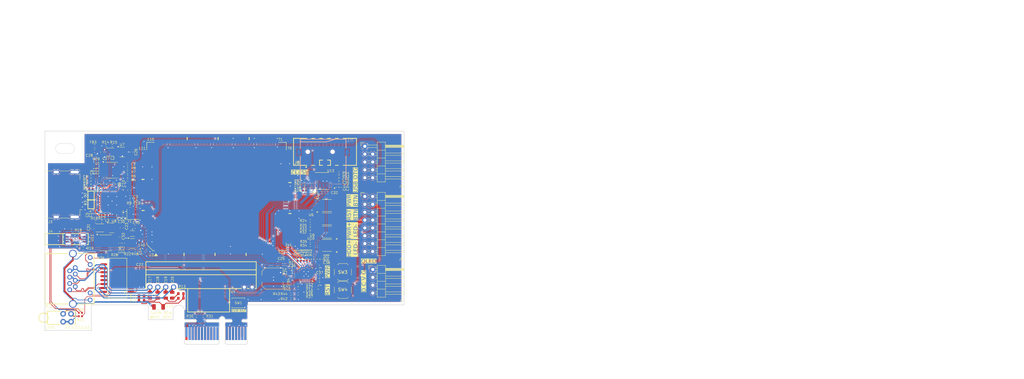
<source format=kicad_pcb>
(kicad_pcb (version 20240108) (generator "pcbnew") (generator_version "8.0")
  (title_block (title "TuKVM PCIe") (rev "V0R2") (company "Author: Gao Yichuan"))
  (layers (0 "F.Cu" power) (31 "B.Cu" power) (34 "B.Paste" user) (35 "F.Paste" user) (36 "B.SilkS" user "B.Silkscreen") (37 "F.SilkS" user "F.Silkscreen") (38 "B.Mask" user) (39 "F.Mask" user) (44 "Edge.Cuts" user))
  (net 0 "")
  (net 1 "/ETH PoE/POE_VB2")
  (net 2 "+12V")
  (net 3 "VCC_HDMI")
  (net 4 "Earth")
  (net 5 "+3.3V")
  (net 6 "V33USB")
  (net 7 "Net-(U2-XTIN)")
  (net 8 "Net-(U2-XTOUT)")
  (net 9 "/HDMI IN/HDMI_CK_N")
  (net 10 "/HDMI IN/HDMI_CK_P")
  (net 11 "/HDMI IN/HDMI_D0_N")
  (net 12 "/HDMI IN/HDMI_D0_P")
  (net 13 "/HDMI IN/HDMI_D1_N")
  (net 14 "/HDMI IN/HDMI_D1_P")
  (net 15 "/HDMI IN/HDMI_D2_N")
  (net 16 "/HDMI IN/HDMI_D2_P")
  (net 17 "Net-(C17-Pad2)")
  (net 18 "/ETH PoE/POE_VB1")
  (net 25 "/HDMI IN/HDMI_SCL")
  (net 26 "/HDMI IN/HDMI_SDA")
  (net 27 "Net-(J3-HPD)")
  (net 28 "Net-(C18-Pad2)")
  (net 29 "/ETH PoE/POE_VA1")
  (net 30 "Net-(C19-Pad2)")
  (net 31 "Net-(U11-V3)")
  (net 32 "/WCH_D+")
  (net 33 "/ETH PoE/POE_VA2")
  (net 34 "/WCH_D-")
  (net 36 "Net-(C20-Pad2)")
  (net 37 "Net-(C21-Pad1)")
  (net 38 "GNDPWR")
  (net 41 "PHY_VDDA")
  (net 42 "+5V")
  (net 47 "/~{PERST}")
  (net 48 "/HDMI IN/HDMI_DET")
  (net 49 "/HDMI IN/HDMI_HPD")
  (net 50 "/HDMI IN/EESDA")
  (net 51 "/HDMI IN/EESCL")
  (net 52 "/HDMI IN/EEWP_AURSTN")
  (net 53 "Net-(U2-REXT)")
  (net 64 "/~{PRSNT2x1}")
  (net 66 "/~{WAKE}")
  (net 68 "/~{TRST}")
  (net 69 "3V3_PCIE")
  (net 70 "/SMDAT")
  (net 71 "/SMCLK")
  (net 72 "Net-(J4-CC1)")
  (net 73 "Net-(J4-CC2)")
  (net 74 "/GPIO/ATX_PWR-")
  (net 75 "/GPIO/ATX_PWR+")
  (net 76 "/GPIO/ATX_RST-")
  (net 77 "/GPIO/ATX_RST+")
  (net 78 "/GPIO/PWR_LED-")
  (net 79 "/GPIO/PWR_LED+")
  (net 80 "/GPIO/HDD_LED-")
  (net 81 "/GPIO/HDD_LED+")
  (net 82 "/OTG_D+")
  (net 83 "/OTG_D-")
  (net 88 "/OLED_SCL")
  (net 89 "/OLED_SDA")
  (net 90 "/ETH PoE/ETH_RX-")
  (net 91 "/ETH PoE/ETH_RX+")
  (net 92 "/ETH PoE/ETH_TX-")
  (net 93 "/ETH PoE/ETH_TX+")
  (net 94 "Net-(U7-SW)")
  (net 95 "Net-(U8-SW)")
  (net 96 "/HEART_BEAT_LED")
  (net 97 "/HDMI IN/3V3_FB")
  (net 98 "/HDMI IN/1V2_FB")
  (net 99 "/TF_DET")
  (net 100 "/TF_CMD")
  (net 101 "/TF_CLK")
  (net 102 "/ATX_PWR")
  (net 103 "Net-(R24-Pad2)")
  (net 104 "/ATX_RST")
  (net 105 "Net-(R25-Pad2)")
  (net 106 "/RMII_CLK25M")
  (net 107 "Net-(R32-Pad2)")
  (net 108 "/PWR_LED")
  (net 109 "Net-(R34-Pad2)")
  (net 110 "/HDD_LED")
  (net 111 "/TF_D2")
  (net 112 "/TF_D3")
  (net 113 "/TF_D0")
  (net 114 "/TF_D1")
  (net 115 "/MS_USBD+")
  (net 116 "/MS_USBD-")
  (net 117 "/U0TXD")
  (net 118 "/U0RXD")
  (net 119 "/MS_STATUS")
  (net 120 "Net-(LED1-A-Pad3)")
  (net 121 "Net-(LED1-A-Pad1)")
  (net 124 "/ETH PoE/~{PHYRST}")
  (net 125 "/ETH PoE/_PHY_VDDCR")
  (net 126 "/ETH PoE/PHY_TD+")
  (net 127 "/ETH PoE/PHY_TD-")
  (net 128 "/ETH PoE/PHY_RD+")
  (net 129 "/ETH PoE/PHY_RD-")
  (net 130 "Net-(RJ1-R-)")
  (net 131 "Net-(RJ1-L-)")
  (net 132 "/ETH PoE/_PHY_RBIAS")
  (net 133 "/RMII_RXER")
  (net 134 "/RMII_RXD0")
  (net 135 "/RMII_MDIO")
  (net 136 "/ETH PoE/LED2")
  (net 137 "/ETH PoE/LED1")
  (net 139 "Net-(U3A-RESET)")
  (net 142 "/RMII_RXD1")
  (net 143 "/RMII_CRS_DV")
  (net 145 "/RMII_TXEN")
  (net 146 "/RMII_TXD1")
  (net 147 "/RMII_TXD0")
  (net 148 "/RMII_REFCLK")
  (net 150 "/RMII_MDC")
  (net 154 "Net-(U13-C1-)")
  (net 155 "Net-(U13-C1+)")
  (net 156 "Net-(U13-C2-)")
  (net 157 "Net-(U13-C2+)")
  (net 158 "Net-(U13-VS+)")
  (net 159 "Net-(U13-VS-)")
  (net 161 "/GPIO/DB9_RXD")
  (net 222 "MS_3V3")
  (net 223 "MS_3V3A")
  (net 224 "MS_1V2")
  (net 225 "MS_5V")
  (net 226 "Net-(U14-ISET)")
  (net 237 "/MS_PWREN")
  (net 240 "/GPIO/DB9_TXD")
  (net 243 "/GPIO/DB9_RTS")
  (net 244 "/GPIO/DB9_CTS")
  (net 247 "/GPIO/R232_RXD")
  (net 248 "/GPIO/R232_TXD")
  (net 249 "/GPIO/R232_CTS")
  (net 250 "/GPIO/R232_RTS")
  (net 251 "/M232_RXD")
  (net 252 "/M232_TXD")
  (net 253 "/M232_CTS")
  (net 254 "/M232_RTS")
  (footprint "Resistor_SMD:R_0402_1005Metric" (layer "F.Cu") (at 79.325 141.925)
    (property "Reference" "R1")
    (property "Value" "1kΩ")
  )
  (footprint "Resistor_SMD:R_0402_1005Metric" (layer "F.Cu") (at 79.325 142.925)
    (property "Reference" "R2")
    (property "Value" "47kΩ")
  )
  (footprint "Capacitor_SMD:C_0402_1005Metric" (layer "F.Cu") (at 79.325 139.925)
    (property "Reference" "C1")
    (property "Value" "100nF")
  )
  (footprint "Capacitor_SMD:C_0402_1005Metric" (layer "F.Cu") (at 91.1 135.89 180)
    (property "Reference" "C2")
    (property "Value" "100nF")
  )
  (footprint "PCIexpress:PCIexpress_bracket_low" (layer "F.Cu") (at 109.625 194.125)
    (property "Reference" "J2" (hide yes))
    (property "Value" "PCIexpress_bracket")
  )
  (footprint "Resistor_SMD:R_0402_1005Metric" (layer "F.Cu") (at 144.175 170.725)
    (property "Reference" "R27")
    (property "Value" "5.1kΩ")
  )
  (footprint "easyeda2kicad:DFN-10_L2.5-W1.0-P0.50-BL" (layer "F.Cu") (at 79.345 148.925 -90)
    (property "Reference" "D3")
    (property "Value" "ESD0524P")
  )
  (footprint "Resistor_SMD:R_0402_1005Metric" (layer "F.Cu") (at 159.275 139.85)
    (property "Reference" "R53")
    (property "Value" "0Ω")
  )
  (footprint "Capacitor_SMD:C_0402_1005Metric" (layer "F.Cu") (at 81.225 151.925 90)
    (property "Reference" "C14")
    (property "Value" "100nF")
  )
  (footprint "Resistor_SMD:R_0402_1005Metric" (layer "F.Cu") (at 146.125 175.975 180)
    (property "Reference" "R45")
    (property "Value" "49.9Ω")
  )
  (footprint "Resistor_SMD:R_0402_1005Metric" (layer "F.Cu") (at 80.825 154.525)
    (property "Reference" "R16")
    (property "Value" "22kΩ")
  )
  (footprint "Capacitor_SMD:C_0402_1005Metric" (layer "F.Cu") (at 148.925 166.625 90)
    (property "Reference" "C39")
    (property "Value" "100nF")
  )
  (footprint "Capacitor_SMD:C_0402_1005Metric" (layer "F.Cu") (at 85.825 142.325 -90)
    (property "Reference" "C8")
    (property "Value" "100nF")
  )
  (footprint "tukvm:SMD_140P_35X45_SOM_TLT113_PackageLength" (layer "F.Cu") (at 119.823 146.375)
    (property "Reference" "U3")
    (property "Value" "TLT113-SOM")
  )
  (footprint "Capacitor_SMD:C_0402_1005Metric" (layer "F.Cu") (at 159.775 143.375 90)
    (property "Reference" "C44")
    (property "Value" "100nF")
  )
  (footprint "Resistor_SMD:R_0402_1005Metric" (layer "F.Cu") (at 76.825 163.125)
    (property "Reference" "R19")
    (property "Value" "5.1kΩ")
  )
  (footprint "Resistor_SMD:R_0402_1005Metric" (layer "F.Cu") (at 153.625 166.625 -90)
    (property "Reference" "R49")
    (property "Value" "5.1kΩ")
  )
  (footprint "Capacitor_SMD:C_0805_2012Metric" (layer "F.Cu") (at 139.575 168.125)
    (property "Reference" "C25")
    (property "Value" "100nF")
  )
  (footprint "Capacitor_SMD:C_Elec_6.3x7.7" (layer "F.Cu") (at 137.875 172.875)
    (property "Reference" "C24")
    (property "Value" "330uF")
  )
  (footprint "Capacitor_SMD:C_0402_1005Metric" (layer "F.Cu") (at 83.925 142.325 -90)
    (property "Reference" "C13")
    (property "Value" "100nF")
  )
  (footprint "Resistor_SMD:R_0402_1005Metric" (layer "F.Cu") (at 93.625 163.8525 180)
    (property "Reference" "R48")
    (property "Value" "5.1kΩ")
  )
  (footprint "Crystal:Crystal_SMD_3225-4Pin_3.2x2.5mm" (layer "F.Cu") (at 92.925 152.125)
    (property "Reference" "Y1")
    (property "Value" "24MHz 12pF")
  )
  (footprint "Resistor_SMD:R_0402_1005Metric" (layer "F.Cu") (at 115.525 185)
    (property "Reference" "R31")
    (property "Value" "10kΩ")
  )
  (footprint "Capacitor_SMD:C_0402_1005Metric" (layer "F.Cu") (at 148.175 143.425 180)
    (property "Reference" "C46")
    (property "Value" "100nF")
  )
  (footprint "Resistor_SMD:R_0402_1005Metric" (layer "F.Cu") (at 145.975 166.625 90)
    (property "Reference" "R46")
    (property "Value" "1.5kΩ")
  )
  (footprint "Resistor_SMD:R_0402_1005Metric" (layer "F.Cu") (at 150.052 157.875)
    (property "Reference" "R32")
    (property "Value" "220Ω")
  )
  (footprint "Resistor_SMD:R_0402_1005Metric" (layer "F.Cu") (at 86.2 129.925)
    (property "Reference" "R15")
    (property "Value" "22kΩ")
  )
  (footprint "Capacitor_SMD:C_0402_1005Metric" (layer "F.Cu") (at 88.675 159.525 -90)
    (property "Reference" "C33")
    (property "Value" "100nF")
  )
  (footprint "easyeda2kicad:DFN-10_L2.5-W1.0-P0.50-BL" (layer "F.Cu") (at 79.345 146.025 -90)
    (property "Reference" "D2")
    (property "Value" "ESD0524P")
  )
  (footprint "Capacitor_SMD:C_0402_1005Metric" (layer "F.Cu") (at 91.925 147.525 180)
    (property "Reference" "C4")
    (property "Value" "1uF")
  )
  (footprint "Capacitor_SMD:C_0805_2012Metric" (layer "F.Cu") (at 103.425 178.225 -90)
    (property "Reference" "C19")
    (property "Value" "100nF")
  )
  (footprint "Button_Switch_SMD:SW_Push_1P1T_XKB_TS-1187A" (layer "F.Cu") (at 160.575 170.775)
    (property "Reference" "SW3")
    (property "Value" "TS-1187A")
  )
  (footprint "Resistor_SMD:R_0402_1005Metric" (layer "F.Cu") (at 150.05 156.825)
    (property "Reference" "R33")
    (property "Value" "5.1kΩ")
  )
  (footprint "Capacitor_SMD:C_0402_1005Metric" (layer "F.Cu") (at 94.025 149.525 180)
    (property "Reference" "C10")
    (property "Value" "20pF")
  )
  (footprint "Resistor_SMD:R_0603_1608Metric" (layer "F.Cu") (at 108.325 177.725)
    (property "Reference" "R13")
    (property "Value" "75R")
  )
  (footprint "Resistor_SMD:R_0402_1005Metric" (layer "F.Cu") (at 146.125 177.825 180)
    (property "Reference" "R44")
    (property "Value" "49.9Ω")
  )
  (footprint "Capacitor_SMD:C_0402_1005Metric" (layer "F.Cu") (at 153.025 173.275)
    (property "Reference" "C40")
    (property "Value" "100nF")
  )
  (footprint "Capacitor_SMD:C_0402_1005Metric" (layer "F.Cu") (at 144.175 169.725 180)
    (property "Reference" "C36")
    (property "Value" "100nF")
  )
  (footprint "Capacitor_SMD:C_1206_3216Metric" (layer "F.Cu") (at 101.125 182.025 180)
    (property "Reference" "C21")
    (property "Value" "1nF")
  )
  (footprint "Capacitor_SMD:C_0402_1005Metric" (layer "F.Cu") (at 95.025 169.525)
    (property "Reference" "C22")
    (property "Value" "22pF")
  )
  (footprint "Button_Switch_SMD:SW_Push_1P1T_XKB_TS-1187A" (layer "F.Cu") (at 160.575 176.55)
    (property "Reference" "SW4")
    (property "Value" "TS-1187A")
  )
  (footprint "Resistor_SMD:R_0402_1005Metric" (layer "F.Cu") (at 91.125 141.025 180)
    (property "Reference" "R4")
    (property "Value" "5.1kΩ")
  )
  (footprint "Resistor_SMD:R_0402_1005Metric" (layer "F.Cu") (at 146.975 166.625 90)
    (property "Reference" "R41")
    (property "Value" "5.1kΩ")
  )
  (footprint "Capacitor_SMD:C_0402_1005Metric" (layer "F.Cu") (at 82.925 142.325 -90)
    (property "Reference" "C11")
    (property "Value" "100nF")
  )
  (footprint "Package_DFN_QFN:VQFN-24-1EP_4x4mm_P0.5mm_EP2.5x2.5mm" (layer "F.Cu") (at 148.6875 171.375 180)
    (property "Reference" "U12")
    (property "Value" "LAN8720A")
  )
  (footprint "Package_SO:SOIC-8_3.9x4.9mm_P1.27mm" (layer "F.Cu") (at 86.025 137.89)
    (property "Reference" "U1")
    (property "Value" "M24C64-RMN6TP")
  )
  (footprint "Package_SO:MFSOP6-4_4.4x3.6mm_P1.27mm" (layer "F.Cu") (at 155.452 157.875 180)
    (property "Reference" "U9")
    (property "Value" "TLP172GM")
  )
  (footprint "Capacitor_SMD:C_0402_1005Metric" (layer "F.Cu") (at 153 169.875 180)
    (property "Reference" "C37")
    (property "Value" "100nF")
  )
  (footprint "Resistor_SMD:R_0402_1005Metric" (layer "F.Cu") (at 82.825 154.525)
    (property "Reference" "R17")
    (property "Value" "22kΩ")
  )
  (footprint "Resistor_SMD:R_0402_1005Metric" (layer "F.Cu") (at 159.275 138.775)
    (property "Reference" "R54")
    (property "Value" "0Ω")
  )
  (footprint "Inductor_SMD:L_0603_1608Metric" (layer "F.Cu") (at 80.5 130.125 180)
    (property "Reference" "FB3")
    (property "Value" "600Ω@100MHz")
  )
  (footprint "Resistor_SMD:R_0603_1608Metric" (layer "F.Cu") (at 95.625 178.425 180)
    (property "Reference" "R10")
    (property "Value" "75R")
  )
  (footprint "Package_TO_SOT_SMD:SOT-23-5" (layer "F.Cu") (at 86.025 156.525)
    (property "Reference" "U8")
    (property "Value" "MT3520B")
  )
  (footprint "Inductor_SMD:L_Cenker_CKCS201610" (layer "F.Cu") (at 82.225 156.525 180)
    (property "Reference" "L3")
    (property "Value" "2.2uH")
  )
  (footprint "Capacitor_SMD:C_0402_1005Metric" (layer "F.Cu") (at 146.125 174.975)
    (property "Reference" "C41")
    (property "Value" "100nF")
  )
  (footprint "Resistor_SMD:R_0402_1005Metric" (layer "F.Cu") (at 148.175 141.275)
    (property "Reference" "R52")
    (property "Value" "0Ω")
  )
  (footprint "Resistor_SMD:R_0402_1005Metric" (layer "F.Cu") (at 150.075 154.2)
    (property "Reference" "R24")
    (property "Value" "220Ω")
  )
  (footprint "Resistor_SMD:R_0402_1005Metric" (layer "F.Cu") (at 149.875 166.625 90)
    (property "Reference" "R39")
    (property "Value" "5.1kΩ")
  )
  (footprint "easyeda2kicad:USB-C-TH_TYPE-C-31-M-18" (layer "F.Cu") (at 74.4075 160.17 180)
    (property "Reference" "J4")
    (property "Value" "USB_C_Receptacle_USB2.0")
  )
  (footprint "Capacitor_SMD:C_0402_1005Metric" (layer "F.Cu") (at 155.725 145.125)
    (property "Reference" "C32")
    (property "Value" "100nF")
  )
  (footprint "Capacitor_SMD:C_0603_1608Metric" (layer "F.Cu") (at 92.4 132.025 -90)
    (property "Reference" "C26")
    (property "Value" "10uF")
  )
  (footprint "Capacitor_SMD:C_0402_1005Metric" (layer "F.Cu") (at 84.925 152.525)
    (property "Reference" "C12")
    (property "Value" "100nF")
  )
  (footprint "Resistor_SMD:R_0402_1005Metric" (layer "F.Cu") (at 150.052 160.875)
    (property "Reference" "R35")
    (property "Value" "5.1kΩ")
  )
  (footprint "Resistor_SMD:R_0402_1005Metric" (layer "F.Cu") (at 152.625 166.625 -90)
    (property "Reference" "R50")
    (property "Value" "5.1kΩ")
  )
  (footprint "Inductor_SMD:L_0603_1608Metric" (layer "F.Cu") (at 91.725 144.325 90)
    (property "Reference" "FB1" (hide yes))
    (property "Value" "600Ω@100MHz")
  )
  (footprint "Resistor_SMD:R_0402_1005Metric" (layer "F.Cu") (at 79.325 140.925 180)
    (property "Reference" "R5")
    (property "Value" "1kΩ")
  )
  (footprint "Capacitor_SMD:C_0402_1005Metric" (layer "F.Cu") (at 88.675 161.425 90)
    (property "Reference" "C16")
    (property "Value" "100nF")
  )
  (footprint "Resistor_SMD:R_0603_1608Metric" (layer "F.Cu") (at 152.625 175.775)
    (property "Reference" "R37")
    (property "Value" "27kΩ")
  )
  (footprint "Package_DFN_QFN:QFN-48-1EP_7x7mm_P0.5mm_EP5.1x5.1mm" (layer "F.Cu") (at 86.175 147.675 180)
    (property "Reference" "U2")
    (property "Value" "MS2109")
  )
  (footprint "Capacitor_SMD:C_0603_1608Metric" (layer "F.Cu") (at 89.225 156.525 -90)
    (property "Reference" "C30")
    (property "Value" "10uF")
  )
  (footprint "Resistor_SMD:R_0402_1005Metric" (layer "F.Cu") (at 113.325 185 180)
    (property "Reference" "R30")
    (property "Value" "10kΩ")
  )
  (footprint "Resistor_SMD:R_0603_1608Metric" (layer "F.Cu") (at 108.325 179.225)
    (property "Reference" "R12")
    (property "Value" "75R")
  )
  (footprint "Capacitor_SMD:C_0603_1608Metric" (layer "F.Cu") (at 79.825 156.725 90)
    (property "Reference" "C31")
    (property "Value" "10uF")
  )
  (footprint "Resistor_SMD:R_0402_1005Metric" (layer "F.Cu") (at 153.775 145.125 180)
    (property "Reference" "R21")
    (property "Value" "10kΩ")
  )
  (footprint "easyeda2kicad:SMD-16_L12.7-W7.0-P1.27-LS9.5-BL" (layer "F.Cu") (at 87.825 172.725 90)
    (property "Reference" "L1")
    (property "Value" "B1608S_C507596")
  )
  (footprint "Capacitor_SMD:C_0805_2012Metric" (layer "F.Cu") (at 98.325 178.225 -90)
    (property "Reference" "C17")
    (property "Value" "100nF")
  )
  (footprint "Resistor_SMD:R_0402_1005Metric" (layer "F.Cu") (at 84.725 165.225)
    (property "Reference" "R28")
    (property "Value" "1kΩ")
  )
  (footprint "Resistor_SMD:R_0402_1005Metric" (layer "F.Cu") (at 148.175 144.425)
    (property "Reference" "R20")
    (property "Value" "10kΩ")
  )
  (footprint "Package_SO:TSSOP-16_4.4x5mm_P0.65mm" (layer "F.Cu") (at 153.8 141.375 180)
    (property "Reference" "U13")
    (property "Value" "SP3232EEY")
  )
  (footprint "Resistor_SMD:R_0402_1005Metric" (layer "F.Cu") (at 153.025 174.475)
    (property "Reference" "R36")
    (property "Value" "22kΩ")
  )
  (footprint "Package_SO:MFSOP6-4_4.4x3.6mm_P1.27mm" (layer "F.Cu") (at 155.452 149.275)
    (property "Reference" "U5")
    (property "Value" "TLP172GM")
  )
  (footprint "Resistor_SMD:R_0402_1005Metric" (layer "F.Cu") (at 75.925 185.025 180)
    (property "Reference" "R23")
    (property "Value" "1kΩ")
  )
  (footprint "Resistor_SMD:R_0402_1005Metric" (layer "F.Cu") (at 91.925 149.525)
    (property "Reference" "R9")
    (property "Value" "4.7kΩ")
  )
  (footprint "Button_Switch_SMD:SW_Push_SPST_NO_Alps_SKRK" (layer "F.Cu") (at 126.85 180.725)
    (property "Reference" "SW1")
    (property "Value" "SKRK")
  )
  (footprint "Resistor_SMD:R_0402_1005Metric" (layer "F.Cu") (at 75.925 183.925 180)
    (property "Reference" "R26")
    (property "Value" "2.2kΩ")
  )
  (footprint "Resistor_SMD:R_0402_1005Metric" (layer "F.Cu") (at 150.875 166.625 90)
    (property "Reference" "R40")
    (property "Value" "5.1kΩ")
  )
  (footprint "Capacitor_SMD:C_0805_2012Metric" (layer "F.Cu") (at 105.525 178.225 -90)
    (property "Reference" "C20")
    (property "Value" "100nF")
  )
  (footprint "Resistor_SMD:R_0402_1005Metric" (layer "F.Cu") (at 73.025 157.225 180)
    (property "Reference" "R18")
    (property "Value" "5.1kΩ")
  )
  (footprint "Capacitor_SMD:C_0402_1005Metric" (layer "F.Cu") (at 153 168.875 180)
    (property "Reference" "C38")
    (property "Value" "1uF")
  )
  (footprint "Capacitor_SMD:C_0805_2012Metric" (layer "F.Cu") (at 100.825 178.225 -90)
    (property "Reference" "C18")
    (property "Value" "100nF")
  )
  (footprint "Resistor_SMD:R_0402_1005Metric" (layer "F.Cu") (at 82.625 165.225)
    (property "Reference" "R29")
    (property "Value" "1kΩ")
  )
  (footprint "Resistor_SMD:R_0402_1005Metric" (layer "F.Cu") (at 91.625 163.8525)
    (property "Reference" "R22")
    (property "Value" "22kΩ")
  )
  (footprint "Resistor_SMD:R_0402_1005Metric" (layer "F.Cu") (at 150.05 155.7)
    (property "Reference" "R25")
    (property "Value" "220Ω")
  )
  (footprint "Connector_HDMI:HDMI_A_Molex_208658-1001_Horizontal" (layer "F.Cu") (at 71.545 145.725 180)
    (property "Reference" "J3")
    (property "Value" "HDMI_A")
  )
  (footprint "Resistor_SMD:R_0402_1005Metric" (layer "F.Cu") (at 153.025 172.275)
    (property "Reference" "R47")
    (property "Value" "10kΩ")
  )
  (footprint "Capacitor_SMD:C_0603_1608Metric" (layer "F.Cu") (at 83 132.025 90)
    (property "Reference" "C27")
    (property "Value" "10uF")
  )
  (footprint "Capacitor_SMD:C_0402_1005Metric" (layer "F.Cu") (at 159.275 141.9 180)
    (property "Reference" "C35")
    (property "Value" "100nF")
  )
  (footprint "Capacitor_SMD:C_1206_3216Metric" (layer "F.Cu") (at 92.675 158.325 180)
    (property "Reference" "C23")
    (property "Value" "100uF 6.3V")
  )
  (footprint "Package_TO_SOT_SMD:SOT-23-5" (layer "F.Cu") (at 92.625 161.525)
    (property "Reference" "U14")
    (property "Value" "SY6280AAC")
  )
  (footprint "tukvm:USB_9P_P2.54mm_Horizontal" (layer "F.Cu") (at 167.642 135.23)
    (property "Reference" "J6")
    (property "Value" "USB_9P")
  )
  (footprint "PCIexpress:PCIexpress_x1" (layer "F.Cu") (at 109.625 194.125)
    (property "Reference" "J1" (hide yes))
    (property "Value" "PCIexpress_x1")
  )
  (footprint "Resistor_SMD:R_0603_1608Metric" (layer "F.Cu") (at 95.625 179.925 180)
    (property "Reference" "R11")
    (property "Value" "75R")
  )
  (footprint "Capacitor_SMD:C_0603_1608Metric" (layer "F.Cu") (at 80.5 131.725 180)
    (property "Reference" "C28")
    (property "Value" "10uF")
  )
  (footprint "Resistor_SMD:R_0402_1005Metric" (layer "F.Cu") (at 147.975 166.625 90)
    (property "Reference" "R38")
    (property "Value" "5.1kΩ")
  )
  (footprint "Capacitor_SMD:C_0402_1005Metric" (layer "F.Cu") (at 91.925 146.425 180)
    (property "Reference" "C3")
    (property "Value" "100nF")
  )
  (footprint "Capacitor_SMD:C_0402_1005Metric" (layer "F.Cu") (at 87.525 142.305 -90)
    (property "Reference" "C15")
    (property "Value" "100nF")
  )
  (footprint "Package_SO:SOP-8_3.9x4.9mm_P1.27mm" (layer "F.Cu") (at 84.05 161.325)
    (property "Reference" "U11")
    (property "Value" "CH340N")
  )
  (footprint "Resistor_SMD:R_0402_1005Metric" (layer "F.Cu") (at 143.725 177.825)
    (property "Reference" "R43")
    (property "Value" "49.9Ω")
  )
  (footprint "Capacitor_SMD:C_0603_1608Metric" (layer "F.Cu") (at 93.498 156.125)
    (property "Reference" "C43")
    (property "Value" "10uF")
  )
  (footprint "easyeda2kicad:IDC-SMD_10P-P2.54-V-R2-C5-S9.50" (layer "F.Cu") (at 154.8 131.95)
    (property "Reference" "J8")
    (property "Value" "RS232_MALE")
  )
  (footprint "Capacitor_SMD:C_0402_1005Metric" (layer "F.Cu") (at 89.625 152.525 180)
    (property "Reference" "C9")
    (property "Value" "20pF")
  )
  (footprint "Capacitor_SMD:C_0402_1005Metric" (layer "F.Cu") (at 87.625 152.525)
    (property "Reference" "C7")
    (property "Value" "100nF")
  )
  (footprint "Package_TO_SOT_SMD:SOT-23-5" (layer "F.Cu") (at 89.4 132.025)
    (property "Reference" "U7")
    (property "Value" "MT3520B")
  )
  (footprint "Inductor_SMD:L_Cenker_CKCS201610" (layer "F.Cu") (at 85.5 132.025 180)
    (property "Reference" "L2")
    (property "Value" "2.2uH")
  )
  (footprint "Inductor_SMD:L_0603_1608Metric" (layer "F.Cu") (at 144.275 174.975 90)
    (property "Reference" "FB4")
    (property "Value" "600Ω@100MHz")
  )
  (footprint "Connector_PinHeader_2.54mm:PinHeader_1x04_P2.54mm_Horizontal" (layer "F.Cu") (at 170.217 169.925)
    (property "Reference" "J7")
    (property "Value" "Conn_01x04")
  )
  (footprint "easyeda2kicad:LED-TH_MHK2396YGBTD" (layer "F.Cu") (at 71.6225 185.525 -90)
    (property "Reference" "LED1")
    (property "Value" "MHK2396YGBTD")
  )
  (footprint "Resistor_SMD:R_0402_1005Metric" (layer "F.Cu") (at 91.125 138.49 180)
    (property "Reference" "R7")
    (property "Value" "5.1kΩ")
  )
  (footprint "Resistor_SMD:R_0402_1005Metric" (layer "F.Cu") (at 150.052 162.175)
    (property "Reference" "R34")
    (property "Value" "220Ω")
  )
  (footprint "easyeda2kicad:RJ45-TH_R-RJ45R08P-C000" (layer "F.Cu") (at 75.765 172.925 -90)
    (property "Reference" "RJ1")
    (property "Value" "R-RJ45R08P-C000")
  )
  (footprint "Capacitor_SMD:C_0402_1005Metric" (layer "F.Cu") (at 159.275 140.85 180)
    (property "Reference" "C45")
    (property "Value" "100nF")
  )
  (footprint "Package_SO:MFSOP6-4_4.4x3.6mm_P1.27mm" (layer "F.Cu") (at 155.452 162.145 180)
    (property "Reference" "U10")
    (property "Value" "TLP172GM")
  )
  (footprint "Capacitor_SMD:C_0402_1005Metric" (layer "F.Cu") (at 81 133.125 180)
    (property "Reference" "C29")
    (property "Value" "100nF")
  )
  (footprint "Connector_PinHeader_2.54mm:PinHeader_2x08_P2.54mm_Horizontal" (layer "F.Cu") (at 167.642 146.35)
    (property "Reference" "J5")
    (property "Value" "Conn_02x08_Odd_Even")
  )
  (footprint "Resistor_SMD:R_0402_1005Metric" (layer "F.Cu") (at 91.125 137.19 180)
    (property "Reference" "R8")
    (property "Value" "5.1kΩ")
  )
  (footprint "Resistor_SMD:R_0402_1005Metric" (layer "F.Cu") (at 91.125 139.79 180)
    (property "Reference" "R6")
    (property "Value" "5.1kΩ")
  )
  (footprint "Resistor_SMD:R_0402_1005Metric" (layer "F.Cu") (at 143.725 179.425)
    (property "Reference" "R42")
    (property "Value" "49.9Ω")
  )
  (footprint "Resistor_SMD:R_0402_1005Metric" (layer "F.Cu") (at 148.175 142.35)
    (property "Reference" "R51")
    (property "Value" "0Ω")
  )
  (footprint "easyeda2kicad:PWRM-TH_DP1435-XX" (layer "F.Cu") (at 114.825 175.625)
    (property "Reference" "U4")
    (property "Value" "DP1435-5V")
  )
  (footprint "Resistor_SMD:R_0402_1005Metric" (layer "F.Cu") (at 79.325 143.925)
    (property "Reference" "R3")
    (property "Value" "47kΩ")
  )
  (footprint "Capacitor_SMD:C_0402_1005Metric" (layer "F.Cu") (at 81.925 142.325 -90)
    (property "Reference" "C6")
    (property "Value" "100nF")
  )
  (footprint "Package_SO:MFSOP6-4_4.4x3.6mm_P1.27mm" (layer "F.Cu") (at 155.452 153.575)
    (property "Reference" "U6")
    (property "Value" "TLP172GM")
  )
  (footprint "Capacitor_SMD:C_0402_1005Metric" (layer "F.Cu") (at 89.775 161.425 90)
    (property "Reference" "C42")
    (property "Value" "1uF")
  )
  (footprint "Capacitor_SMD:C_0402_1005Metric" (layer "F.Cu") (at 158.8 143.375 -90)
    (property "Reference" "C34")
    (property "Value" "100nF")
  )
  (footprint "Capacitor_SMD:C_0402_1005Metric" (layer "F.Cu") (at 80.125 151.925 90)
    (property "Reference" "C5")
    (property "Value" "100nF")
  )
  (footprint "Resistor_SMD:R_0402_1005Metric" (layer "F.Cu") (at 84.2 129.925)
    (property "Reference" "R14")
    (property "Value" "100kΩ")
  )
  (footprint "easyeda2kicad:TF-SMD_TF-01A" (layer "B.Cu") (at 154.192 137.4025)
    (property "Reference" "TF1")
    (property "Value" "TF-01A")
  )
  (gr_arc (start 122.575 187.3) (mid 122.662868 187.087868) (end 122.875 187) (stroke (width 0.15)) (layer "Edge.Cuts"))
  (gr_line (start 79.475 181.375) (end 97.825 181.375) (stroke (width 0.15)) (layer "Edge.Cuts"))
  (gr_line (start 120.175 194.125) (end 120.675 193.625) (stroke (width 0.15)) (layer "Edge.Cuts"))
  (gr_arc (start 116.9 187) (mid 116.4 186.5) (end 116.9 186) (stroke (width 0.15)) (layer "Edge.Cuts"))
  (gr_line (start 129.775 193.625) (end 129.275 194.125) (stroke (width 0.15)) (layer "Edge.Cuts"))
  (gr_line (start 109.475 186) (end 112.9 186) (stroke (width 0.1524)) (layer "Edge.Cuts"))
  (gr_line (start 122.575 187.3) (end 122.575 193.625) (stroke (width 0.15)) (layer "Edge.Cuts"))
  (gr_arc (start 124.4 186) (mid 124.9 186.5) (end 124.4 187) (stroke (width 0.15)) (layer "Edge.Cuts"))
  (gr_line (start 79.475 189.625) (end 79.475 181.375) (stroke (width 0.15)) (layer "Edge.Cuts"))
  (gr_line (start 128.4 186) (end 129.475 186) (stroke (width 0.15)) (layer "Edge.Cuts"))
  (gr_line (start 72.4 132.475) (end 69.5 132.475) (stroke (width 0.1)) (layer "Edge.Cuts"))
  (gr_line (start 116.9 186) (end 120.675 186) (stroke (width 0.15)) (layer "Edge.Cuts"))
  (gr_line (start 97.825 186.125) (end 105.825 186.125) (stroke (width 0.15)) (layer "Edge.Cuts"))
  (gr_line (start 180.3 181.375) (end 129.775 181.375) (stroke (width 0.15)) (layer "Edge.Cuts"))
  (gr_line (start 64.475 125.225) (end 64.475 189.625) (stroke (width 0.15)) (layer "Edge.Cuts"))
  (gr_line (start 109.475 186) (end 109.475 183.2) (stroke (width 0.15)) (layer "Edge.Cuts"))
  (gr_line (start 64.475 189.625) (end 79.475 189.625) (stroke (width 0.15)) (layer "Edge.Cuts"))
  (gr_line (start 112.9 187) (end 109.775 187) (stroke (width 0.15)) (layer "Edge.Cuts"))
  (gr_line (start 122.575 193.625) (end 123.075 194.125) (stroke (width 0.15)) (layer "Edge.Cuts"))
  (gr_line (start 122.575 186) (end 124.4 186) (stroke (width 0.1524)) (layer "Edge.Cuts"))
  (gr_line (start 69.5 129.275) (end 72.4 129.275) (stroke (width 0.1)) (layer "Edge.Cuts"))
  (gr_arc (start 105.825 183.2) (mid 107.65 181.375) (end 109.475 183.2) (stroke (width 0.15)) (layer "Edge.Cuts"))
  (gr_arc (start 129.475 187) (mid 129.687132 187.087868) (end 129.775 187.3) (stroke (width 0.15)) (layer "Edge.Cuts"))
  (gr_arc (start 128.4 187) (mid 127.9 186.5) (end 128.4 186) (stroke (width 0.15)) (layer "Edge.Cuts"))
  (gr_arc (start 109.475 187.3) (mid 109.562868 187.087868) (end 109.775 187) (stroke (width 0.15)) (layer "Edge.Cuts"))
  (gr_line (start 109.475 193.625) (end 109.975 194.125) (stroke (width 0.15)) (layer "Edge.Cuts"))
  (gr_arc (start 112.9 186) (mid 113.4 186.5) (end 112.9 187) (stroke (width 0.15)) (layer "Edge.Cuts"))
  (gr_line (start 180.3 181.375) (end 180.3 125.225) (stroke (width 0.15)) (layer "Edge.Cuts"))
  (gr_line (start 105.825 186.125) (end 105.825 183.2) (stroke (width 0.15)) (layer "Edge.Cuts"))
  (gr_line (start 129.775 187.3) (end 129.775 193.625) (stroke (width 0.15)) (layer "Edge.Cuts"))
  (gr_arc (start 120.675 186) (mid 121.625 185.05) (end 122.575 186) (stroke (width 0.15)) (layer "Edge.Cuts"))
  (gr_arc (start 69.5 132.475) (mid 67.9 130.875) (end 69.5 129.275) (stroke (width 0.1)) (layer "Edge.Cuts"))
  (gr_line (start 120.375 187) (end 116.9 187) (stroke (width 0.1524)) (layer "Edge.Cuts"))
  (gr_line (start 109.975 194.125) (end 120.175 194.125) (stroke (width 0.15)) (layer "Edge.Cuts"))
  (gr_line (start 109.475 193.625) (end 109.475 187.3) (stroke (width 0.15)) (layer "Edge.Cuts"))
  (gr_arc (start 72.4 129.275) (mid 74 130.875) (end 72.4 132.475) (stroke (width 0.1)) (layer "Edge.Cuts"))
  (gr_line (start 129.275 194.125) (end 123.075 194.125) (stroke (width 0.15)) (layer "Edge.Cuts"))
  (gr_line (start 97.825 181.375) (end 97.825 186.125) (stroke (width 0.15)) (layer "Edge.Cuts"))
  (gr_line (start 120.675 193.625) (end 120.675 187.3) (stroke (width 0.15)) (layer "Edge.Cuts"))
  (gr_line (start 129.475 187) (end 128.4 187) (stroke (width 0.1524)) (layer "Edge.Cuts"))
  (gr_line (start 180.3 125.225) (end 64.475 125.225) (stroke (width 0.15)) (layer "Edge.Cuts"))
  (gr_line (start 129.775 185.7) (end 129.775 181.375) (stroke (width 0.15)) (layer "Edge.Cuts"))
  (gr_line (start 124.4 187) (end 122.875 187) (stroke (width 0.15)) (layer "Edge.Cuts"))
  (gr_arc (start 120.375 187) (mid 120.587132 187.087868) (end 120.675 187.3) (stroke (width 0.15)) (layer "Edge.Cuts"))
  (gr_arc (start 129.775 185.7) (mid 129.687132 185.912132) (end 129.475 186) (stroke (width 0.15)) (layer "Edge.Cuts"))
  (gr_text "PWR+\nLED-" (at 163.697 157.399207 90) (layer "F.SilkS" knockout) (effects (font (size 1.27 1.27) (thickness 0.15875))))
  (gr_text "RST" (at 155.702 176.5554 90) (layer "F.SilkS" knockout) (effects (font (size 1.27 1.27) (thickness 0.15875))))
  (gr_text "PWR\nBTN" (at 163.692 147.725 90) (layer "F.SilkS" knockout) (effects (font (size 1.27 1.27) (thickness 0.15875))))
  (gr_text "PWR" (at 155.702 170.7642 90) (layer "F.SilkS" knockout) (effects (font (size 1.27 1.27) (thickness 0.15875))))
  (gr_text "TuKVM PCIe\n@GYC 2024" (at 98.325 185.725 0) (layer "F.SilkS") (effects (font (size 0.8 0.8) (thickness 0.1)) (justify left bottom)))
  (gr_text "D C V G" (at 167.392 173.725 90) (layer "F.SilkS" knockout) (effects (font (size 1.27 1.3208) (thickness 0.15875))))
  (gr_text "RST\nBTN" (at 163.697 152.265874 90) (layer "F.SilkS" knockout) (effects (font (size 1.27 1.27) (thickness 0.15875))))
  (gr_text "KVM RST" (at 126.925 183.3 0) (layer "F.SilkS" knockout) (effects (font (size 0.762 0.762) (thickness 0.15875))))
  (gr_text "RS232\n" (at 146.675 138.35 180) (layer "F.SilkS" knockout) (effects (font (size 1.27 1.27) (thickness 0.15875))))
  (gr_text "HDD+\nLED-" (at 163.692 163.125 90) (layer "F.SilkS" knockout) (effects (font (size 1.27 1.27) (thickness 0.15875))))
  (gr_text "OLED" (at 168.892 167.325 0) (layer "F.SilkS" knockout) (effects (font (size 1.27 1.27) (thickness 0.15875))))
  (gr_text "JLCJLCJLCJLC" (at 70.8 189.1 0) (layer "F.SilkS") (effects (font (size 0.8 0.8) (thickness 0.1)) (justify left bottom)))
  (gr_text "USB OTG" (at 164.725 141 90) (layer "F.SilkS" knockout) (effects (font (size 1.27 1.27) (thickness 0.15875))))
  (segment (start 98.325 177.275) (end 98.325 175.645) (width 0.508) (layer "F.Cu") (net 1))
  (segment (start 98.325 175.645) (end 98.345 175.625) (width 0.508) (layer "F.Cu") (net 1))
  (segment (start 97.345 176.625) (end 98.345 175.625) (width 0.381) (layer "B.Cu") (net 1))
  (segment (start 75.425 170.525) (end 78.925 170.525) (width 0.381) (layer "B.Cu") (net 1))
  (segment (start 78.925 170.525) (end 81.025 168.425) (width 0.381) (layer "B.Cu") (net 1))
  (segment (start 73.235 170.375) (end 74.255 169.355) (width 0.508) (layer "B.Cu") (net 1))
  (segment (start 84.625 169.625) (end 84.625 175.425) (width 0.381) (layer "B.Cu") (net 1))
  (segment (start 85.825 176.625) (end 97.345 176.625) (width 0.381) (layer "B.Cu") (net 1))
  (segment (start 74.255 169.355) (end 75.425 170.525) (width 0.381) (layer "B.Cu") (net 1))
  (segment (start 84.625 175.425) (end 85.825 176.625) (width 0.381) (layer "B.Cu") (net 1))
  (segment (start 81.025 168.425) (end 83.425 168.425) (width 0.381) (layer "B.Cu") (net 1))
  (segment (start 83.425 168.425) (end 84.625 169.625) (width 0.381) (layer "B.Cu") (net 1))
  (segment (start 72.465 170.375) (end 73.235 170.375) (width 0.508) (layer "B.Cu") (net 1))
  (segment (start 111.125 190.625) (end 111.125 188) (width 0.0889) (layer "F.Cu") (net 2))
  (via (at 112.125 188) (size 0.55) (drill 0.3) (layers "F.Cu" "B.Cu") (net 2))
  (via (at 111.125 188) (size 0.55) (drill 0.3) (layers "F.Cu" "B.Cu") (net 2))
  (segment (start 78.125 141.925) (end 78.815 141.925) (width 0.254) (layer "F.Cu") (net 3))
  (segment (start 67.525 141.725) (end 66.025 143.225) (width 0.2032) (layer "F.Cu") (net 3))
  (segment (start 66.025 180.725) (end 67.925 182.625) (width 0.2032) (layer "F.Cu") (net 3))
  (segment (start 78.845 139.925) (end 78.125 139.925) (width 0.254) (layer "F.Cu") (net 3))
  (segment (start 75.135 182.625) (end 76.435 183.925) (width 0.2032) (layer "F.Cu") (net 3))
  (segment (start 78.815 141.925) (end 78.815 143.925) (width 0.254) (layer "F.Cu") (net 3))
  (segment (start 66.025 143.225) (end 66.025 180.725) (width 0.2032) (layer "F.Cu") (net 3))
  (segment (start 74.83 141.725) (end 77.925 141.725) (width 0.254) (layer "F.Cu") (net 3))
  (segment (start 67.925 182.625) (end 75.135 182.625) (width 0.2032) (layer "F.Cu") (net 3))
  (segment (start 77.925 141.725) (end 78.125 141.925) (width 0.254) (layer "F.Cu") (net 3))
  (segment (start 74.83 141.725) (end 67.525 141.725) (width 0.2032) (layer "F.Cu") (net 3))
  (via (at 78.125 141.925) (size 0.5) (drill 0.3) (layers "F.Cu" "B.Cu") (net 3))
  (via (at 78.125 139.925) (size 0.5) (drill 0.3) (layers "F.Cu" "B.Cu") (net 3))
  (segment (start 78.125 139.925) (end 78.125 141.925) (width 0.254) (layer "B.Cu") (net 3))
  (segment (start 113.125 188.125) (end 113.125 188.125) (width 0.7) (layer "F.Cu") (net 4))
  (segment (start 71.4775 159.8) (end 71.4775 159.27) (width 0.508) (layer "F.Cu") (net 4))
  (segment (start 92.375 161.525) (end 92.625 161.775) (width 0.2032) (layer "F.Cu") (net 4))
  (segment (start 94.025 152.975) (end 93.775 152.975) (width 0.254) (layer "F.Cu") (net 4))
  (segment (start 68.175 182.075) (end 66.475 180.375) (width 0.2032) (layer "F.Cu") (net 4))
  (segment (start 89.425 132.7634) (end 88.6866 132.025) (width 0.508) (layer "F.Cu") (net 4))
  (segment (start 140.4125 170.9875) (end 140.4125 172.875) (width 0.762) (layer "F.Cu") (net 4))
  (segment (start 82.725 150.425) (end 83.425 150.425) (width 0.2032) (layer "F.Cu") (net 4))
  (segment (start 92.625 163.8025) (end 92.575 163.8525) (width 0.2032) (layer "F.Cu") (net 4))
  (segment (start 95.375 157.325) (end 95.925 157.875) (width 0.508) (layer "F.Cu") (net 4))
  (segment (start 87.625 146.225) (end 87.625 146.375) (width 0.254) (layer "F.Cu") (net 4))
  (segment (start 149.525 143.025) (end 150.9125 143.025) (width 0.1524) (layer "F.Cu") (net 4))
  (segment (start 153.48 169.375) (end 153.48 168.875) (width 0.254) (layer "F.Cu") (net 4))
  (segment (start 95.975 158.525) (end 95.9 158.6) (width 0.508) (layer "F.Cu") (net 4))
  (segment (start 144.175 168.975) (end 143.695 169.455) (width 0.254) (layer "F.Cu") (net 4))
  (segment (start 66.475 161.875) (end 67.025 161.325) (width 0.2032) (layer "F.Cu") (net 4))
  (segment (start 77.3375 159.8) (end 77.3375 159.27) (width 0.508) (layer "F.Cu") (net 4))
  (segment (start 91.825 151.275) (end 90.675 151.275) (width 0.254) (layer "F.Cu") (net 4))
  (segment (start 88.925 151.825) (end 89.125 152.025) (width 0.2032) (layer "F.Cu") (net 4))
  (segment (start 148.22 142.9) (end 149.4 142.9) (width 0.1524) (layer "F.Cu") (net 4))
  (segment (start 76.475 148.225) (end 76.475 148.225) (width 0.254) (layer "F.Cu") (net 4))
  (segment (start 150.9125 143.025) (end 150.9375 143) (width 0.1524) (layer "F.Cu") (net 4))
  (segment (start 74.07 152.975) (end 68.11 152.975) (width 0.508) (layer "F.Cu") (net 4))
  (segment (start 146.605 174.975) (end 147.075 174.975) (width 0.508) (layer "F.Cu") (net 4))
  (segment (start 87.925 145.925) (end 87.625 146.225) (width 0.254) (layer "F.Cu") (net 4))
  (segment (start 90.675 151.275) (end 90.625 151.225) (width 0.254) (layer "F.Cu") (net 4))
  (segment (start 76.925 142.225) (end 77.225 142.525) (width 0.254) (layer "F.Cu") (net 4))
  (segment (start 124.125 190.625) (end 124.125 187.925) (width 0.508) (layer "F.Cu") (net 4))
  (segment (start 147.075 174.975) (end 147.375 174.675) (width 0.508) (layer "F.Cu") (net 4))
  (segment (start 148.925 166.145) (end 148.925 165.925) (width 0.254) (layer "F.Cu") (net 4))
  (segment (start 91.2 158.325) (end 91.2 157.95) (width 0.508) (layer "F.Cu") (net 4))
  (segment (start 88.475 150.075) (end 88.475 149.975) (width 0.2032) (layer "F.Cu") (net 4))
  (segment (start 89.425 133.325) (end 89.425 132.7634) (width 0.508) (layer "F.Cu") (net 4))
  (segment (start 81.425 132.525) (end 81.425 133.07) (width 0.508) (layer "F.Cu") (net 4))
  (segment (start 89.775 161.905) (end 90.084999 161.905) (width 0.508) (layer "F.Cu") (net 4))
  (segment (start 92.075 151.275) (end 91.825 151.275) (width 0.254) (layer "F.Cu") (net 4))
  (segment (start 84.925 149.175) (end 84.875 149.125) (width 0.2032) (layer "F.Cu") (net 4))
  (segment (start 76.625 142.225) (end 76.925 142.225) (width 0.254) (layer "F.Cu") (net 4))
  (segment (start 85.425 146.925) (end 86.175 147.675) (width 0.254) (layer "F.Cu") (net 4))
  (segment (start 113.125 190.625) (end 113.125 188) (width 0.7) (layer "F.Cu") (net 4))
  (segment (start 86.425 151.125) (end 86.425 147.925) (width 0.2032) (layer "F.Cu") (net 4))
  (segment (start 152.302 155.133) (end 152.302 154.845) (width 0.2032) (layer "F.Cu") (net 4))
  (segment (start 153.535 172.275) (end 153.535 173.245) (width 0.254) (layer "F.Cu") (net 4))
  (segment (start 93.025 149.525) (end 93.545 149.525) (width 0.2032) (layer "F.Cu") (net 4))
  (segment (start 95.975 158.773) (end 96.077 158.875) (width 0.508) (layer "F.Cu") (net 4))
  (segment (start 71.4775 160.54) (end 71.4775 159.8) (width 0.508) (layer "F.Cu") (net 4))
  (segment (start 88.6866 132.025) (end 88.1 132.025) (width 0.508) (layer "F.Cu") (net 4))
  (segment (start 87.925 151.125) (end 87.925 149.425) (width 0.2032) (layer "F.Cu") (net 4))
  (segment (start 70.025 161.325) (end 70.425 160.925) (width 0.2032) (layer "F.Cu") (net 4))
  (segment (start 78.965 146.025) (end 78.325 146.025) (width 0.254) (layer "F.Cu") (net 4))
  (segment (start 74.83 148.225) (end 76.475 148.225) (width 0.254) (layer "F.Cu") (net 4))
  (segment (start 87.225 154.025) (end 88.525 154.025) (width 0.508) (layer "F.Cu") (net 4))
  (segment (start 89.705 161.905) (end 89.775 161.905) (width 0.254) (layer "F.Cu") (net 4))
  (segment (start 83.425 154.525) (end 83.825 154.925) (width 0.1524) (layer "F.Cu") (net 4))
  (segment (start 72.515 157.225) (end 72.515 158.2325) (width 0.2032) (layer "F.Cu") (net 4))
  (segment (start 83.825 154.925) (end 83.825 155.825) (width 0.1524) (layer "F.Cu") (net 4))
  (segment (start 74.83 145.225) (end 76.55 145.225) (width 0.254) (layer "F.Cu") (net 4))
  (segment (start 95.925 157.875) (end 97.523 157.875) (width 0.508) (layer "F.Cu") (net 4))
  (segment (start 87.145 152.905) (end 87.145 152.525) (width 0.508) (layer "F.Cu") (net 4))
  (segment (start 85.825 141.845) (end 85.825 141.725) (width 0.2032) (layer "F.Cu") (net 4))
  (segment (start 81.425 131.875) (end 81.425 132.525) (width 0.508) (layer "F.Cu") (net 4))
  (segment (start 93.025 149.525) (end 92.435 149.525) (width 0.2032) (layer "F.Cu") (net 4))
  (segment (start 91.4875 161.525) (end 92.375 161.525) (width 0.2032) (layer "F.Cu") (net 4))
  (segment (start 95.975 158.675) (end 95.975 158.773) (width 0.508) (layer "F.Cu") (net 4))
  (segment (start 83 132.8) (end 83 132.9) (width 0.508) (layer "F.Cu") (net 4))
  (segment (start 77.3375 160.54) (end 77.3375 161.07) (width 0.508) (layer "F.Cu") (net 4))
  (segment (start 88.925 151.125) (end 88.925 151.825) (width 0.2032) (layer "F.Cu") (net 4))
  (segment (start 86.625 153.425) (end 87.145 152.905) (width 0.508) (layer "F.Cu") (net 4))
  (segment (start 76.475 148.225) (end 76.6 148.225) (width 0.254) (layer "F.Cu") (net 4))
  (segment (start 127.125 190.625) (end 127.125 188.025) (width 0.508) (layer "F.Cu") (net 4))
  (segment (start 92.135 163.8525) (end 92.575 163.8525) (width 0.2032) (layer "F.Cu") (net 4))
  (segment (start 83.925 141.845) (end 83.425 141.845) (width 0.508) (layer "F.Cu") (net 4))
  (segment (start 150.56 156.875) (end 152.302 155.133) (width 0.2032) (layer "F.Cu") (net 4))
  (segment (start 84.925 151.125) (end 84.925 149.175) (width 0.2032) (layer "F.Cu") (net 4))
  (segment (start 86.925 151.125) (end 86.925 148.425) (width 0.2032) (layer "F.Cu") (net 4))
  (segment (start 84.445 152.945) (end 84.925 153.425) (width 0.508) (layer "F.Cu") (net 4))
  (segment (start 77.3375 159.27) (end 76.8075 158.74) (width 0.508) (layer "F.Cu") (net 4))
  (segment (start 86.425 147.925) (end 86.175 147.675) (width 0.2032) (layer "F.Cu") (net 4))
  (segment (start 149.4 142.9) (end 149.525 143.025) (width 0.1524) (layer "F.Cu") (net 4))
  (segment (start 84.875 149.125) (end 84.925 149.075) (width 0.2032) (layer "F.Cu") (net 4))
  (segment (start 86.125 147.875) (end 86.125 147.725) (width 0.2032) (layer "F.Cu") (net 4))
  (segment (start 78.965 148.925) (end 79.725 148.925) (width 0.254) (layer "F.Cu") (net 4))
  (segment (start 83.825 155.825) (end 84.525 156.525) (width 0.1524) (layer "F.Cu") (net 4))
  (segment (start 84.925 148.925) (end 86.175 147.675) (width 0.2032) (layer "F.Cu") (net 4))
  (segment (start 85.925 147.925) (end 85.975 147.875) (width 0.2032) (layer "F.Cu") (net 4))
  (segment (start 95.9 158.6) (end 95.975 158.675) (width 0.508) (layer "F.Cu") (net 4))
  (segment (start 85.825 141.725) (end 85.425 141.325) (width 0.2032) (layer "F.Cu") (net 4))
  (segment (start 71.4775 161.07) (end 72.0075 161.6) (width 0.508) (layer "F.Cu") (net 4))
  (segment (start 96.077 158.875) (end 97.523 158.875) (width 0.508) (layer "F.Cu") (net 4))
  (segment (start 87.925 144.225) (end 87.925 145.925) (width 0.254) (layer "F.Cu") (net 4))
  (segment (start 115.8 187.9) (end 116.125 188.225) (width 0.254) (layer "F.Cu") (net 4))
  (segment (start 71.4775 160.54) (end 71.4775 161.07) (width 0.508) (layer "F.Cu") (net 4))
  (segment (start 87.475 146.375) (end 86.175 147.675) (width 0.254) (layer "F.Cu") (net 4))
  (segment (start 80.125 152.405) (end 81.225 152.405) (width 0.508) (layer "F.Cu") (net 4))
  (segment (start 84.925 149.075) (end 84.925 148.925) (width 0.2032) (layer "F.Cu") (net 4))
  (segment (start 81.925 141.845) (end 83.425 141.845) (width 0.508) (layer "F.Cu") (net 4))
  (segment (start 74.83 146.725) (end 76.575 146.725) (width 0.254) (layer "F.Cu") (net 4))
  (segment (start 153.45 174.56) (end 153.535 174.475) (width 0.254) (layer "F.Cu") (net 4))
  (segment (start 83.135 165.225) (end 83.735 165.825) (width 0.2032) (layer "F.Cu") (net 4))
  (segment (start 95.375 157.325) (end 95.975 157.925) (width 0.508) (layer "F.Cu") (net 4))
  (segment (start 88.1 132.025) (end 87.325 132.025) (width 0.254) (layer "F.Cu") (net 4))
  (segment (start 85.425 144.225) (end 85.425 146.925) (width 0.254) (layer "F.Cu") (net 4))
  (segment (start 87.125 130.34) (end 86.71 129.925) (width 0.254) (layer "F.Cu") (net 4))
  (segment (start 78.965 148.925) (end 78.325 148.925) (width 0.254) (layer "F.Cu") (net 4))
  (segment (start 153.45 175.775) (end 153.45 174.56) (width 0.254) (layer "F.Cu") (net 4))
  (segment (start 148.925 165.925) (end 148.45 165.45) (width 0.254) (layer "F.Cu") (net 4))
  (segment (start 92.825 146.845) (end 92.405 146.425) (width 0.508) (layer "F.Cu") (net 4))
  (segment (start 87.125 131.825) (end 87.125 130.34) (width 0.254) (layer "F.Cu") (net 4))
  (segment (start 92.925 152.125) (end 92.075 151.275) (width 0.254) (layer "F.Cu") (net 4))
  (segment (start 76.6 148.225) (end 76.6 148.35) (width 0.254) (layer "F.Cu") (net 4))
  (segment (start 83.735 165.825) (end 84.635 165.825) (width 0.2032) (layer "F.Cu") (net 4))
  (segment (start 67.025 161.325) (end 70.025 161.325) (width 0.2032) (layer "F.Cu") (net 4))
  (segment (start 77.3375 160.54) (end 77.3375 159.8) (width 0.508) (layer "F.Cu") (net 4))
  (segment (start 87.625 146.375) (end 87.475 146.375) (width 0.254) (layer "F.Cu") (net 4))
  (segment (start 89.125 152.025) (end 89.125 152.505) (width 0.2032) (layer "F.Cu") (net 4))
  (segment (start 92.575 163.8525) (end 93.115 163.8525) (width 0.2032) (layer "F.Cu") (net 4))
  (segment (start 92.405 147.525) (end 92.825 147.105) (width 0.508) (layer "F.Cu") (net 4))
  (segment (start 91.2 157.95) (end 92.225 156.925) (width 0.508) (layer "F.Cu") (net 4))
  (segment (start 81.425 133.07) (end 81.48 133.125) (width 0.508) (layer "F.Cu") (net 4))
  (segment (start 95.975 157.925) (end 95.975 158.525) (width 0.508) (layer "F.Cu") (net 4))
  (segment (start 85.925 151.125) (end 85.925 147.925) (width 0.2032) (layer "F.Cu") (net 4))
  (segment (start 76.575 146.725) (end 76.6 146.75) (width 0.254) (layer "F.Cu") (net 4))
  (segment (start 88.525 154.025) (end 89.125 153.425) (width 0.508) (layer "F.Cu") (net 4))
  (segment (start 84.925 153.425) (end 86.625 153.425) (width 0.508) (layer "F.Cu") (net 4))
  (segment (start 74.83 142.225) (end 76.625 142.225) (width 0.254) (layer "F.Cu") (net 4))
  (segment (start 71.4775 159.27) (end 72.0075 158.74) (width 0.508) (layer "F.Cu") (net 4))
  (segment (start 92.825 147.105) (end 92.825 146.845) (width 0.508) (layer "F.Cu") (net 4))
  (segment (start 76.6 148.35) (end 76.5 148.25) (width 0.254) (layer "F.Cu") (net 4))
  (segment (start 83.425 150.425) (end 83.875 149.975) (width 0.2032) (layer "F.Cu") (net 4))
  (segment (start 90.464999 161.525) (end 91.4875 161.525) (width 0.508) (layer "F.Cu") (net 4))
  (segment (start 154.125 172.575) (end 153.835 172.575) (width 0.254) (layer "F.Cu") (net 4))
  (segment (start 89.125 152.505) (end 89.145 152.525) (width 0.2032) (layer "F.Cu") (net 4))
  (segment (start 92.225 156.925) (end 92.723 156.925) (width 0.508) (layer "F.Cu") (net 4))
  (segment (start 68.11 138.475) (end 74.07 138.475) (width 0.508) (layer "F.Cu") (net 4))
  (segment (start 140.525 168.125) (end 140.525 169.425) (width 0.508) (layer "F.Cu") (net 4))
  (segment (start 140.475 170.925) (end 140.4125 170.9875) (width 0.762) (layer "F.Cu") (net 4))
  (segment (start 86.925 148.425) (end 86.175 147.675) (width 0.2032) (layer "F.Cu") (net 4))
  (segment (start 92.625 161.775) (end 92.625 163.8025) (width 0.2032) (layer "F.Cu") (net 4))
  (segment (start 72.515 158.2325) (end 72.0075 158.74) (width 0.2032) (layer "F.Cu") (net 4))
  (segment (start 128.975 182.225) (end 128.975 180.525) (width 0.254) (layer "F.Cu") (net 4))
  (segment (start 77.335 163.125) (end 77.825 163.125) (width 0.2032) (layer "F.Cu") (net 4))
  (segment (start 83.335 154.525) (end 83.425 154.525) (width 0.1524) (layer "F.Cu") (net 4))
  (segment (start 90.084999 161.905) (end 90.464999 161.525) (width 0.508) (layer "F.Cu") (net 4))
  (segment (start 88.745 160.945) (end 89.705 161.905) (width 0.254) (layer "F.Cu") (net 4))
  (segment (start 87.925 149.425) (end 87.625 149.125) (width 0.2032) (layer "F.Cu") (net 4))
  (segment (start 81.275 131.725) (end 81.425 131.875) (width 0.508) (layer "F.Cu") (net 4))
  (segment (start 147.695 143.425) (end 148.22 142.9) (width 0.1524) (layer "F.Cu") (net 4))
  (segment (start 87.325 132.025) (end 87.125 131.825) (width 0.254) (layer "F.Cu") (net 4))
  (segment (start 87.525 141.825) (end 87.525 141.125) (width 0.508) (layer "F.Cu") (net 4))
  (segment (start 84.635 165.825) (end 85.235 165.225) (width 0.2032) (layer "F.Cu") (net 4))
  (segment (start 84.525 156.525) (end 84.725 156.525) (width 0.1524) (layer "F.Cu") (net 4))
  (segment (start 85.975 147.875) (end 86.125 147.875) (width 0.2032) (layer "F.Cu") (net 4))
  (segment (start 86.125 147.725) (end 86.175 147.675) (width 0.2032) (layer "F.Cu") (net 4))
  (segment (start 77.3375 161.07) (end 76.8075 161.6) (width 0.508) (layer "F.Cu") (net 4))
  (segment (start 88.925 150.525) (end 88.475 150.075) (width 0.2032) (layer "F.Cu") (net 4))
  (segment (start 84.445 152.525) (end 84.445 152.945) (width 0.508) (layer "F.Cu") (net 4))
  (segment (start 116.125 188.225) (end 116.125 190.625) (width 0.254) (layer "F.Cu") (net 4))
  (segment (start 153.48 169.875) (end 153.48 168.875) (width 0.254) (layer "F.Cu") (net 4))
  (segment (start 153.535 173.245) (end 153.505 173.275) (width 0.254) (layer "F.Cu") (net 4))
  (segment (start 88.675 160.945) (end 88.675 160.005) (width 0.254) (layer "F.Cu") (net 4))
  (segment (start 78.965 146.025) (end 79.725 146.025) (width 0.254) (layer "F.Cu") (net 4))
  (segment (start 93.775 152.975) (end 92.925 152.125) (width 0.254) (layer "F.Cu") (net 4))
  (segment (start 83 132.9) (end 83.725 133.625) (width 0.508) (layer "F.Cu") (net 4))
  (segment (start 129.125 190.625) (end 129.125 188.025) (width 0.508) (layer "F.Cu") (net 4))
  (segment (start 153.535 174.475) (end 153.535 173.305) (width 0.254) (layer "F.Cu") (net 4))
  (segment (start 88.925 151.125) (end 88.925 150.525) (width 0.2032) (layer "F.Cu") (net 4))
  (segment (start 86.625 153.425) (end 87.225 154.025) (width 0.508) (layer "F.Cu") (net 4))
  (segment (start 66.475 180.375) (end 66.475 161.875) (width 0.2032) (layer "F.Cu") (net 4))
  (segment (start 153.535 173.305) (end 153.505 173.275) (width 0.254) (layer "F.Cu") (net 4))
  (segment (start 88.675 160.945) (end 88.745 160.945) (width 0.254) (layer "F.Cu") (net 4))
  (segment (start 87.625 149.125) (end 86.175 147.675) (width 0.2032) (layer "F.Cu") (net 4))
  (segment (start 76.55 145.225) (end 76.625 145.15) (width 0.254) (layer "F.Cu") (net 4))
  (segment (start 74.83 149.725) (end 76.575 149.725) (width 0.254) (layer "F.Cu") (net 4))
  (segment (start 153.835 172.575) (end 153.535 172.275) (width 0.254) (layer "F.Cu") (net 4))
  (segment (start 143.695 169.455) (end 143.695 169.725) (width 0.254) (layer "F.Cu") (net 4))
  (segment (start 92.723 156.125) (end 92.723 156.925) (width 0.508) (layer "F.Cu") (net 4))
  (via (at 87.525 141.125) (size 0.5) (drill 0.3) (layers "F.Cu" "B.Cu") (net 4))
  (via (at 96 136.8) (size 0.5) (drill 0.3) (layers "F.Cu" "B.Cu") (net 4))
  (via (at 127.125 188.025) (size 0.5) (drill 0.3) (layers "F.Cu" "B.Cu") (net 4))
  (via (at 77.225 142.525) (size 0.5) (drill 0.3) (layers "F.Cu" "B.Cu") (net 4))
  (via (at 140.6 135.8) (size 0.5) (drill 0.3) (layers "F.Cu" "B.Cu") (net 4))
  (via (at 92.825 146.925) (size 0.5) (drill 0.3) (layers "F.Cu" "B.Cu") (net 4))
  (via (at 76.525 146.725) (size 0.5) (drill 0.3) (layers "F.Cu" "B.Cu") (net 4))
  (via (at 104.3 164.9) (size 0.5) (drill 0.3) (layers "F.Cu" "B.Cu") (net 4))
  (via (at 148.7 171.4) (size 0.5) (drill 0.3) (layers "F.Cu" "B.Cu") (net 4))
  (via (at 86.425 136.925) (size 0.5) (drill 0.3) (layers "F.Cu" "B.Cu") (net 4))
  (via (at 146 163.2) (size 0.5) (drill 0.3) (layers "F.Cu" "B.Cu") (net 4))
  (via (at 145.2 162.4) (size 0.5) (drill 0.3) (layers "F.Cu" "B.Cu") (net 4))
  (via (at 84.875 146.375) (size 0.5) (drill 0.3) (layers "F.Cu" "B.Cu") (net 4))
  (via (at 151.8 169.6) (size 0.5) (drill 0.3) (layers "F.Cu" "B.Cu") (net 4))
  (via (at 138.2 173.4) (size 0.5) (drill 0.3) (layers "F.Cu" "B.Cu") (net 4))
  (via (at 138.8 152) (size 0.5) (drill 0.3) (layers "F.Cu" "B.Cu") (net 4))
  (via (at 76.575 149.725) (size 0.5) (drill 0.3) (layers "F.Cu" "B.Cu") (net 4))
  (via (at 139.8 151) (size 0.5) (drill 0.3) (layers "F.Cu" "B.Cu") (net 4))
  (via (at 78.325 148.925) (size 0.5) (drill 0.3) (layers "F.Cu" "B.Cu") (net 4))
  (via (at 70.425 160.925) (size 0.5) (drill 0.3) (layers "F.Cu" "B.Cu") (net 4))
  (via (at 77.425 150.625) (size 0.5) (drill 0.3) (layers "F.Cu" "B.Cu") (net 4))
  (via (at 140.525 169.425) (size 0.7) (drill 0.4) (layers "F.Cu" "B.Cu") (net 4))
  (via (at 129.125 188.025) (size 0.5) (drill 0.3) (layers "F.Cu" "B.Cu") (net 4))
  (via (at 148 172.1) (size 0.5) (drill 0.3) (layers "F.Cu" "B.Cu") (net 4))
  (via (at 125.2 127.6) (size 0.5) (drill 0.3) (layers "F.Cu" "B.Cu") (net 4))
  (via (at 97.2 165.6) (size 0.5) (drill 0.3) (layers "F.Cu" "B.Cu") (net 4))
  (via (at 87.625 149.125) (size 0.5) (drill 0.3) (layers "F.Cu" "B.Cu") (net 4))
  (via (at 89.425 133.325) (size 0.7) (drill 0.4) (layers "F.Cu" "B.Cu") (net 4))
  (via (at 77.525 148.925) (size 0.5) (drill 0.3) (layers "F.Cu" "B.Cu") (net 4))
  (via (at 96 132.4) (size 0.5) (drill 0.3) (layers "F.Cu" "B.Cu") (net 4))
  (via (at 96 140.8) (size 0.5) (drill 0.3) (layers "F.Cu" "B.Cu") (net 4))
  (via (at 89.925 136.725) (size 0.5) (drill 0.3) (layers "F.Cu" "B.Cu") (net 4))
  (via (at 78.825 159.525) (size 0.5) (drill 0.3) (layers "F.Cu" "B.Cu") (net 4))
  (via (at 153.45 175.025) (size 0.5) (drill 0.3) (layers "F.Cu" "B.Cu") (net 4))
  (via (at 147.375 174.675) (size 0.5) (drill 0.3) (layers "F.Cu" "B.Cu") (net 4))
  (via (at 68.175 182.075) (size 0.5) (drill 0.3) (layers "F.Cu" "B.Cu") (net 4))
  (via (at 124.3 162.5) (size 0.5) (drill 0.3) (layers "F.Cu" "B.Cu") (net 4))
  (via (at 143.4 151) (size 0.5) (drill 0.3) (layers "F.Cu" "B.Cu") (net 4))
  (via (at 143.2 166.8) (size 0.5) (drill 0.3) (layers "F.Cu" "B.Cu") (net 4))
  (via (at 78.325 146.025) (size 0.5) (drill 0.3) (layers "F.Cu" "B.Cu") (net 4))
  (via (at 155.4 141.4) (size 0.5) (drill 0.3) (layers "F.Cu" "B.Cu") (net 4))
  (via (at 154.2 141.4) (size 0.5) (drill 0.3) (layers "F.Cu" "B.Cu") (net 4))
  (via (at 76.525 145.225) (size 0.5) (drill 0.3) (layers "F.Cu" "B.Cu") (net 4))
  (via (at 118.2 130.6) (size 0.5) (drill 0.3) (layers "F.Cu" "B.Cu") (net 4))
  (via (at 95.2 150.2) (size 0.5) (drill 0.3) (layers "F.Cu" "B.Cu") (net 4))
  (via (at 140.8 175.4) (size 0.5) (drill 0.3) (layers "F.Cu" "B.Cu") (net 4))
  (via (at 84.875 149.125) (size 0.5) (drill 0.3) (layers "F.Cu" "B.Cu") (net 4))
  (via (at 95 175.6) (size 0.5) (drill 0.3) (layers "F.Cu" "B.Cu") (net 4))
  (via (at 99 161) (size 0.5) (drill 0.3) (layers "F.Cu" "B.Cu") (net 4))
  (via (at 146.4 153.4) (size 0.5) (drill 0.3) (layers "F.Cu" "B.Cu") (net 4))
  (via (at 69.225 157.725) (size 0.5) (drill 0.3) (layers "F.Cu" "B.Cu") (net 4))
  (via (at 94 161.4) (size 0.5) (drill 0.3) (layers "F.Cu" "B.Cu") (net 4))
  (via (at 83.425 141.845) (size 0.5) (drill 0.3) (layers "F.Cu" "B.Cu") (net 4))
  (via (at 85.425 141.325) (size 0.5) (drill 0.3) (layers "F.Cu" "B.Cu") (net 4))
  (via (at 96 163.2) (size 0.5) (drill 0.3) (layers "F.Cu" "B.Cu") (net 4))
  (via (at 81.925 136.625) (size 0.5) (drill 0.3) (layers "F.Cu" "B.Cu") (net 4))
  (via (at 146.4 151) (size 0.5) (drill 0.3) (layers "F.Cu" "B.Cu") (net 4))
  (via (at 96.2 175.6) (size 0.5) (drill 0.3) (layers "F.Cu" "B.Cu") (net 4))
  (via (at 99 140.8) (size 0.5) (drill 0.3) (layers "F.Cu" "B.Cu") (net 4))
  (via (at 87.625 146.375) (size 0.5) (drill 0.3) (layers "F.Cu" "B.Cu") (net 4))
  (via (at 99 157.8) (size 0.5) (drill 0.3) (layers "F.Cu" "B.Cu") (net 4))
  (via (at 90.325 153.425) (size 0.5) (drill 0.3) (layers "F.Cu" "B.Cu") (net 4))
  (via (at 143.6 143) (size 0.5) (drill 0.3) (layers "F.Cu" "B.Cu") (net 4))
  (via (at 74.125 158.925) (size 0.5) (drill 0.3) (layers "F.Cu" "B.Cu") (net 4))
  (via (at 74.8 162.6) (size 0.5) (drill 0.3) (layers "F.Cu" "B.Cu") (net 4))
  (via (at 99 136.8) (size 0.5) (drill 0.3) (layers "F.Cu" "B.Cu") (net 4))
  (via (at 104.2 130.6) (size 0.5) (drill 0.3) (layers "F.Cu" "B.Cu") (net 4))
  (via (at 91.4 132) (size 0.5) (drill 0.3) (layers "F.Cu" "B.Cu") (net 4))
  (via (at 149.4 172.1) (size 0.5) (drill 0.3) (layers "F.Cu" "B.Cu") (net 4))
  (via (at 138.2 175.4) (size 0.5) (drill 0.3) (layers "F.Cu" "B.Cu") (net 4))
  (via (at 124.3 164.9) (size 0.5) (drill 0.3) (layers "F.Cu" "B.Cu") (net 4))
  (via (at 81.425 132.525) (size 0.7) (drill 0.4) (layers "F.Cu" "B.Cu") (net 4))
  (via (at 139.4 130.4) (size 0.5) (drill 0.3) (layers "F.Cu" "B.Cu") (net 4))
  (via (at 90.525 146.325) (size 0.5) (drill 0.3) (layers "F.Cu" "B.Cu") (net 4))
  (via (at 113.125 188) (size 0.55) (drill 0.3) (layers "F.Cu" "B.Cu") (net 4))
  (via (at 90.625 151.225) (size 0.5) (drill 0.3) (layers "F.Cu" "B.Cu") (net 4))
  (via (at 150 175.2) (size 0.5) (drill 0.3) (layers "F.Cu" "B.Cu") (net 4))
  (via (at 113.2 130.6) (size 0.5) (drill 0.3) (layers "F.Cu" "B.Cu") (net 4))
  (via (at 138 162.25) (size 0.5) (drill 0.3) (layers "F.Cu" "B.Cu") (net 4))
  (via (at 68.8 159.2) (size 0.5) (drill 0.3) (layers "F.Cu" "B.Cu") (net 4))
  (via (at 148 177.2) (size 0.5) (drill 0.3) (layers "F.Cu" "B.Cu") (net 4))
  (via (at 70.825 156.825) (size 0.5) (drill 0.3) (layers "F.Cu" "B.Cu") (net 4))
  (via (at 90.6 159.8) (size 0.5) (drill 0.3) (layers "F.Cu" "B.Cu") (net 4))
  (via (at 70.425 159.425) (size 0.5) (drill 0.3) (layers "F.Cu" "B.Cu") (net 4))
  (via (at 78.825 160.925) (size 0.5) (drill 0.3) (layers "F.Cu" "B.Cu") (net 4))
  (via (at 128.975 182.225) (size 0.5) (drill 0.3) (layers "F.Cu" "B.Cu") (net 4))
  (via (at 82.8 130) (size 0.5) (drill 0.3) (layers "F.Cu" "B.Cu") (net 4))
  (via (at 134.2 179.6) (size 0.5) (drill 0.3) (layers "F.Cu" "B.Cu") (net 4))
  (via (at 146.2 179.6) (size 0.5) (drill 0.3) (layers "F.Cu" "B.Cu") (net 4))
  (via (at 153.48 169.375) (size 0.5) (drill 0.3) (layers "F.Cu" "B.Cu") (net 4))
  (via (at 69.2 162.6) (size 0.5) (drill 0.3) (layers "F.Cu" "B.Cu") (net 4))
  (via (at 140 179.6) (size 0.5) (drill 0.3) (layers "F.Cu" "B.Cu") (net 4))
  (via (at 76.6 148.225) (size 0.5) (drill 0.3) (layers "F.Cu" "B.Cu") (net 4))
  (via (at 146 139.6) (size 0.5) (drill 0.3) (layers "F.Cu" "B.Cu") (net 4))
  (via (at 138 160.75) (size 0.5) (drill 0.3) (layers "F.Cu" "B.Cu") (net 4))
  (via (at 154.125 172.575) (size 0.5) (drill 0.3) (layers "F.Cu" "B.Cu") (net 4))
  (via (at 80.325 139.025) (size 0.5) (drill 0.3) (layers "F.Cu" "B.Cu") (net 4))
  (via (at 98.4 164.2) (size 0.5) (drill 0.3) (layers "F.Cu" "B.Cu") (net 4))
  (via (at 132 127.6) (size 0.5) (drill 0.3) (layers "F.Cu" "B.Cu") (net 4))
  (via (at 125.2 130.6) (size 0.5) (drill 0.3) (layers "F.Cu" "B.Cu") (net 4))
  (via (at 86.225 152.125) (size 0.5) (drill 0.3) (layers "F.Cu" "B.Cu") (net 4))
  (via (at 140.475 170.925) (size 0.7) (drill 0.4) (layers "F.Cu" "B.Cu") (net 4))
  (via (at 130 179.6) (size 0.5) (drill 0.3) (layers "F.Cu" "B.Cu") (net 4))
  (via (at 93.025 149.525) (size 0.5) (drill 0.3) (layers "F.Cu" "B.Cu") (net 4))
  (via (at 95.9 158.6) (size 0.5) (drill 0.3) (layers "F.Cu" "B.Cu") (net 4))
  (via (at 81.925 139.825) (size 0.5) (drill 0.3) (layers "F.Cu" "B.Cu") (net 4))
  (via (at 134.6 165) (size 0.5) (drill 0.3) (layers "F.Cu" "B.Cu") (net 4))
  (via (at 144.175 168.975) (size 0.5) (drill 0.3) (layers "F.Cu" "B.Cu") (net 4))
  (via (at 95.2 154) (size 0.5) (drill 0.3) (layers "F.Cu" "B.Cu") (net 4))
  (via (at 134.2 176.4) (size 0.5) (drill 0.3) (layers "F.Cu" "B.Cu") (net 4))
  (via (at 74.025 161.625) (size 0.5) (drill 0.3) (layers "F.Cu" "B.Cu") (net 4))
  (via (at 92.925 152.125) (size 0.5) (drill 0.3) (layers "F.Cu" "B.Cu") (net 4))
  (via (at 99 158.8) (size 0.5) (drill 0.3) (layers "F.Cu" "B.Cu") (net 4))
  (via (at 150.6 150.8) (size 0.5) (drill 0.3) (layers "F.Cu" "B.Cu") (net 4))
  (via (at 86.125 147.875) (size 0.5) (drill 0.3) (layers "F.Cu" "B.Cu") (net 4))
  (via (at 77.825 163.125) (size 0.5) (drill 0.3) (layers "F.Cu" "B.Cu") (net 4))
  (via (at 139.4 127.6) (size 0.5) (drill 0.3) (layers "F.Cu" "B.Cu") (net 4))
  (via (at 89.725 140.525) (size 0.5) (drill 0.3) (layers "F.Cu" "B.Cu") (net 4))
  (via (at 143.4 135.8) (size 0.5) (drill 0.3) (layers "F.Cu" "B.Cu") (net 4))
  (via (at 132 130.6) (size 0.5) (drill 0.3) (layers "F.Cu" "B.Cu") (net 4))
  (via (at 145.2 143.8) (size 0.5) (drill 0.3) (layers "F.Cu" "B.Cu") (net 4))
  (via (at 77.525 146.025) (size 0.5) (drill 0.3) (layers "F.Cu" "B.Cu") (net 4))
  (via (at 96.4 128.6) (size 0.5) (drill 0.3) (layers "F.Cu" "B.Cu") (net 4))
  (via (at 68.8 160.6) (size 0.5) (drill 0.3) (layers "F.Cu" "B.Cu") (net 4))
  (via (at 89.125 153.425) (size 0.5) (drill 0.3) (layers "F.Cu" "B.Cu") (net 4))
  (via (at 124.125 187.925) (size 0.5) (drill 0.3) (layers "F.Cu" "B.Cu") (net 4))
  (via (at 148 170.6) (size 0.5) (drill 0.3) (layers "F.Cu" "B.Cu") (net 4))
  (via (at 90.525 143.225) (size 0.5) (drill 0.3) (layers "F.Cu" "B.Cu") (net 4))
  (via (at 83.725 133.625) (size 0.7) (drill 0.4) (layers "F.Cu" "B.Cu") (net 4))
  (via (at 138.2 172.4) (size 0.5) (drill 0.3) (layers "F.Cu" "B.Cu") (net 4))
  (via (at 92.723 156.925) (size 0.5) (drill 0.3) (layers "F.Cu" "B.Cu") (net 4))
  (via (at 148.45 165.45) (size 0.5) (drill 0.3) (layers "F.Cu" "B.Cu") (net 4))
  (via (at 149.4 170.6) (size 0.5) (drill 0.3) (layers "F.Cu" "B.Cu") (net 4))
  (via (at 80.2 135.2) (size 0.5) (drill 0.3) (layers "F.Cu" "B.Cu") (net 4))
  (via (at 115.8 187.9) (size 0.5) (drill 0.3) (layers "F.Cu" "B.Cu") (net 4))
  (via (at 146.8 143.4) (size 0.5) (drill 0.3) (layers "F.Cu" "B.Cu") (net 4))
  (via (at 145.2 141.8) (size 0.5) (drill 0.3) (layers "F.Cu" "B.Cu") (net 4))
  (via (at 95.375 157.325) (size 0.7) (drill 0.4) (layers "F.Cu" "B.Cu") (net 4))
  (via (at 86.325 139.625) (size 0.5) (drill 0.3) (layers "F.Cu" "B.Cu") (net 4))
  (via (at 90.525 141.925) (size 0.5) (drill 0.3) (layers "F.Cu" "B.Cu") (net 4))
  (segment (start 71 161.6) (end 70.425 161.025) (width 0.508) (layer "B.Cu") (net 4))
  (segment (start 84.725 141.325) (end 85.425 141.325) (width 0.508) (layer "B.Cu") (net 4))
  (segment (start 129.125 190.625) (end 129.125 188.025) (width 0.508) (layer "B.Cu") (net 4))
  (segment (start 78.825 160.925) (end 78.15 161.6) (width 0.508) (layer "B.Cu") (net 4))
  (segment (start 78.15 161.6) (end 76.8075 161.6) (width 0.508) (layer "B.Cu") (net 4))
  (segment (start 113.125 190.625) (end 113.125 188) (width 0.508) (layer "B.Cu") (net 4))
  (segment (start 146.8495 141.575) (end 150.65 141.575) (width 0.254) (layer "B.Cu") (net 4))
  (segment (start 78.825 159.525) (end 78.04 158.74) (width 0.508) (layer "B.Cu") (net 4))
  (segment (start 72.0075 161.6) (end 71 161.6) (width 0.508) (layer "B.Cu") (net 4))
  (segment (start 87.325 141.325) (end 87.525 141.125) (width 0.508) (layer "B.Cu") (net 4))
  (segment (start 76.625 142.525) (end 77.225 142.525) (width 0.508) (layer "B.Cu") (net 4))
  (segment (start 126.125 190.625) (end 126.125 188.025) (width 0.508) (layer "B.Cu") (net 4))
  (segment (start 150.992 141.917) (end 150.992 142.6825) (width 0.254) (layer "B.Cu") (net 4))
  (segment (start 77.4 161.6) (end 76.8075 161.6) (width 0.2032) (layer "B.Cu") (net 4))
  (segment (start 150.65 141.575) (end 150.992 141.917) (width 0.254) (layer "B.Cu") (net 4))
  (segment (start 71.11 158.74) (end 72.0075 158.74) (width 0.508) (layer "B.Cu") (net 4))
  (segment (start 76.625 142.225) (end 76.625 139.725) (width 0.508) (layer "B.Cu") (net 4))
  (segment (start 76.625 142.525) (end 76.625 142.225) (width 0.508) (layer "B.Cu") (net 4))
  (segment (start 123.125 190.625) (end 123.125 187.925) (width 0.508) (layer "B.Cu") (net 4))
  (segment (start 89.125 153.425) (end 89.125 150.625) (width 0.508) (layer "B.Cu") (net 4))
  (segment (start 85.425 141.325) (end 87.325 141.325) (width 0.508) (layer "B.Cu") (net 4))
  (segment (start 77.525 148.925) (end 76.625 148.925) (width 0.508) (layer "B.Cu") (net 4))
  (segment (start 74.375 185.3125) (end 74.375 183.575) (width 0.254) (layer "B.Cu") (net 4))
  (segment (start 95.375 157.325) (end 93.123 157.325) (width 0.508) (layer "B.Cu") (net 4))
  (segment (start 76.625 139.725) (end 75.375 138.475) (width 0.508) (layer "B.Cu") (net 4))
  (segment (start 70.425 161.025) (end 70.425 160.925) (width 0.508) (layer "B.Cu") (net 4))
  (segment (start 84.205 141.845) (end 84.725 141.325) (width 0.508) (layer "B.Cu") (net 4))
  (segment (start 139.825 171.575) (end 131.975 171.575) (width 0.762) (layer "B.Cu") (net 4))
  (segment (start 87.525 141.125) (end 88.125 141.125) (width 0.508) (layer "B.Cu") (net 4))
  (segment (start 77.525 146.025) (end 76.625 146.025) (width 0.508) (layer "B.Cu") (net 4))
  (segment (start 77.825 163.125) (end 77.825 162.025) (width 0.2032) (layer "B.Cu") (net 4))
  (segment (start 146.592 141.8325) (end 146.8495 141.575) (width 0.254) (layer "B.Cu") (net 4))
  (segment (start 140.475 170.925) (end 139.825 171.575) (width 0.762) (layer "B.Cu") (net 4))
  (segment (start 128.765 174.785) (end 128.765 175.625) (width 0.762) (layer "B.Cu") (net 4))
  (segment (start 78.325 148.925) (end 77.525 148.925) (width 0.508) (layer "B.Cu") (net 4))
  (segment (start 78.825 159.525) (end 78.825 160.925) (width 0.508) (layer "B.Cu") (net 4))
  (segment (start 75.375 138.475) (end 74.07 138.475) (width 0.508) (layer "B.Cu") (net 4))
  (segment (start 78.325 146.025) (end 77.525 146.025) (width 0.508) (layer "B.Cu") (net 4))
  (segment (start 72.8925 186.795) (end 74.375 185.3125) (width 0.254) (layer "B.Cu") (net 4))
  (segment (start 93.123 157.325) (end 92.723 156.925) (width 0.508) (layer "B.Cu") (net 4))
  (segment (start 73.675 182.875) (end 72.675 182.875) (width 0.254) (layer "B.Cu") (net 4))
  (segment (start 78.04 158.74) (end 76.8075 158.74) (width 0.508) (layer "B.Cu") (net 4))
  (segment (start 131.975 171.575) (end 128.765 174.785) (width 0.762) (layer "B.Cu") (net 4))
  (segment (start 167.642 132.69) (end 170.182 132.69) (width 0.508) (layer "B.Cu") (net 4))
  (segment (start 89.125 150.625) (end 88.475 149.975) (width 0.508) (layer "B.Cu") (net 4))
  (segment (start 70.3525 186.795) (end 72.8925 186.795) (width 0.508) (layer "B.Cu") (net 4))
  (segment (start 83.425 141.845) (end 84.205 141.845) (width 0.508) (layer "B.Cu") (net 4))
  (segment (start 76.625 148.925) (end 76.625 146.025) (width 0.508) (layer "B.Cu") (net 4))
  (segment (start 77.825 162.025) (end 77.4 161.6) (width 0.2032) (layer "B.Cu") (net 4))
  (segment (start 76.625 146.025) (end 76.625 142.525) (width 0.508) (layer "B.Cu") (net 4))
  (segment (start 70.425 160.925) (end 70.425 159.425) (width 0.508) (layer "B.Cu") (net 4))
  (segment (start 74.375 183.575) (end 73.675 182.875) (width 0.254) (layer "B.Cu") (net 4))
  (segment (start 74.07 152.975) (end 76.625 150.42) (width 0.508) (layer "B.Cu") (net 4))
  (segment (start 140.475 170.925) (end 140.475 169.475) (width 0.762) (layer "B.Cu") (net 4))
  (segment (start 123.125 187.925) (end 124.125 187.925) (width 0.508) (layer "B.Cu") (net 4))
  (segment (start 167.642 130.15) (end 167.642 132.69) (width 0.508) (layer "B.Cu") (net 4))
  (segment (start 89.325 144.525) (end 88.475 145.375) (width 0.508) (layer "B.Cu") (net 4))
  (segment (start 76.625 150.42) (end 76.625 148.925) (width 0.508) (layer "B.Cu") (net 4))
  (segment (start 68.975 182.875) (end 68.175 182.075) (width 0.254) (layer "B.Cu") (net 4))
  (segment (start 72.675 182.875) (end 68.975 182.875) (width 0.254) (layer "B.Cu") (net 4))
  (segment (start 70.425 159.425) (end 71.11 158.74) (width 0.508) (layer "B.Cu") (net 4))
  (segment (start 88.125 141.125) (end 89.325 142.325) (width 0.508) (layer "B.Cu") (net 4))
  (segment (start 140.475 169.475) (end 140.525 169.425) (width 0.762) (layer "B.Cu") (net 4))
  (segment (start 126.125 188.025) (end 127.125 188.025) (width 0.508) (layer "B.Cu") (net 4))
  (segment (start 89.325 142.325) (end 89.325 144.525) (width 0.508) (layer "B.Cu") (net 4))
  (segment (start 148.9375 168.2125) (end 148.9375 169.4375) (width 0.2032) (layer "F.Cu") (net 5))
  (segment (start 148.925 167.105) (end 148.925 167.925) (width 0.2032) (layer "F.Cu") (net 5))
  (segment (start 157.802 165.475) (end 171.675 165.475) (width 0.2032) (layer "F.Cu") (net 5))
  (segment (start 148.685 143.455) (end 148.655 143.425) (width 0.1524) (layer "F.Cu") (net 5))
  (segment (start 142.925 169.985) (end 142.925 169.125) (width 0.1524) (layer "F.Cu") (net 5))
  (segment (start 172.392 166.192) (end 172.392 167.475) (width 0.2032) (layer "F.Cu") (net 5))
  (segment (start 148.925 167.105) (end 148.925 167.065) (width 0.2032) (layer "F.Cu") (net 5))
  (segment (start 171.675 165.475) (end 172.392 166.192) (width 0.2032) (layer "F.Cu") (net 5))
  (segment (start 148.925 167.065) (end 147.975 166.115) (width 0.2032) (layer "F.Cu") (net 5))
  (segment (start 152.127 163.59) (end 152.302 163.415) (width 0.254) (layer "F.Cu") (net 5))
  (segment (start 150.9375 143.65) (end 148.88 143.65) (width 0.254) (layer "F.Cu") (net 5))
  (segment (start 155.245 147.155) (end 155.245 145.125) (width 0.254) (layer "F.Cu") (net 5))
  (segment (start 150.9375 144.2125) (end 150.95 144.225) (width 0.254) (layer "F.Cu") (net 5))
  (segment (start 155.245 145.125) (end 155.245 144.32) (width 0.254) (layer "F.Cu") (net 5))
  (segment (start 148.925 167.925) (end 149.075 168.075) (width 0.2032) (layer "F.Cu") (net 5))
  (segment (start 152.302 159.145) (end 153.822 159.145) (width 0.2032) (layer "F.Cu") (net 5))
  (segment (start 143.665 170.725) (end 142.925 169.985) (width 0.1524) (layer "F.Cu") (net 5))
  (segment (start 152.127 164.225) (end 156.552 164.225) (width 0.2032) (layer "F.Cu") (net 5))
  (segment (start 154.8 143.875) (end 153.2 143.875) (width 0.254) (layer "F.Cu") (net 5))
  (segment (start 152.625 166.115) (end 152.625 165.35) (width 0.1524) (layer "F.Cu") (net 5))
  (segment (start 154.285 145.125) (end 155.245 145.125) (width 0.2032) (layer "F.Cu") (net 5))
  (segment (start 172.392 171.825) (end 171.752 172.465) (width 0.2032) (layer "F.Cu") (net 5))
  (segment (start 149.875 166.115) (end 150.875 166.115) (width 0.2032) (layer "F.Cu") (net 5))
  (segment (start 94.523 155.875) (end 94.273 156.125) (width 0.508) (layer "F.Cu") (net 5))
  (segment (start 144.275 174.1875) (end 144.275 173.425) (width 0.508) (layer "F.Cu") (net 5))
  (segment (start 152.625 165.35) (end 152.125 164.85) (width 0.1524) (layer "F.Cu") (net 5))
  (segment (start 142.925 169.125) (end 143.125 168.925) (width 0.1524) (layer "F.Cu") (net 5))
  (segment (start 149.075 168.075) (end 148.9375 168.2125) (width 0.2032) (layer "F.Cu") (net 5))
  (segment (start 148.925 167.065) (end 149.875 166.115) (width 0.2032) (layer "F.Cu") (net 5))
  (segment (start 172.392 167.475) (end 172.392 171.825) (width 0.2032) (layer "F.Cu") (net 5))
  (segment (start 150.9375 143.65) (end 150.9375 144.2125) (width 0.254) (layer "F.Cu") (net 5))
  (segment (start 171.752 172.465) (end 170.217 172.465) (width 0.2032) (layer "F.Cu") (net 5))
  (segment (start 152.125 164.85) (end 152.125 164.227) (width 0.1524) (layer "F.Cu") (net 5))
  (segment (start 152.127 164.225) (end 152.127 163.59) (width 0.254) (layer "F.Cu") (net 5))
  (segment (start 155.245 144.32) (end 155.025 144.1) (width 0.254) (layer "F.Cu") (net 5))
  (segment (start 155.2 147.2) (end 155.245 147.155) (width 0.254) (layer "F.Cu") (net 5))
  (segment (start 153.625 166.115) (end 152.625 166.115) (width 0.1524) (layer "F.Cu") (net 5))
  (segment (start 97.523 155.875) (end 94.523 155.875) (width 0.508) (layer "F.Cu") (net 5))
  (segment (start 152.125 164.227) (end 152.127 164.225) (width 0.1524) (layer "F.Cu") (net 5))
  (segment (start 155.025 144.1) (end 154.8 143.875) (width 0.254) (layer "F.Cu") (net 5))
  (segment (start 153.822 159.145) (end 153.902 159.225) (width 0.2032) (layer "F.Cu") (net 5))
  (segment (start 145.975 166.115) (end 147.975 166.115) (width 0.2032) (layer "F.Cu") (net 5))
  (segment (start 148.88 143.65) (end 148.655 143.425) (width 0.254) (layer "F.Cu") (net 5))
  (segment (start 148.685 144.425) (end 148.685 143.455) (width 0.1524) (layer "F.Cu") (net 5))
  (segment (start 156.552 164.225) (end 157.802 165.475) (width 0.2032) (layer "F.Cu") (net 5))
  (via (at 144.275 173.425) (size 0.5) (drill 0.3) (layers "F.Cu" "B.Cu") (net 5))
  (via (at 155.2 147.2) (size 0.5) (drill 0.3) (layers "F.Cu" "B.Cu") (net 5))
  (via (at 95.725 155.875) (size 0.7) (drill 0.4) (layers "F.Cu" "B.Cu") (net 5))
  (via (at 149.075 168.075) (size 0.5) (drill 0.3) (layers "F.Cu" "B.Cu") (net 5))
  (via (at 152.127 164.225) (size 0.5) (drill 0.3) (layers "F.Cu" "B.Cu") (net 5))
  (via (at 143.075 168.925) (size 0.5) (drill 0.3) (layers "F.Cu" "B.Cu") (net 5))
  (via (at 153.2 143.875) (size 0.5) (drill 0.3) (layers "F.Cu" "B.Cu") (net 5))
  (via (at 153.902 159.225) (size 0.5) (drill 0.3) (layers "F.Cu" "B.Cu") (net 5))
  (via (at 150.95 144.225) (size 0.5) (drill 0.3) (layers "F.Cu" "B.Cu") (net 5))
  (segment (start 150.95 144.225) (end 151.55 143.625) (width 0.2032) (layer "B.Cu") (net 5))
  (segment (start 144.529 170.379) (end 144.529 173.171) (width 0.508) (layer "B.Cu") (net 5))
  (segment (start 151.45 168.9) (end 151.45 164.902) (width 0.508) (layer "B.Cu") (net 5))
  (segment (start 151.45 164.902) (end 152.127 164.225) (width 0.508) (layer "B.Cu") (net 5))
  (segment (start 136.275 168.325) (end 142.475 168.325) (width 0.508) (layer "B.Cu") (net 5))
  (segment (start 153.2 143.875) (end 153.2 142.6905) (width 0.254) (layer "B.Cu") (net 5))
  (segment (start 155.2 157.927) (end 153.902 159.225) (width 0.508) (layer "B.Cu") (net 5))
  (segment (start 151.55 141.75) (end 151.875 141.425) (width 0.2032) (layer "B.Cu") (net 5))
  (segment (start 144.529 173.171) (end 144.275 173.425) (width 0.508) (layer "B.Cu") (net 5))
  (segment (start 142.475 168.325) (end 143.075 168.925) (width 0.508) (layer "B.Cu") (net 5))
  (segment (start 147.275 169.275) (end 148.325 169.275) (width 0.508) (layer "B.Cu") (net 5))
  (segment (start 153.192 141.667) (end 153.192 142.6825) (width 0.2032) (layer "B.Cu") (net 5))
  (segment (start 143.075 168.925) (end 144.529 170.379) (width 0.508) (layer "B.Cu") (net 5))
  (segment (start 151.875 141.425) (end 152.95 141.425) (width 0.2032) (layer "B.Cu") (net 5))
  (segment (start 95.725 155.875) (end 96.875 157.025) (width 0.508) (layer "B.Cu") (net 5))
  (segment (start 150.975 169.375) (end 151.45 168.9) (width 0.508) (layer "B.Cu") (net 5))
  (segment (start 98.425 165.625) (end 133.575 165.625) (width 0.508) (layer "B.Cu") (net 5))
  (segment (start 155.2 147.2) (end 155.2 157.927) (width 0.508) (layer "B.Cu") (net 5))
  (segment (start 144.529 170.379) (end 146.171 170.379) (width 0.508) (layer "B.Cu") (net 5))
  (segment (start 146.171 170.379) (end 147.275 169.275) (width 0.508) (layer "B.Cu") (net 5))
  (segment (start 149.075 168.525) (end 149.925 169.375) (width 0.508) (layer "B.Cu") (net 5))
  (segment (start 152.127 161) (end 153.902 159.225) (width 0.508) (layer "B.Cu") (net 5))
  (segment (start 149.075 168.349896) (end 149.075 168.075) (width 0.508) (layer "B.Cu") (net 5))
  (segment (start 149.925 169.375) (end 150.975 169.375) (width 0.508) (layer "B.Cu") (net 5))
  (segment (start 153.2 142.6905) (end 153.192 142.6825) (width 0.254) (layer "B.Cu") (net 5))
  (segment (start 96.875 164.075) (end 98.425 165.625) (width 0.508) (layer "B.Cu") (net 5))
  (segment (start 148.325 169.275) (end 149.075 168.525) (width 0.508) (layer "B.Cu") (net 5))
  (segment (start 152.127 164.225) (end 152.127 161) (width 0.508) (layer "B.Cu") (net 5))
  (segment (start 152.95 141.425) (end 153.192 141.667) (width 0.2032) (layer "B.Cu") (net 5))
  (segment (start 133.575 165.625) (end 136.275 168.325) (width 0.508) (layer "B.Cu") (net 5))
  (segment (start 151.55 143.625) (end 151.55 141.75) (width 0.2032) (layer "B.Cu") (net 5))
  (segment (start 96.875 157.025) (end 96.875 164.075) (width 0.508) (layer "B.Cu") (net 5))
  (segment (start 149.075 168.075) (end 149.075 168.525) (width 0.508) (layer "B.Cu") (net 5))
  (segment (start 91.345 147.425) (end 91.445 147.525) (width 0.2032) (layer "F.Cu") (net 6))
  (segment (start 89.625 146.925) (end 90.945 146.925) (width 0.2032) (layer "F.Cu") (net 6))
  (segment (start 89.625 147.925) (end 91.045 147.925) (width 0.2032) (layer "F.Cu") (net 6))
  (segment (start 91.045 147.925) (end 91.445 147.525) (width 0.2032) (layer "F.Cu") (net 6))
  (segment (start 91.445 145.3925) (end 91.725 145.1125) (width 0.508) (layer "F.Cu") (net 6))
  (segment (start 91.445 146.425) (end 91.445 145.3925) (width 0.508) (layer "F.Cu") (net 6))
  (segment (start 90.945 146.925) (end 91.445 146.425) (width 0.2032) (layer "F.Cu") (net 6))
  (segment (start 91.445 146.425) (end 91.445 147.525) (width 0.508) (layer "F.Cu") (net 6))
  (segment (start 89.625 147.425) (end 91.345 147.425) (width 0.2032) (layer "F.Cu") (net 6))
  (segment (start 90.105 152.525) (end 91.375 152.525) (width 0.1524) (layer "F.Cu") (net 7))
  (segment (start 89.925 150.725) (end 89.925 152.345) (width 0.1524) (layer "F.Cu") (net 7))
  (segment (start 91.375 152.525) (end 91.825 152.975) (width 0.1524) (layer "F.Cu") (net 7))
  (segment (start 89.625 150.425) (end 89.925 150.725) (width 0.1524) (layer "F.Cu") (net 7))
  (segment (start 89.925 152.345) (end 90.105 152.525) (width 0.1524) (layer "F.Cu") (net 7))
  (segment (start 89.625 149.925) (end 90.525 149.925) (width 0.1524) (layer "F.Cu") (net 8))
  (segment (start 94.505 150.795) (end 94.025 151.275) (width 0.2032) (layer "F.Cu") (net 8))
  (segment (start 94.505 149.525) (end 94.505 150.795) (width 0.2032) (layer "F.Cu") (net 8))
  (segment (start 90.925 150.325) (end 93.075 150.325) (width 0.1524) (layer "F.Cu") (net 8))
  (segment (start 93.075 150.325) (end 94.025 151.275) (width 0.1524) (layer "F.Cu") (net 8))
  (segment (start 90.525 149.925) (end 90.925 150.325) (width 0.1524) (layer "F.Cu") (net 8))
  (segment (start 74.83 144.725) (end 76.780001 144.725) (width 0.19558) (layer "F.Cu") (net 9))
  (segment (start 78.965 145.025) (end 79.725 145.025) (width 0.19558) (layer "F.Cu") (net 9))
  (segment (start 82.244818 145.11512) (end 82.434938 144.925) (width 0.19558) (layer "F.Cu") (net 9))
  (segment (start 80.62994 145.11512) (end 82.244818 145.11512) (width 0.19558) (layer "F.Cu") (net 9))
  (segment (start 76.780001 144.725) (end 77.175061 145.12006) (width 0.19558) (layer "F.Cu") (net 9))
  (segment (start 80.210061 145.12006) (end 80.625 145.12006) (width 0.19558) (layer "F.Cu") (net 9))
  (segment (start 78.86994 145.12006) (end 78.965 145.025) (width 0.19558) (layer "F.Cu") (net 9))
  (segment (start 80.625 145.12006) (end 80.62994 145.11512) (width 0.19558) (layer "F.Cu") (net 9))
  (segment (start 77.175061 145.12006) (end 78.86994 145.12006) (width 0.19558) (layer "F.Cu") (net 9))
  (segment (start 82.434938 144.925) (end 82.725 144.925) (width 0.19558) (layer "F.Cu") (net 9))
  (segment (start 80.115001 145.025) (end 80.210061 145.12006) (width 0.19558) (layer "F.Cu") (net 9))
  (segment (start 79.725 145.025) (end 80.115001 145.025) (width 0.19558) (layer "F.Cu") (net 9))
  (segment (start 80.210061 145.42994) (end 80.743585 145.42994) (width 0.19558) (layer "F.Cu") (net 10))
  (segment (start 80.753348 145.42992) (end 80.758268 145.425) (width 0.19558) (layer "F.Cu") (net 10))
  (segment (start 79.725 145.525) (end 80.115001 145.525) (width 0.19558) (layer "F.Cu") (net 10))
  (segment (start 76.780001 145.725) (end 77.075061 145.42994) (width 0.19558) (layer "F.Cu") (net 10))
  (segment (start 80.115001 145.525) (end 80.210061 145.42994) (width 0.19558) (layer "F.Cu") (net 10))
  (segment (start 80.743605 145.42992) (end 80.753348 145.42992) (width 0.19558) (layer "F.Cu") (net 10))
  (segment (start 80.743585 145.42994) (end 80.743605 145.42992) (width 0.19558) (layer "F.Cu") (net 10))
  (segment (start 77.075061 145.42994) (end 78.86994 145.42994) (width 0.19558) (layer "F.Cu") (net 10))
  (segment (start 80.758268 145.425) (end 82.725 145.425) (width 0.19558) (layer "F.Cu") (net 10))
  (segment (start 78.86994 145.42994) (end 78.965 145.525) (width 0.19558) (layer "F.Cu") (net 10))
  (segment (start 78.965 145.525) (end 79.725 145.525) (width 0.19558) (layer "F.Cu") (net 10))
  (segment (start 74.83 145.725) (end 76.780001 145.725) (width 0.19558) (layer "F.Cu") (net 10))
  (segment (start 79.725 146.525) (end 80.115001 146.525) (width 0.19558) (layer "F.Cu") (net 11))
  (segment (start 82.434938 146.425) (end 82.725 146.425) (width 0.19558) (layer "F.Cu") (net 11))
  (segment (start 80.350443 146.61512) (end 82.244818 146.61512) (width 0.19558) (layer "F.Cu") (net 11))
  (segment (start 80.210061 146.62006) (end 80.345503 146.62006) (width 0.19558) (layer "F.Cu") (net 11))
  (segment (start 78.965 146.525) (end 79.725 146.525) (width 0.19558) (layer "F.Cu") (net 11))
  (segment (start 82.244818 146.61512) (end 82.434938 146.425) (width 0.19558) (layer "F.Cu") (net 11))
  (segment (start 80.345503 146.62006) (end 80.350443 146.61512) (width 0.19558) (layer "F.Cu") (net 11))
  (segment (start 77.175061 146.62006) (end 78.86994 146.62006) (width 0.19558) (layer "F.Cu") (net 11))
  (segment (start 76.780001 146.225) (end 77.175061 146.62006) (width 0.19558) (layer "F.Cu") (net 11))
  (segment (start 74.83 146.225) (end 76.780001 146.225) (width 0.19558) (layer "F.Cu") (net 11))
  (segment (start 80.115001 146.525) (end 80.210061 146.62006) (width 0.19558) (layer "F.Cu") (net 11))
  (segment (start 78.86994 146.62006) (end 78.965 146.525) (width 0.19558) (layer "F.Cu") (net 11))
  (segment (start 80.464108 146.92992) (end 80.473851 146.92992) (width 0.19558) (layer "F.Cu") (net 12))
  (segment (start 76.780001 147.225) (end 77.075061 146.92994) (width 0.19558) (layer "F.Cu") (net 12))
  (segment (start 79.725 147.025) (end 80.115001 147.025) (width 0.19558) (layer "F.Cu") (net 12))
  (segment (start 80.210061 146.92994) (end 80.464088 146.92994) (width 0.19558) (layer "F.Cu") (net 12))
  (segment (start 78.86994 146.92994) (end 78.965 147.025) (width 0.19558) (layer "F.Cu") (net 12))
  (segment (start 80.115001 147.025) (end 80.210061 146.92994) (width 0.19558) (layer "F.Cu") (net 12))
  (segment (start 80.478771 146.925) (end 82.725 146.925) (width 0.19558) (layer "F.Cu") (net 12))
  (segment (start 80.464088 146.92994) (end 80.464108 146.92992) (width 0.19558) (layer "F.Cu") (net 12))
  (segment (start 80.473851 146.92992) (end 80.478771 146.925) (width 0.19558) (layer "F.Cu") (net 12))
  (segment (start 78.965 147.025) (end 79.725 147.025) (width 0.19558) (layer "F.Cu") (net 12))
  (segment (start 77.075061 146.92994) (end 78.86994 146.92994) (width 0.19558) (layer "F.Cu") (net 12))
  (segment (start 74.83 147.225) (end 76.780001 147.225) (width 0.19558) (layer "F.Cu") (net 12))
  (segment (start 82.124999 147.925) (end 82.725 147.925) (width 0.19558) (layer "F.Cu") (net 13))
  (segment (start 78.965 147.925) (end 79.725 147.925) (width 0.19558) (layer "F.Cu") (net 13))
  (segment (start 80.115001 147.925) (end 80.210061 148.02006) (width 0.19558) (layer "F.Cu") (net 13))
  (segment (start 82.029939 148.02006) (end 82.124999 147.925) (width 0.19558) (layer "F.Cu") (net 13))
  (segment (start 77.128982 148.05) (end 78.84 148.05) (width 0.19558) (layer "F.Cu") (net 13))
  (segment (start 80.210061 148.02006) (end 82.029939 148.02006) (width 0.19558) (layer "F.Cu") (net 13))
  (segment (start 79.725 147.925) (end 80.115001 147.925) (width 0.19558) (layer "F.Cu") (net 13))
  (segment (start 74.83 147.725) (end 76.803982 147.725) (width 0.19558) (layer "F.Cu") (net 13))
  (segment (start 76.803982 147.725) (end 77.128982 148.05) (width 0.19558) (layer "F.Cu") (net 13))
  (segment (start 78.84 148.05) (end 78.965 147.925) (width 0.19558) (layer "F.Cu") (net 13))
  (segment (start 80.115001 148.425) (end 80.210061 148.32994) (width 0.19558) (layer "F.Cu") (net 14))
  (segment (start 76.803982 148.725) (end 77.169102 148.35988) (width 0.19558) (layer "F.Cu") (net 14))
  (segment (start 78.965 148.425) (end 79.725 148.425) (width 0.19558) (layer "F.Cu") (net 14))
  (segment (start 77.169102 148.35988) (end 78.89988 148.35988) (width 0.19558) (layer "F.Cu") (net 14))
  (segment (start 82.029939 148.32994) (end 82.124999 148.425) (width 0.19558) (layer "F.Cu") (net 14))
  (segment (start 79.725 148.425) (end 80.115001 148.425) (width 0.19558) (layer "F.Cu") (net 14))
  (segment (start 80.210061 148.32994) (end 82.029939 148.32994) (width 0.19558) (layer "F.Cu") (net 14))
  (segment (start 78.89988 148.35988) (end 78.965 148.425) (width 0.19558) (layer "F.Cu") (net 14))
  (segment (start 82.124999 148.425) (end 82.725 148.425) (width 0.19558) (layer "F.Cu") (net 14))
  (segment (start 74.83 148.725) (end 76.803982 148.725) (width 0.19558) (layer "F.Cu") (net 14))
  (segment (start 79.725 149.425) (end 80.115001 149.425) (width 0.19558) (layer "F.Cu") (net 15))
  (segment (start 82.124999 149.425) (end 82.725 149.425) (width 0.19558) (layer "F.Cu") (net 15))
  (segment (start 82.029939 149.52006) (end 82.124999 149.425) (width 0.19558) (layer "F.Cu") (net 15))
  (segment (start 77.175 149.525) (end 78.865 149.525) (width 0.19558) (layer "F.Cu") (net 15))
  (segment (start 78.865 149.525) (end 78.965 149.425) (width 0.19558) (layer "F.Cu") (net 15))
  (segment (start 80.210061 149.52006) (end 82.029939 149.52006) (width 0.19558) (layer "F.Cu") (net 15))
  (segment (start 74.83 149.225) (end 76.875 149.225) (width 0.19558) (layer "F.Cu") (net 15))
  (segment (start 76.875 149.225) (end 77.175 149.525) (width 0.19558) (layer "F.Cu") (net 15))
  (segment (start 78.965 149.425) (end 79.725 149.425) (width 0.19558) (layer "F.Cu") (net 15))
  (segment (start 80.115001 149.425) (end 80.210061 149.52006) (width 0.19558) (layer "F.Cu") (net 15))
  (segment (start 79.725 149.925) (end 80.115001 149.925) (width 0.19558) (layer "F.Cu") (net 16))
  (segment (start 74.83 150.225) (end 76.778982 150.225) (width 0.19558) (layer "F.Cu") (net 16))
  (segment (start 76.778982 150.225) (end 77.124042 149.87994) (width 0.19558) (layer "F.Cu") (net 16))
  (segment (start 82.124999 149.925) (end 82.725 149.925) (width 0.19558) (layer "F.Cu") (net 16))
  (segment (start 82.029939 149.82994) (end 82.124999 149.925) (width 0.19558) (layer "F.Cu") (net 16))
  (segment (start 78.91994 149.87994) (end 78.965 149.925) (width 0.19558) (layer "F.Cu") (net 16))
  (segment (start 78.965 149.925) (end 79.725 149.925) (width 0.19558) (layer "F.Cu") (net 16))
  (segment (start 80.210061 149.82994) (end 82.029939 149.82994) (width 0.19558) (layer "F.Cu") (net 16))
  (segment (start 80.115001 149.925) (end 80.210061 149.82994) (width 0.19558) (layer "F.Cu") (net 16))
  (segment (start 77.124042 149.87994) (end 78.91994 149.87994) (width 0.19558) (layer "F.Cu") (net 16))
  (segment (start 97.575 178.425) (end 98.325 179.175) (width 0.254) (layer "F.Cu") (net 17))
  (segment (start 96.45 178.425) (end 97.575 178.425) (width 0.254) (layer "F.Cu") (net 17))
  (segment (start 96.45 178.725) (end 96.45 178.425) (width 0.254) (layer "F.Cu") (net 17))
  (segment (start 100.825 177.275) (end 100.825 175.685) (width 0.508) (layer "F.Cu") (net 18))
  (segment (start 100.825 175.685) (end 100.885 175.625) (width 0.508) (layer "F.Cu") (net 18))
  (segment (start 74.255 173.435) (end 77.265 173.435) (width 0.381) (layer "B.Cu") (net 18))
  (segment (start 73.235 172.415) (end 74.255 173.435) (width 0.508) (layer "B.Cu") (net 18))
  (segment (start 72.465 172.415) (end 73.235 172.415) (width 0.508) (layer "B.Cu") (net 18))
  (segment (start 83.725 175.725) (end 85.525 177.525) (width 0.381) (layer "B.Cu") (net 18))
  (segment (start 82.925 169.225) (end 83.725 170.025) (width 0.381) (layer "B.Cu") (net 18))
  (segment (start 85.525 177.525) (end 98.985 177.525) (width 0.381) (layer "B.Cu") (net 18))
  (segment (start 83.725 170.025) (end 83.725 175.725) (width 0.381) (layer "B.Cu") (net 18))
  (segment (start 98.985 177.525) (end 100.885 175.625) (width 0.381) (layer "B.Cu") (net 18))
  (segment (start 81.475 169.225) (end 82.925 169.225) (width 0.381) (layer "B.Cu") (net 18))
  (segment (start 77.265 173.435) (end 81.475 169.225) (width 0.381) (layer "B.Cu") (net 18))
  (segment (start 84.425 143.725) (end 84.425 144.225) (width 0.1524) (layer "F.Cu") (net 25))
  (segment (start 81.225 141.725) (end 81.625 141.325) (width 0.1524) (layer "F.Cu") (net 25))
  (segment (start 81.225 143.125) (end 81.225 141.725) (width 0.1524) (layer "F.Cu") (net 25))
  (segment (start 81.625 141.325) (end 84.325 141.325) (width 0.1524) (layer "F.Cu") (net 25))
  (segment (start 74.83 143.225) (end 76.54783 143.225) (width 0.1524) (layer "F.Cu") (net 25))
  (segment (start 84.625 143.525) (end 84.425 143.725) (width 0.1524) (layer "F.Cu") (net 25))
  (segment (start 84.325 141.325) (end 84.625 141.625) (width 0.1524) (layer "F.Cu") (net 25))
  (segment (start 77.24783 143.925) (end 78.025 143.925) (width 0.1524) (layer "F.Cu") (net 25))
  (segment (start 76.54783 143.225) (end 77.24783 143.925) (width 0.1524) (layer "F.Cu") (net 25))
  (segment (start 79.835 143.925) (end 80.425 143.925) (width 0.1524) (layer "F.Cu") (net 25))
  (segment (start 84.625 141.625) (end 84.625 143.525) (width 0.1524) (layer "F.Cu") (net 25))
  (segment (start 80.425 143.925) (end 81.225 143.125) (width 0.1524) (layer "F.Cu") (net 25))
  (via (at 78.025 143.925) (size 0.5) (drill 0.3) (layers "F.Cu" "B.Cu") (net 25))
  (via (at 80.425 143.925) (size 0.5) (drill 0.3) (layers "F.Cu" "B.Cu") (net 25))
  (segment (start 78.025 143.925) (end 80.425 143.925) (width 0.1524) (layer "B.Cu") (net 25))
  (segment (start 80.9583 141.614529) (end 81.51453 141.0583) (width 0.1524) (layer "F.Cu") (net 26))
  (segment (start 80.9583 142.3917) (end 80.9583 141.614529) (width 0.1524) (layer "F.Cu") (net 26))
  (segment (start 77.225 143.425) (end 76.525 142.725) (width 0.1524) (layer "F.Cu") (net 26))
  (segment (start 77.525 143.425) (end 77.225 143.425) (width 0.1524) (layer "F.Cu") (net 26))
  (segment (start 84.925 141.425) (end 84.925 144.225) (width 0.1524) (layer "F.Cu") (net 26))
  (segment (start 84.5583 141.0583) (end 84.925 141.425) (width 0.1524) (layer "F.Cu") (net 26))
  (segment (start 80.425 142.925) (end 79.835 142.925) (width 0.1524) (layer "F.Cu") (net 26))
  (segment (start 76.525 142.725) (end 74.83 142.725) (width 0.1524) (layer "F.Cu") (net 26))
  (segment (start 80.425 142.925) (end 80.9583 142.3917) (width 0.1524) (layer "F.Cu") (net 26))
  (segment (start 81.51453 141.0583) (end 84.5583 141.0583) (width 0.1524) (layer "F.Cu") (net 26))
  (via (at 80.425 142.925) (size 0.5) (drill 0.3) (layers "F.Cu" "B.Cu") (net 26))
  (via (at 77.525 143.425) (size 0.5) (drill 0.3) (layers "F.Cu" "B.Cu") (net 26))
  (segment (start 79.925 143.425) (end 77.525 143.425) (width 0.1524) (layer "B.Cu") (net 26))
  (segment (start 80.425 142.925) (end 79.925 143.425) (width 0.1524) (layer "B.Cu") (net 26))
  (segment (start 77.825 141.225) (end 78.125 140.925) (width 0.1524) (layer "F.Cu") (net 27))
  (segment (start 78.125 140.925) (end 78.815 140.925) (width 0.1524) (layer "F.Cu") (net 27))
  (segment (start 74.83 141.225) (end 77.825 141.225) (width 0.1524) (layer "F.Cu") (net 27))
  (segment (start 96.45 180.225) (end 96.45 179.925) (width 0.254) (layer "F.Cu") (net 28))
  (segment (start 96.65 180.125) (end 99.875 180.125) (width 0.254) (layer "F.Cu") (net 28))
  (segment (start 96.45 179.925) (end 96.65 180.125) (width 0.254) (layer "F.Cu") (net 28))
  (segment (start 99.875 180.125) (end 100.825 179.175) (width 0.254) (layer "F.Cu") (net 28))
  (segment (start 83.435 175.905) (end 81.745 175.905) (width 0.508) (layer "F.Cu") (net 29))
  (segment (start 81.745 175.905) (end 81.725 175.925) (width 0.508) (layer "F.Cu") (net 29))
  (segment (start 103.425 177.275) (end 103.425 175.625) (width 0.508) (layer "F.Cu") (net 29))
  (via (at 81.725 175.925) (size 0.7) (drill 0.4) (layers "F.Cu" "B.Cu") (net 29))
  (segment (start 100.725 178.325) (end 103.425 175.625) (width 0.381) (layer "B.Cu") (net 29))
  (segment (start 84.125 178.325) (end 100.725 178.325) (width 0.381) (layer "B.Cu") (net 29))
  (segment (start 81.725 175.925) (end 84.125 178.325) (width 0.381) (layer "B.Cu") (net 29))
  (segment (start 106.5 180.225) (end 104.475 180.225) (width 0.254) (layer "F.Cu") (net 30))
  (segment (start 107.5 179.225) (end 106.5 180.225) (width 0.254) (layer "F.Cu") (net 30))
  (segment (start 104.475 180.225) (end 103.425 179.175) (width 0.254) (layer "F.Cu") (net 30))
  (segment (start 86.675 159.42) (end 87.7 159.42) (width 0.254) (layer "F.Cu") (net 31))
  (segment (start 88.075 159.045) (end 88.675 159.045) (width 0.254) (layer "F.Cu") (net 31))
  (segment (start 87.7 159.42) (end 88.075 159.045) (width 0.254) (layer "F.Cu") (net 31))
  (segment (start 78.5663 158.22505) (end 78.5663 158.4963) (width 0.127) (layer "F.Cu") (net 32))
  (segment (start 80.09625 158.655) (end 80.86125 159.42) (width 0.127) (layer "F.Cu") (net 32))
  (segment (start 74.8462 159.1313) (end 74.8462 158.46255) (width 0.127) (layer "F.Cu") (net 32))
  (segment (start 78.725 158.655) (end 80.09625 158.655) (width 0.127) (layer "F.Cu") (net 32))
  (segment (start 74.1775 159.8) (end 74.8462 159.1313) (width 0.127) (layer "F.Cu") (net 32))
  (segment (start 78.16215 157.8209) (end 78.5663 158.22505) (width 0.127) (layer "F.Cu") (net 32))
  (segment (start 75.48785 157.8209) (end 78.16215 157.8209) (width 0.127) (layer "F.Cu") (net 32))
  (segment (start 74.8462 158.46255) (end 75.48785 157.8209) (width 0.127) (layer "F.Cu") (net 32))
  (segment (start 78.5663 158.4963) (end 78.725 158.655) (width 0.127) (layer "F.Cu") (net 32))
  (segment (start 74.6275 160.54) (end 74.1775 159.8) (width 0.127) (layer "F.Cu") (net 32))
  (segment (start 80.86125 159.42) (end 81.425 159.42) (width 0.127) (layer "F.Cu") (net 32))
  (segment (start 105.525 176.065) (end 105.965 175.625) (width 0.508) (layer "F.Cu") (net 33))
  (segment (start 82.395 169.555) (end 83.435 169.555) (width 0.508) (layer "F.Cu") (net 33))
  (segment (start 82.025 169.925) (end 82.395 169.555) (width 0.508) (layer "F.Cu") (net 33))
  (segment (start 105.525 177.275) (end 105.525 176.065) (width 0.508) (layer "F.Cu") (net 33))
  (via (at 82.025 169.925) (size 0.7) (drill 0.4) (layers "F.Cu" "B.Cu") (net 33))
  (segment (start 80.825 171.125) (end 80.825 176.425) (width 0.381) (layer "B.Cu") (net 33))
  (segment (start 80.825 176.425) (end 83.525 179.125) (width 0.381) (layer "B.Cu") (net 33))
  (segment (start 82.025 169.925) (end 80.825 171.125) (width 0.381) (layer "B.Cu") (net 33))
  (segment (start 83.525 179.125) (end 102.465 179.125) (width 0.381) (layer "B.Cu") (net 33))
  (segment (start 102.465 179.125) (end 105.965 175.625) (width 0.381) (layer "B.Cu") (net 33))
  (segment (start 73.7375 160.54) (end 74.3225 161.125) (width 0.127) (layer "F.Cu") (net 34))
  (segment (start 75.025 161.125) (end 75.425 161.525) (width 0.127) (layer "F.Cu") (net 34))
  (segment (start 78.0622 158.0622) (end 78.325 158.325) (width 0.127) (layer "F.Cu") (net 34))
  (segment (start 80.89 160.69) (end 81.425 160.69) (width 0.127) (layer "F.Cu") (net 34))
  (segment (start 75.425 161.525) (end 75.425 162.025) (width 0.127) (layer "F.Cu") (net 34))
  (segment (start 75.425 162.025) (end 75.825 162.425) (width 0.127) (layer "F.Cu") (net 34))
  (segment (start 78.310675 159.210675) (end 78.62505 158.8963) (width 0.127) (layer "F.Cu") (net 34))
  (segment (start 79.9963 158.8963) (end 80.275 159.175) (width 0.127) (layer "F.Cu") (net 34))
  (segment (start 75.825 162.425) (end 77.925 162.425) (width 0.127) (layer "F.Cu") (net 34))
  (segment (start 78.310675 162.039325) (end 78.310675 159.210675) (width 0.127) (layer "F.Cu") (net 34))
  (segment (start 75.0875 159.8) (end 75.0875 158.5625) (width 0.127) (layer "F.Cu") (net 34))
  (segment (start 78.325 158.325) (end 78.325 158.59625) (width 0.127) (layer "F.Cu") (net 34))
  (segment (start 75.5878 158.0622) (end 78.0622 158.0622) (width 0.127) (layer "F.Cu") (net 34))
  (segment (start 74.3225 161.125) (end 75.025 161.125) (width 0.127) (layer "F.Cu") (net 34))
  (segment (start 80.275 159.175) (end 80.275 160.075) (width 0.127) (layer "F.Cu") (net 34))
  (segment (start 77.925 162.425) (end 78.310675 162.039325) (width 0.127) (layer "F.Cu") (net 34))
  (segment (start 78.325 158.59625) (end 78.62505 158.8963) (width 0.127) (layer "F.Cu") (net 34))
  (segment (start 80.275 160.075) (end 80.89 160.69) (width 0.127) (layer "F.Cu") (net 34))
  (segment (start 78.62505 158.8963) (end 79.9963 158.8963) (width 0.127) (layer "F.Cu") (net 34))
  (segment (start 75.0875 158.5625) (end 75.5878 158.0622) (width 0.127) (layer "F.Cu") (net 34))
  (segment (start 106.05 179.175) (end 107.5 177.725) (width 0.254) (layer "F.Cu") (net 36))
  (segment (start 105.525 179.175) (end 106.05 179.175) (width 0.254) (layer "F.Cu") (net 36))
  (segment (start 94.8 179.925) (end 95.8 180.925) (width 0.254) (layer "F.Cu") (net 37))
  (segment (start 103.525 180.825) (end 102.6 181.75) (width 0.254) (layer "F.Cu") (net 37))
  (segment (start 97.625 180.525) (end 101.4 180.525) (width 0.254) (layer "F.Cu") (net 37))
  (segment (start 109.15 179.225) (end 109.15 177.725) (width 0.508) (layer "F.Cu") (net 37))
  (segment (start 94.8 178.725) (end 94.8 180.225) (width 0.508) (layer "F.Cu") (net 37))
  (segment (start 95.8 180.925) (end 97.225 180.925) (width 0.254) (layer "F.Cu") (net 37))
  (segment (start 102.6 181.75) (end 102.6 182.025) (width 0.254) (layer "F.Cu") (net 37))
  (segment (start 101.4 180.525) (end 102.6 181.725) (width 0.254) (layer "F.Cu") (net 37))
  (segment (start 107.55 180.825) (end 103.525 180.825) (width 0.254) (layer "F.Cu") (net 37))
  (segment (start 97.225 180.925) (end 97.625 180.525) (width 0.254) (layer "F.Cu") (net 37))
  (segment (start 109.15 179.225) (end 107.55 180.825) (width 0.254) (layer "F.Cu") (net 37))
  (segment (start 73.495 164.795) (end 73.495 166.955) (width 0.508) (layer "F.Cu") (net 38))
  (segment (start 70.825 169.625) (end 70.825 176.925) (width 0.508) (layer "F.Cu") (net 38))
  (segment (start 73.495 166.955) (end 70.825 169.625) (width 0.508) (layer "F.Cu") (net 38))
  (segment (start 73.495 179.595) (end 73.495 181.055) (width 0.508) (layer "F.Cu") (net 38))
  (segment (start 70.825 176.925) (end 73.495 179.595) (width 0.508) (layer "F.Cu") (net 38))
  (segment (start 99.325 182.025) (end 98.625 181.325) (width 0.508) (layer "F.Cu") (net 38))
  (segment (start 99.65 182.025) (end 99.325 182.025) (width 0.508) (layer "F.Cu") (net 38))
  (via (at 98.625 181.325) (size 0.7) (drill 0.4) (layers "F.Cu" "B.Cu") (net 38))
  (segment (start 73.625 180.925) (end 73.495 181.055) (width 0.508) (layer "B.Cu") (net 38))
  (segment (start 95.225 180.425) (end 80.825 180.425) (width 0.508) (layer "B.Cu") (net 38))
  (segment (start 97.725 180.425) (end 95.225 180.425) (width 0.508) (layer "B.Cu") (net 38))
  (segment (start 80.825 180.425) (end 80.325 180.925) (width 0.254) (layer "B.Cu") (net 38))
  (segment (start 80.325 180.925) (end 78.725 180.925) (width 0.254) (layer "B.Cu") (net 38))
  (segment (start 78.725 180.925) (end 77.625 180.925) (width 0.254) (layer "B.Cu") (net 38))
  (segment (start 98.625 181.325) (end 97.725 180.425) (width 0.508) (layer "B.Cu") (net 38))
  (segment (start 77.625 180.925) (end 73.625 180.925) (width 0.508) (layer "B.Cu") (net 38))
  (segment (start 147.4375 173.9125) (end 147.4375 173.3125) (width 0.2032) (layer "F.Cu") (net 41))
  (segment (start 145.645 176.095) (end 145.615 176.125) (width 0.254) (layer "F.Cu") (net 41))
  (segment (start 90.125 175.375) (end 90.125 170.125) (width 0.254) (layer "F.Cu") (net 41))
  (segment (start 144.6875 176.125) (end 145.615 176.125) (width 0.254) (layer "F.Cu") (net 41))
  (segment (start 92.235 175.925) (end 92.215 175.905) (width 0.2032) (layer "F.Cu") (net 41))
  (segment (start 146.875 174.075) (end 147.275 174.075) (width 0.2032) (layer "F.Cu") (net 41))
  (segment (start 152.395 173.125) (end 152.545 173.275) (width 0.254) (layer "F.Cu") (net 41))
  (segment (start 144.235 179.425) (end 144.925 179.425) (width 0.1524) (layer "F.Cu") (net 41))
  (segment (start 151.975 173.125) (end 152.395 173.125) (width 0.254) (layer "F.Cu") (net 41))
  (segment (start 90.655 175.905) (end 90.125 175.375) (width 0.254) (layer "F.Cu") (net 41))
  (segment (start 144.275 175.7125) (end 144.6875 176.125) (width 0.254) (layer "F.Cu") (net 41))
  (segment (start 151.775 173.125) (end 151.275 172.625) (width 0.2032) (layer "F.Cu") (net 41))
  (segment (start 145.925 174.075) (end 145.645 174.355) (width 0.2032) (layer "F.Cu") (net 41))
  (segment (start 90.695 169.555) (end 92.215 169.555) (width 0.254) (layer "F.Cu") (net 41))
  (segment (start 151.825 173.125) (end 151.775 173.125) (width 0.2032) (layer "F.Cu") (net 41))
  (segment (start 94.515 169.555) (end 94.545 169.525) (width 0.254) (layer "F.Cu") (net 41))
  (segment (start 144.235 177.825) (end 144.925 177.825) (width 0.1524) (layer "F.Cu") (net 41))
  (segment (start 90.125 170.125) (end 90.695 169.555) (width 0.254) (layer "F.Cu") (net 41))
  (segment (start 147.275 174.075) (end 147.4375 173.9125) (width 0.2032) (layer "F.Cu") (net 41))
  (segment (start 151.825 173.275) (end 151.975 173.125) (width 0.254) (layer "F.Cu") (net 41))
  (segment (start 145.615 177.825) (end 144.925 177.825) (width 0.1524) (layer "F.Cu") (net 41))
  (segment (start 145.645 175.125) (end 145.645 176.095) (width 0.254) (layer "F.Cu") (net 41))
  (segment (start 146.875 174.075) (end 145.925 174.075) (width 0.2032) (layer "F.Cu") (net 41))
  (segment (start 151.275 172.625) (end 150.625 172.625) (width 0.2032) (layer "F.Cu") (net 41))
  (segment (start 145.645 174.355) (end 145.645 174.975) (width 0.2032) (layer "F.Cu") (net 41))
  (segment (start 92.215 175.905) (end 90.655 175.905) (width 0.254) (layer "F.Cu") (net 41))
  (segment (start 92.215 169.555) (end 94.515 169.555) (width 0.254) (layer "F.Cu") (net 41))
  (via (at 151.825 173.125) (size 0.5) (drill 0.3) (layers "F.Cu" "B.Cu") (net 41))
  (via (at 146.875 174.075) (size 0.5) (drill 0.3) (layers "F.Cu" "B.Cu") (net 41))
  (via (at 144.925 176.125) (size 0.5) (drill 0.3) (layers "F.Cu" "B.Cu") (net 41))
  (via (at 144.925 177.825) (size 0.5) (drill 0.3) (layers "F.Cu" "B.Cu") (net 41))
  (via (at 93.775 169.555) (size 0.5) (drill 0.3) (layers "F.Cu" "B.Cu") (net 41))
  (via (at 144.925 179.425) (size 0.5) (drill 0.3) (layers "F.Cu" "B.Cu") (net 41))
  (segment (start 125.775 178.225) (end 133.475 178.225) (width 0.254) (layer "B.Cu") (net 41))
  (segment (start 144.925 179.425) (end 144.925 177.825) (width 0.254) (layer "B.Cu") (net 41))
  (segment (start 133.475 178.225) (end 135.575 176.125) (width 0.254) (layer "B.Cu") (net 41))
  (segment (start 135.575 176.125) (end 144.925 176.125) (width 0.254) (layer "B.Cu") (net 41))
  (segment (start 151.375 174.075) (end 151.825 173.625) (width 0.254) (layer "B.Cu") (net 41))
  (segment (start 123.425 172.475) (end 124.025 173.075) (width 0.254) (layer "B.Cu") (net 41))
  (segment (start 144.925 177.825) (end 144.925 176.125) (width 0.254) (layer "B.Cu") (net 41))
  (segment (start 124.025 173.075) (end 124.025 176.475) (width 0.254) (layer "B.Cu") (net 41))
  (segment (start 93.775 169.555) (end 120.505 169.555) (width 0.254) (layer "B.Cu") (net 41))
  (segment (start 120.505 169.555) (end 123.425 172.475) (width 0.254) (layer "B.Cu") (net 41))
  (segment (start 124.025 176.475) (end 125.775 178.225) (width 0.254) (layer "B.Cu") (net 41))
  (segment (start 151.825 173.625) (end 151.825 173.125) (width 0.254) (layer "B.Cu") (net 41))
  (segment (start 146.875 174.075) (end 151.375 174.075) (width 0.254) (layer "B.Cu") (net 41))
  (segment (start 135.3375 172.875) (end 132.525 172.875) (width 0.762) (layer "F.Cu") (net 42))
  (segment (start 135.375 169.325) (end 134.475 168.425) (width 0.762) (layer "F.Cu") (net 42))
  (segment (start 95.873 159.875) (end 97.523 159.875) (width 0.508) (layer "F.Cu") (net 42))
  (segment (start 135.3375 169.375) (end 136.5875 168.125) (width 0.762) (layer "F.Cu") (net 42))
  (segment (start 136.5875 168.125) (end 138.625 168.125) (width 0.762) (layer "F.Cu") (net 42))
  (segment (start 86.675 163.23) (end 88.675 163.23) (width 0.508) (layer "F.Cu") (net 42))
  (segment (start 95.573 160.175) (end 95.873 159.875) (width 0.508) (layer "F.Cu") (net 42))
  (segment (start 95.873 159.875) (end 95.575 159.875) (width 0.508) (layer "F.Cu") (net 42))
  (segment (start 95.573 160.525) (end 95.573 160.175) (width 0.508) (layer "F.Cu") (net 42))
  (segment (start 95.923 160.875) (end 95.573 160.525) (width 0.508) (layer "F.Cu") (net 42))
  (segment (start 94.875 160.575) (end 95.523 160.575) (width 0.508) (layer "F.Cu") (net 42))
  (segment (start 72.3875 160.54) (end 72.3875 159.8) (width 0.508) (layer "F.Cu") (net 42))
  (segment (start 88.675 163.23) (end 88.675 161.905) (width 0.508) (layer "F.Cu") (net 42))
  (segment (start 88.675 163.23) (end 88.65 163.205) (width 0.254) (layer "F.Cu") (net 42))
  (segment (start 131.305 174.095) (end 131.305 175.625) (width 0.762) (layer "F.Cu") (net 42))
  (segment (start 95.575 159.875) (end 94.15 158.45) (width 0.508) (layer "F.Cu") (net 42))
  (segment (start 95.523 160.575) (end 95.573 160.525) (width 0.508) (layer "F.Cu") (net 42))
  (segment (start 94.15 158.45) (end 94.15 158.325) (width 0.508) (layer "F.Cu") (net 42))
  (segment (start 76.4375 159.8) (end 76.4375 160.54) (width 0.508) (layer "F.Cu") (net 42))
  (segment (start 93.7625 160.575) (end 94.875 160.575) (width 0.508) (layer "F.Cu") (net 42))
  (segment (start 132.525 172.875) (end 131.305 174.095) (width 0.762) (layer "F.Cu") (net 42))
  (segment (start 135.3375 172.875) (end 135.3375 169.375) (width 0.762) (layer "F.Cu") (net 42))
  (segment (start 97.523 160.875) (end 95.923 160.875) (width 0.508) (layer "F.Cu") (net 42))
  (via (at 88.675 163.23) (size 0.5) (drill 0.3) (layers "F.Cu" "B.Cu") (net 42))
  (via (at 95.925 160.875) (size 0.7) (drill 0.4) (layers "F.Cu" "B.Cu") (net 42))
  (via (at 135.375 169.325) (size 0.8) (drill 0.4) (layers "F.Cu" "B.Cu") (net 42))
  (via (at 134.475 168.425) (size 0.8) (drill 0.4) (layers "F.Cu" "B.Cu") (net 42))
  (via (at 94.875 160.575) (size 0.7) (drill 0.4) (layers "F.Cu" "B.Cu") (net 42))
  (segment (start 73.2087 162.3413) (end 70.1413 162.3413) (width 0.254) (layer "B.Cu") (net 42))
  (segment (start 133.075 167.025) (end 135.375 169.325) (width 0.762) (layer "B.Cu") (net 42))
  (segment (start 76.1 159.8) (end 75.425 159.125) (width 0.254) (layer "B.Cu") (net 42))
  (segment (start 94.875 160.575) (end 94.875 164.575) (width 0.762) (layer "B.Cu") (net 42))
  (segment (start 79.025 157.625) (end 75.425 157.625) (width 0.508) (layer "B.Cu") (net 42))
  (segment (start 79.725 158.325) (end 79.025 157.625) (width 0.508) (layer "B.Cu") (net 42))
  (segment (start 72.3875 160.54) (end 72.74 160.54) (width 0.254) (layer "B.Cu") (net 42))
  (segment (start 94.875 164.575) (end 97.325 167.025) (width 0.762) (layer "B.Cu") (net 42))
  (segment (start 75.425 159.125) (end 75.425 157.625) (width 0.254) (layer "B.Cu") (net 42))
  (segment (start 97.325 167.025) (end 133.075 167.025) (width 0.762) (layer "B.Cu") (net 42))
  (segment (start 94.875 160.575) (end 95.625 160.575) (width 0.762) (layer "B.Cu") (net 42))
  (segment (start 73.908106 157.625) (end 70.325 157.625) (width 0.508) (layer "B.Cu") (net 42))
  (segment (start 88.675 163.23) (end 94.87 163.23) (width 0.508) (layer "B.Cu") (net 42))
  (segment (start 94.87 163.23) (end 94.875 163.225) (width 0.508) (layer "B.Cu") (net 42))
  (segment (start 94.875 161.275) (end 94.875 160.575) (width 0.508) (layer "B.Cu") (net 42))
  (segment (start 73.425 161.225) (end 73.425 162.125) (width 0.254) (layer "B.Cu") (net 42))
  (segment (start 69.525 158.425) (end 70.325 157.625) (width 0.254) (layer "B.Cu") (net 42))
  (segment (start 94.875 163.225) (end 94.875 161.275) (width 0.508) (layer "B.Cu") (net 42))
  (segment (start 95.625 160.575) (end 95.925 160.875) (width 0.762) (layer "B.Cu") (net 42))
  (segment (start 73.425 162.125) (end 73.2087 162.3413) (width 0.254) (layer "B.Cu") (net 42))
  (segment (start 80.68 163.23) (end 79.725 162.275) (width 0.508) (layer "B.Cu") (net 42))
  (segment (start 69.525 161.725) (end 69.525 158.425) (width 0.254) (layer "B.Cu") (net 42))
  (segment (start 70.1413 162.3413) (end 69.525 161.725) (width 0.254) (layer "B.Cu") (net 42))
  (segment (start 79.725 162.275) (end 79.725 158.325) (width 0.508) (layer "B.Cu") (net 42))
  (segment (start 76.4375 159.8) (end 76.1 159.8) (width 0.254) (layer "B.Cu") (net 42))
  (segment (start 88.675 163.23) (end 80.68 163.23) (width 0.508) (layer "B.Cu") (net 42))
  (segment (start 73.908106 157.625) (end 75.425 157.625) (width 0.508) (layer "B.Cu") (net 42))
  (segment (start 72.74 160.54) (end 73.425 161.225) (width 0.254) (layer "B.Cu") (net 42))
  (segment (start 80.020659 141.925) (end 81.154059 140.7916) (width 0.1524) (layer "F.Cu") (net 48))
  (segment (start 85.6916 140.7916) (end 86.425 141.525) (width 0.1524) (layer "F.Cu") (net 48))
  (segment (start 81.154059 140.7916) (end 85.6916 140.7916) (width 0.1524) (layer "F.Cu") (net 48))
  (segment (start 79.835 141.925) (end 80.020659 141.925) (width 0.1524) (layer "F.Cu") (net 48))
  (segment (start 86.425 141.525) (end 86.425 144.225) (width 0.1524) (layer "F.Cu") (net 48))
  (segment (start 85.8249 140.5249) (end 86.925 141.625) (width 0.1524) (layer "F.Cu") (net 49))
  (segment (start 81.0251 140.5249) (end 85.8249 140.5249) (width 0.1524) (layer "F.Cu") (net 49))
  (segment (start 86.925 141.625) (end 86.925 144.225) (width 0.1524) (layer "F.Cu") (net 49))
  (segment (start 80.625 140.925) (end 81.0251 140.5249) (width 0.1524) (layer "F.Cu") (net 49))
  (segment (start 79.835 140.925) (end 80.625 140.925) (width 0.1524) (layer "F.Cu") (net 49))
  (segment (start 88.925 141.525) (end 88.425 141.025) (width 0.1524) (layer "F.Cu") (net 50))
  (segment (start 88.425 141.025) (end 88.425 139.87) (width 0.1524) (layer "F.Cu") (net 50))
  (segment (start 90.61 139.795) (end 90.615 139.79) (width 0.1524) (layer "F.Cu") (net 50))
  (segment (start 88.925 143.125) (end 88.925 141.525) (width 0.1524) (layer "F.Cu") (net 50))
  (segment (start 88.425 143.625) (end 88.925 143.125) (width 0.1524) (layer "F.Cu") (net 50))
  (segment (start 88.425 139.87) (end 88.5 139.795) (width 0.1524) (layer "F.Cu") (net 50))
  (segment (start 88.425 144.225) (end 88.425 143.625) (width 0.1524) (layer "F.Cu") (net 50))
  (segment (start 88.5 139.795) (end 90.61 139.795) (width 0.1524) (layer "F.Cu") (net 50))
  (segment (start 89.225 141.125) (end 88.925 140.825) (width 0.1524) (layer "F.Cu") (net 51))
  (segment (start 89.925 138.525) (end 90.58 138.525) (width 0.1524) (layer "F.Cu") (net 51))
  (segment (start 89.225 143.325) (end 89.225 141.125) (width 0.1524) (layer "F.Cu") (net 51))
  (segment (start 90.58 138.525) (end 90.615 138.49) (width 0.1524) (layer "F.Cu") (net 51))
  (segment (start 88.5 138.525) (end 89.925 138.525) (width 0.1524) (layer "F.Cu") (net 51))
  (segment (start 88.925 144.225) (end 88.925 143.625) (width 0.1524) (layer "F.Cu") (net 51))
  (segment (start 88.925 143.625) (end 89.225 143.325) (width 0.1524) (layer "F.Cu") (net 51))
  (via (at 88.925 140.825) (size 0.5) (drill 0.3) (layers "F.Cu" "B.Cu") (net 51))
  (via (at 89.925 138.525) (size 0.5) (drill 0.3) (layers "F.Cu" "B.Cu") (net 51))
  (segment (start 88.925 139.525) (end 89.925 138.525) (width 0.1524) (layer "B.Cu") (net 51))
  (segment (start 88.925 140.825) (end 88.925 139.525) (width 0.1524) (layer "B.Cu") (net 51))
  (segment (start 87.825 140.525) (end 88.125 140.825) (width 0.1524) (layer "F.Cu") (net 52))
  (segment (start 88.5 137.255) (end 89.925 137.255) (width 0.1524) (layer "F.Cu") (net 52))
  (segment (start 86.925 140.025) (end 87.425 140.525) (width 0.1524) (layer "F.Cu") (net 52))
  (segment (start 90.55 137.255) (end 90.615 137.19) (width 0.1524) (layer "F.Cu") (net 52))
  (segment (start 87.295 137.255) (end 86.925 137.625) (width 0.1524) (layer "F.Cu") (net 52))
  (segment (start 88.5 137.255) (end 87.295 137.255) (width 0.1524) (layer "F.Cu") (net 52))
  (segment (start 88.125 140.825) (end 88.125 141.225) (width 0.1524) (layer "F.Cu") (net 52))
  (segment (start 87.425 140.525) (end 87.825 140.525) (width 0.1524) (layer "F.Cu") (net 52))
  (segment (start 88.125 141.225) (end 88.425 141.525) (width 0.1524) (layer "F.Cu") (net 52))
  (segment (start 86.925 137.625) (end 86.925 140.025) (width 0.1524) (layer "F.Cu") (net 52))
  (segment (start 88.425 141.525) (end 88.425 142.725) (width 0.1524) (layer "F.Cu") (net 52))
  (segment (start 83.425 151.125) (end 82.425 151.125) (width 0.1524) (layer "F.Cu") (net 52))
  (segment (start 89.925 137.255) (end 90.55 137.255) (width 0.1524) (layer "F.Cu") (net 52))
  (via (at 82.425 151.125) (size 0.5) (drill 0.3) (layers "F.Cu" "B.Cu") (net 52))
  (via (at 88.425 142.725) (size 0.5) (drill 0.3) (layers "F.Cu" "B.Cu") (net 52))
  (segment (start 82.425 151.125) (end 82.425 145.325) (width 0.1524) (layer "B.Cu") (net 52))
  (segment (start 87.625 144.725) (end 88.425 143.925) (width 0.1524) (layer "B.Cu") (net 52))
  (segment (start 88.425 143.925) (end 88.425 142.725) (width 0.1524) (layer "B.Cu") (net 52))
  (segment (start 82.425 145.325) (end 83.025 144.725) (width 0.1524) (layer "B.Cu") (net 52))
  (segment (start 83.025 144.725) (end 87.625 144.725) (width 0.1524) (layer "B.Cu") (net 52))
  (segment (start 89.625 149.425) (end 91.315 149.425) (width 0.2032) (layer "F.Cu") (net 53))
  (segment (start 91.315 149.425) (end 91.415 149.525) (width 0.2032) (layer "F.Cu") (net 53))
  (segment (start 116.025 186.125) (end 116.55 185.6) (width 0.2032) (layer "F.Cu") (net 64))
  (segment (start 128.125 188) (end 128.125 190.125) (width 0.2032) (layer "F.Cu") (net 64))
  (segment (start 120.75 184.625) (end 123.6 184.625) (width 0.2032) (layer "F.Cu") (net 64))
  (segment (start 127.425 186.05) (end 127.425 187.3) (width 0.2032) (layer "F.Cu") (net 64))
  (segment (start 126.725 185.35) (end 127.425 186.05) (width 0.2032) (layer "F.Cu") (net 64))
  (segment (start 124.325 185.35) (end 126.725 185.35) (width 0.2032) (layer "F.Cu") (net 64))
  (segment (start 119.775 185.6) (end 120.75 184.625) (width 0.2032) (layer "F.Cu") (net 64))
  (segment (start 127.425 187.3) (end 128.125 188) (width 0.2032) (layer "F.Cu") (net 64))
  (segment (start 123.6 184.625) (end 124.325 185.35) (width 0.2032) (layer "F.Cu") (net 64))
  (segment (start 116.55 185.6) (end 119.775 185.6) (width 0.2032) (layer "F.Cu") (net 64))
  (via (at 116.025 186.125) (size 0.5) (drill 0.3) (layers "F.Cu" "B.Cu") (net 64))
  (segment (start 110.5 187.375) (end 115.45 187.375) (width 0.2032) (layer "B.Cu") (net 64))
  (segment (start 110.125 187.75) (end 110.5 187.375) (width 0.2032) (layer "B.Cu") (net 64))
  (segment (start 115.45 187.375) (end 116.025 186.8) (width 0.2032) (layer "B.Cu") (net 64))
  (segment (start 110.125 190.125) (end 110.125 187.75) (width 0.2032) (layer "B.Cu") (net 64))
  (segment (start 116.025 186.8) (end 116.025 186.125) (width 0.2032) (layer "B.Cu") (net 64))
  (segment (start 117.125 188.35) (end 115.475 186.7) (width 0.2032) (layer "F.Cu") (net 69))
  (segment (start 112.815 184.21) (end 112.825 184.2) (width 0.2032) (layer "F.Cu") (net 69))
  (segment (start 116.025 184.175) (end 116.025 184.99) (width 0.2032) (layer "F.Cu") (net 69))
  (segment (start 115.475 185.56) (end 116.035 185) (width 0.2032) (layer "F.Cu") (net 69))
  (segment (start 115.475 186.7) (end 115.475 185.56) (width 0.2032) (layer "F.Cu") (net 69))
  (segment (start 116.025 184.99) (end 116.035 185) (width 0.2032) (layer "F.Cu") (net 69))
  (segment (start 112.815 185) (end 112.815 184.21) (width 0.2032) (layer "F.Cu") (net 69))
  (segment (start 117.125 190.625) (end 117.125 188.35) (width 0.2032) (layer "F.Cu") (net 69))
  (via (at 116.025 184.175) (size 0.5) (drill 0.3) (layers "F.Cu" "B.Cu") (net 69))
  (via (at 112.825 184.2) (size 0.5) (drill 0.3) (layers "F.Cu" "B.Cu") (net 69))
  (segment (start 116 184.2) (end 116.025 184.175) (width 0.2032) (layer "B.Cu") (net 69))
  (segment (start 112.825 184.2) (end 116 184.2) (width 0.2032) (layer "B.Cu") (net 69))
  (segment (start 114.925 190.425) (end 115.125 190.625) (width 0.2032) (layer "F.Cu") (net 70))
  (segment (start 115.215 190.535) (end 115.125 190.625) (width 0.2032) (layer "F.Cu") (net 70))
  (segment (start 113.975 172.575) (end 115.323 171.227) (width 0.2032) (layer "F.Cu") (net 70))
  (segment (start 114.725 173.675) (end 114.425 173.675) (width 0.2032) (layer "F.Cu") (net 70))
  (segment (start 115.323 171.227) (end 115.323 163.675) (width 0.2032) (layer "F.Cu") (net 70))
  (segment (start 113.975 173.225) (end 113.975 172.575) (width 0.2032) (layer "F.Cu") (net 70))
  (segment (start 114.925 183.325) (end 114.925 190.425) (width 0.2032) (layer "F.Cu") (net 70))
  (segment (start 114.425 173.675) (end 113.975 173.225) (width 0.2032) (layer "F.Cu") (net 70))
  (via (at 114.925 183.325) (size 0.5) (drill 0.3) (layers "F.Cu" "B.Cu") (net 70))
  (via (at 114.725 173.675) (size 0.5) (drill 0.3) (layers "F.Cu" "B.Cu") (net 70))
  (segment (start 114.925 183.325) (end 114.475 182.875) (width 0.1524) (layer "B.Cu") (net 70))
  (segment (start 114.475 173.925) (end 114.725 173.675) (width 0.1524) (layer "B.Cu") (net 70))
  (segment (start 114.475 182.875) (end 114.475 173.925) (width 0.1524) (layer "B.Cu") (net 70))
  (segment (start 113.925 184.91) (end 113.835 185) (width 0.2032) (layer "F.Cu") (net 71))
  (segment (start 115.825 171.575) (end 114.575 172.825) (width 0.2032) (layer "F.Cu") (net 71))
  (segment (start 114.325 190.425) (end 114.125 190.625) (width 0.2032) (layer "F.Cu") (net 71))
  (segment (start 115.825 165.175) (end 115.825 171.575) (width 0.2032) (layer "F.Cu") (net 71))
  (segment (start 113.925 183.325) (end 113.925 184.91) (width 0.2032) (layer "F.Cu") (net 71))
  (segment (start 114.325 185.675) (end 114.325 190.425) (width 0.2032) (layer "F.Cu") (net 71))
  (segment (start 116.323 163.675) (end 116.323 164.677) (width 0.2032) (layer "F.Cu") (net 71))
  (segment (start 116.323 164.677) (end 115.825 165.175) (width 0.2032) (layer "F.Cu") (net 71))
  (segment (start 113.835 185.185) (end 114.325 185.675) (width 0.2032) (layer "F.Cu") (net 71))
  (segment (start 113.835 185) (end 113.835 185.185) (width 0.2032) (layer "F.Cu") (net 71))
  (segment (start 114.035 190.535) (end 114.125 190.625) (width 0.2032) (layer "F.Cu") (net 71))
  (via (at 113.925 183.325) (size 0.5) (drill 0.3) (layers "F.Cu" "B.Cu") (net 71))
  (via (at 114.575 172.825) (size 0.5) (drill 0.3) (layers "F.Cu" "B.Cu") (net 71))
  (segment (start 114.2083 183.0417) (end 114.2083 173.1917) (width 0.1524) (layer "B.Cu") (net 71))
  (segment (start 113.925 183.325) (end 114.2083 183.0417) (width 0.1524) (layer "B.Cu") (net 71))
  (segment (start 114.2083 173.1917) (end 114.575 172.825) (width 0.1524) (layer "B.Cu") (net 71))
  (segment (start 73.525 159.5525) (end 73.525 157.415) (width 0.1524) (layer "F.Cu") (net 72))
  (segment (start 73.2775 159.8) (end 73.525 159.5525) (width 0.1524) (layer "F.Cu") (net 72))
  (segment (start 75.625 163.125) (end 76.315 163.125) (width 0.127) (layer "F.Cu") (net 73))
  (via (at 75.625 163.125) (size 0.5) (drill 0.3) (layers "F.Cu" "B.Cu") (net 73))
  (segment (start 75.5275 163.0275) (end 75.5275 160.54) (width 0.127) (layer "B.Cu") (net 73))
  (segment (start 75.625 163.125) (end 75.5275 163.0275) (width 0.127) (layer "B.Cu") (net 73))
  (segment (start 166.155 150.545) (end 166.575 150.125) (width 0.254) (layer "F.Cu") (net 74))
  (segment (start 157.575 172.65) (end 165.65 172.65) (width 0.2032) (layer "F.Cu") (net 74))
  (segment (start 170.182 146.35) (end 170.182 148.89) (width 0.254) (layer "F.Cu") (net 74))
  (segment (start 165.65 172.65) (end 166.425 171.875) (width 0.2032) (layer "F.Cu") (net 74))
  (segment (start 166.155 150.545) (end 158.602 150.545) (width 0.254) (layer "F.Cu") (net 74))
  (segment (start 166.575 150.125) (end 168.947 150.125) (width 0.254) (layer "F.Cu") (net 74))
  (segment (start 168.947 150.125) (end 170.182 148.89) (width 0.254) (layer "F.Cu") (net 74))
  (via (at 166.425 171.875) (size 0.5) (drill 0.3) (layers "F.Cu" "B.Cu") (net 74))
  (segment (start 172.325 167.475) (end 172.775 167.025) (width 0.19558) (layer "B.Cu") (net 74))
  (segment (start 167.525 168.025) (end 168.075 167.475) (width 0.19558) (layer "B.Cu") (net 74))
  (segment (start 172.775 149.925) (end 171.74 148.89) (width 0.19558) (layer "B.Cu") (net 74))
  (segment (start 168.075 167.475) (end 172.325 167.475) (width 0.19558) (layer "B.Cu") (net 74))
  (segment (start 172.775 167.025) (end 172.775 149.925) (width 0.19558) (layer "B.Cu") (net 74))
  (segment (start 166.425 171.875) (end 167.525 170.775) (width 0.19558) (layer "B.Cu") (net 74))
  (segment (start 171.74 148.89) (end 170.182 148.89) (width 0.19558) (layer "B.Cu") (net 74))
  (segment (start 167.525 170.775) (end 167.525 168.025) (width 0.19558) (layer "B.Cu") (net 74))
  (segment (start 167.642 148.89) (end 167.642 146.35) (width 0.254) (layer "F.Cu") (net 75))
  (segment (start 160.182 149.605) (end 165.745 149.605) (width 0.254) (layer "F.Cu") (net 75))
  (segment (start 157.575 168.9) (end 166.55 168.9) (width 0.2032) (layer "F.Cu") (net 75))
  (segment (start 166.55 168.9) (end 166.925 168.525) (width 0.2032) (layer "F.Cu") (net 75))
  (segment (start 158.602 148.025) (end 160.182 149.605) (width 0.254) (layer "F.Cu") (net 75))
  (segment (start 166.46 148.89) (end 167.642 148.89) (width 0.254) (layer "F.Cu") (net 75))
  (segment (start 165.745 149.605) (end 166.46 148.89) (width 0.254) (layer "F.Cu") (net 75))
  (segment (start 158.602 148.005) (end 158.602 148.025) (width 0.254) (layer "F.Cu") (net 75))
  (via (at 166.925 168.525) (size 0.5) (drill 0.3) (layers "F.Cu" "B.Cu") (net 75))
  (segment (start 171.675 166.975) (end 172.175 166.475) (width 0.19558) (layer "B.Cu") (net 75))
  (segment (start 172.175 166.475) (end 172.175 150.675) (width 0.19558) (layer "B.Cu") (net 75))
  (segment (start 172.175 150.675) (end 171.675 150.175) (width 0.19558) (layer "B.Cu") (net 75))
  (segment (start 168.927 150.175) (end 167.642 148.89) (width 0.19558) (layer "B.Cu") (net 75))
  (segment (start 166.925 167.825) (end 167.775 166.975) (width 0.19558) (layer "B.Cu") (net 75))
  (segment (start 171.675 150.175) (end 168.927 150.175) (width 0.19558) (layer "B.Cu") (net 75))
  (segment (start 167.775 166.975) (end 171.675 166.975) (width 0.19558) (layer "B.Cu") (net 75))
  (segment (start 166.925 168.525) (end 166.925 167.825) (width 0.19558) (layer "B.Cu") (net 75))
  (segment (start 157.575 178.425) (end 163.775 178.425) (width 0.2032) (layer "F.Cu") (net 76))
  (segment (start 160.045 154.845) (end 158.602 154.845) (width 0.254) (layer "F.Cu") (net 76))
  (segment (start 170.182 151.43) (end 170.182 153.97) (width 0.254) (layer "F.Cu") (net 76))
  (segment (start 160.425 155.225) (end 160.045 154.845) (width 0.254) (layer "F.Cu") (net 76))
  (segment (start 168.927 155.225) (end 160.425 155.225) (width 0.254) (layer "F.Cu") (net 76))
  (segment (start 170.182 153.97) (end 168.927 155.225) (width 0.254) (layer "F.Cu") (net 76))
  (via (at 163.775 178.425) (size 0.5) (drill 0.3) (layers "F.Cu" "B.Cu") (net 76))
  (segment (start 166.825 152.725) (end 168.937 152.725) (width 0.19558) (layer "B.Cu") (net 76))
  (segment (start 163.775 178.425) (end 163.775 174.475) (width 0.19558) (layer "B.Cu") (net 76))
  (segment (start 168.937 152.725) (end 170.182 153.97) (width 0.19558) (layer "B.Cu") (net 76))
  (segment (start 163.775 174.475) (end 165.075 173.175) (width 0.19558) (layer "B.Cu") (net 76))
  (segment (start 165.075 173.175) (end 165.075 154.475) (width 0.19558) (layer "B.Cu") (net 76))
  (segment (start 165.075 154.475) (end 166.825 152.725) (width 0.19558) (layer "B.Cu") (net 76))
  (segment (start 158.842 152.305) (end 160.507 153.97) (width 0.254) (layer "F.Cu") (net 77))
  (segment (start 163.575 174.675) (end 164.525 174.675) (width 0.2032) (layer "F.Cu") (net 77))
  (segment (start 163.575 174.675) (end 157.575 174.675) (width 0.2032) (layer "F.Cu") (net 77))
  (segment (start 160.507 153.97) (end 167.642 153.97) (width 0.254) (layer "F.Cu") (net 77))
  (segment (start 167.642 153.97) (end 167.642 151.43) (width 0.254) (layer "F.Cu") (net 77))
  (segment (start 158.602 152.305) (end 158.842 152.305) (width 0.254) (layer "F.Cu") (net 77))
  (via (at 164.525 174.675) (size 0.5) (drill 0.3) (layers "F.Cu" "B.Cu") (net 77))
  (segment (start 164.525 174.675) (end 165.625 173.575) (width 0.19558) (layer "B.Cu") (net 77))
  (segment (start 165.625 173.575) (end 165.625 155.987) (width 0.19558) (layer "B.Cu") (net 77))
  (segment (start 165.625 155.987) (end 167.642 153.97) (width 0.19558) (layer "B.Cu") (net 77))
  (segment (start 158.602 156.605) (end 165.572 156.605) (width 0.127) (layer "F.Cu") (net 78))
  (segment (start 170.182 156.51) (end 170.182 159.05) (width 0.254) (layer "F.Cu") (net 78))
  (segment (start 165.572 156.605) (end 166.792 157.825) (width 0.127) (layer "F.Cu") (net 78))
  (via (at 166.792 157.825) (size 0.5) (drill 0.3) (layers "F.Cu" "B.Cu") (net 78))
  (segment (start 168.867 157.825) (end 170.182 156.51) (width 0.127) (layer "B.Cu") (net 78))
  (segment (start 166.792 157.825) (end 168.867 157.825) (width 0.127) (layer "B.Cu") (net 78))
  (segment (start 150.142 158.475) (end 149.542 157.875) (width 0.127) (layer "F.Cu") (net 79))
  (segment (start 157.452 159.075) (end 156.852 158.475) (width 0.127) (layer "F.Cu") (net 79))
  (segment (start 167.642 159.05) (end 167.642 156.51) (width 0.254) (layer "F.Cu") (net 79))
  (segment (start 166.717 159.975) (end 157.852 159.975) (width 0.127) (layer "F.Cu") (net 79))
  (segment (start 157.852 159.975) (end 157.452 159.575) (width 0.127) (layer "F.Cu") (net 79))
  (segment (start 157.452 159.575) (end 157.452 159.075) (width 0.127) (layer "F.Cu") (net 79))
  (segment (start 167.642 159.05) (end 166.717 159.975) (width 0.127) (layer "F.Cu") (net 79))
  (segment (start 156.852 158.475) (end 150.142 158.475) (width 0.127) (layer "F.Cu") (net 79))
  (segment (start 167.025 160.325) (end 168.917 160.325) (width 0.127) (layer "F.Cu") (net 80))
  (segment (start 166.475 160.875) (end 167.025 160.325) (width 0.127) (layer "F.Cu") (net 80))
  (segment (start 168.917 160.325) (end 170.182 161.59) (width 0.127) (layer "F.Cu") (net 80))
  (segment (start 158.602 160.875) (end 166.475 160.875) (width 0.127) (layer "F.Cu") (net 80))
  (segment (start 170.182 161.59) (end 170.182 164.13) (width 0.254) (layer "F.Cu") (net 80))
  (segment (start 157.452 164.075) (end 158.227 164.85) (width 0.127) (layer "F.Cu") (net 81))
  (segment (start 156.952 162.775) (end 157.452 163.275) (width 0.127) (layer "F.Cu") (net 81))
  (segment (start 158.227 164.85) (end 166.922 164.85) (width 0.127) (layer "F.Cu") (net 81))
  (segment (start 167.642 164.13) (end 167.642 161.59) (width 0.254) (layer "F.Cu") (net 81))
  (segment (start 157.452 163.275) (end 157.452 164.075) (width 0.127) (layer "F.Cu") (net 81))
  (segment (start 149.542 162.175) (end 150.142 162.775) (width 0.127) (layer "F.Cu") (net 81))
  (segment (start 166.922 164.85) (end 167.642 164.13) (width 0.127) (layer "F.Cu") (net 81))
  (segment (start 150.142 162.775) (end 156.952 162.775) (width 0.127) (layer "F.Cu") (net 81))
  (segment (start 98.570751 152.875) (end 97.523 152.875) (width 0.19558) (layer "F.Cu") (net 82))
  (segment (start 99.4 153.130881) (end 99.310821 153.22006) (width 0.19558) (layer "F.Cu") (net 82))
  (segment (start 99.310821 153.22006) (end 98.915811 153.22006) (width 0.19558) (layer "F.Cu") (net 82))
  (segment (start 98.915811 153.22006) (end 98.570751 152.875) (width 0.19558) (layer "F.Cu") (net 82))
  (segment (start 99.4 152.75) (end 99.4 153.130881) (width 0.19558) (layer "F.Cu") (net 82))
  (via (at 99.4 152.75) (size 0.5) (drill 0.3) (layers "F.Cu" "B.Cu") (net 82))
  (segment (start 170.73918 127.72006) (end 165.91082 127.72006) (width 0.19558) (layer "B.Cu") (net 82))
  (segment (start 171.297059 136.654941) (end 171.764179 136.654941) (width 0.19558) (layer "B.Cu") (net 82))
  (segment (start 165.91082 127.72006) (end 164.11082 129.52006) (width 0.19558) (layer "B.Cu") (net 82))
  (segment (start 170.182 137.77) (end 171.297059 136.654941) (width 0.19558) (layer "B.Cu") (net 82))
  (segment (start 164.11082 129.52006) (end 102.91082 129.52006) (width 0.19558) (layer "B.Cu") (net 82))
  (segment (start 102.91082 129.52006) (end 101.52006 130.91082) (width 0.19558) (layer "B.Cu") (net 82))
  (segment (start 172.72994 129.71082) (end 170.73918 127.72006) (width 0.19558) (layer "B.Cu") (net 82))
  (segment (start 172.72994 135.68918) (end 172.72994 129.71082) (width 0.19558) (layer "B.Cu") (net 82))
  (segment (start 101.52006 130.91082) (end 101.52006 151.010821) (width 0.19558) (layer "B.Cu") (net 82))
  (segment (start 101.52006 151.010821) (end 99.78088 152.75) (width 0.19558) (layer "B.Cu") (net 82))
  (segment (start 171.764179 136.654941) (end 172.72994 135.68918) (width 0.19558) (layer "B.Cu") (net 82))
  (segment (start 99.78088 152.75) (end 99.4 152.75) (width 0.19558) (layer "B.Cu") (net 82))
  (segment (start 98.570751 153.875) (end 98.915811 153.52994) (width 0.19558) (layer "F.Cu") (net 83))
  (segment (start 97.523 153.875) (end 98.570751 153.875) (width 0.19558) (layer "F.Cu") (net 83))
  (segment (start 98.915811 153.52994) (end 99.439179 153.52994) (width 0.19558) (layer "F.Cu") (net 83))
  (segment (start 99.439179 153.52994) (end 99.676931 153.292188) (width 0.19558) (layer "F.Cu") (net 83))
  (segment (start 99.676931 153.292188) (end 99.892188 153.292188) (width 0.19558) (layer "F.Cu") (net 83))
  (via (at 99.892188 153.292188) (size 0.5) (drill 0.3) (layers "F.Cu" "B.Cu") (net 83))
  (segment (start 170.61082 128.02994) (end 166.03918 128.02994) (width 0.19558) (layer "B.Cu") (net 83))
  (segment (start 103.03918 129.82994) (end 101.82994 131.03918) (width 0.19558) (layer "B.Cu") (net 83))
  (segment (start 99.955602 153.013517) (end 99.955602 153.064004) (width 0.19558) (layer "B.Cu") (net 83))
  (segment (start 100.820664 152.784559) (end 100.820665 152.784558) (width 0.19558) (layer "B.Cu") (net 83))
  (segment (start 164.23918 129.82994) (end 103.03918 129.82994) (width 0.19558) (layer "B.Cu") (net 83))
  (segment (start 171.297059 136.345059) (end 171.635821 136.345059) (width 0.19558) (layer "B.Cu") (net 83))
  (segment (start 100.891667 152.077452) (end 100.856165 152.112952) (width 0.19558) (layer "B.Cu") (net 83))
  (segment (start 101.82994 131.03918) (end 101.82994 151.139179) (width 0.19558) (layer "B.Cu") (net 83))
  (segment (start 99.892188 153.127418) (end 99.892188 153.292188) (width 0.19558) (layer "B.Cu") (net 83))
  (segment (start 101.563272 152.04195) (end 101.527771 152.077452) (width 0.19558) (layer "B.Cu") (net 83))
  (segment (start 172.42006 135.56082) (end 172.42006 129.83918) (width 0.19558) (layer "B.Cu") (net 83))
  (segment (start 100.18456 152.784559) (end 99.955602 153.013517) (width 0.19558) (layer "B.Cu") (net 83))
  (segment (start 100.856165 152.431005) (end 100.856164 152.431004) (width 0.19558) (layer "B.Cu") (net 83))
  (segment (start 100.856165 152.112952) (end 100.856164 152.112952) (width 0.19558) (layer "B.Cu") (net 83))
  (segment (start 172.42006 129.83918) (end 170.61082 128.02994) (width 0.19558) (layer "B.Cu") (net 83))
  (segment (start 101.563272 151.723898) (end 101.563271 151.723897) (width 0.19558) (layer "B.Cu") (net 83))
  (segment (start 101.527771 152.077452) (end 101.527772 152.077451) (width 0.19558) (layer "B.Cu") (net 83))
  (segment (start 170.182 135.23) (end 171.297059 136.345059) (width 0.19558) (layer "B.Cu") (net 83))
  (segment (start 99.955602 153.064004) (end 99.892188 153.127418) (width 0.19558) (layer "B.Cu") (net 83))
  (segment (start 101.82994 151.139179) (end 101.563271 151.405845) (width 0.19558) (layer "B.Cu") (net 83))
  (segment (start 166.03918 128.02994) (end 164.23918 129.82994) (width 0.19558) (layer "B.Cu") (net 83))
  (segment (start 171.635821 136.345059) (end 172.42006 135.56082) (width 0.19558) (layer "B.Cu") (net 83))
  (segment (start 100.856165 152.749057) (end 100.820664 152.784559) (width 0.19558) (layer "B.Cu") (net 83))
  (arc (start 100.856164 152.431004) (mid 100.922035 152.59003) (end 100.856165 152.749057) (width 0.19558) (layer "B.Cu") (net 83))
  (arc (start 101.527772 152.077451) (mid 101.368746 152.143322) (end 101.209719 152.077452) (width 0.19558) (layer "B.Cu") (net 83))
  (arc (start 101.563271 151.405845) (mid 101.497401 151.564872) (end 101.563272 151.723898) (width 0.19558) (layer "B.Cu") (net 83))
  (arc (start 100.820665 152.784558) (mid 100.661639 152.850429) (end 100.502612 152.784559) (width 0.19558) (layer "B.Cu") (net 83))
  (arc (start 100.502612 152.784559) (mid 100.343586 152.718688) (end 100.18456 152.784559) (width 0.19558) (layer "B.Cu") (net 83))
  (arc (start 101.563271 151.723897) (mid 101.629142 151.882923) (end 101.563272 152.04195) (width 0.19558) (layer "B.Cu") (net 83))
  (arc (start 101.209719 152.077452) (mid 101.050693 152.011581) (end 100.891667 152.077452) (width 0.19558) (layer "B.Cu") (net 83))
  (arc (start 100.856164 152.112952) (mid 100.790294 152.271979) (end 100.856165 152.431005) (width 0.19558) (layer "B.Cu") (net 83))
  (segment (start 153.315 167.825) (end 154.425 167.825) (width 0.1524) (layer "F.Cu") (net 88))
  (segment (start 152.035 167.135) (end 152.625 167.135) (width 0.1524) (layer "F.Cu") (net 88))
  (segment (start 151.775 166.875) (end 152.035 167.135) (width 0.1524) (layer "F.Cu") (net 88))
  (segment (start 155.375 168.775) (end 155.375 173.025) (width 0.1524) (layer "F.Cu") (net 88))
  (segment (start 144.025 163.475) (end 145.15 164.6) (width 0.1524) (layer "F.Cu") (net 88))
  (segment (start 150.75 164.6) (end 151.775 165.625) (width 0.1524) (layer "F.Cu") (net 88))
  (segment (start 169.2045 173.9925) (end 170.217 175.005) (width 0.1524) (layer "F.Cu") (net 88))
  (segment (start 143.375 157.875) (end 144.025 158.525) (width 0.1524) (layer "F.Cu") (net 88))
  (segment (start 142.123 157.875) (end 143.375 157.875) (width 0.1524) (layer "F.Cu") (net 88))
  (segment (start 152.775 167.285) (end 153.315 167.825) (width 0.1524) (layer "F.Cu") (net 88))
  (segment (start 155.375 173.025) (end 156.3425 173.9925) (width 0.1524) (layer "F.Cu") (net 88))
  (segment (start 145.15 164.6) (end 150.75 164.6) (width 0.1524) (layer "F.Cu") (net 88))
  (segment (start 151.775 165.625) (end 151.775 166.875) (width 0.1524) (layer "F.Cu") (net 88))
  (segment (start 144.025 158.525) (end 144.025 163.475) (width 0.1524) (layer "F.Cu") (net 88))
  (segment (start 156.3425 173.9925) (end 169.2045 173.9925) (width 0.1524) (layer "F.Cu") (net 88))
  (segment (start 154.425 167.825) (end 155.375 168.775) (width 0.1524) (layer "F.Cu") (net 88))
  (segment (start 145.3 164.3) (end 146.2 164.3) (width 0.127) (layer "F.Cu") (net 89))
  (segment (start 152.075 165.475) (end 152.075 166.425) (width 0.1524) (layer "F.Cu") (net 89))
  (segment (start 170.9625 173.9125) (end 171.625 174.575) (width 0.1524) (layer "F.Cu") (net 89))
  (segment (start 152.075 166.425) (end 152.275 166.625) (width 0.1524) (layer "F.Cu") (net 89))
  (segment (start 146.4 164.3) (end 145.3 164.3) (width 0.1524) (layer "F.Cu") (net 89))
  (segment (start 170.75 173.7) (end 170.9625 173.9125) (width 0.1524) (layer "F.Cu") (net 89))
  (segment (start 171.625 174.575) (end 171.625 176.137) (width 0.1524) (layer "F.Cu") (net 89))
  (segment (start 153.625 167.135) (end 154.135 167.135) (width 0.1524) (layer "F.Cu") (net 89))
  (segment (start 143.825 156.875) (end 144.325 157.375) (width 0.1524) (layer "F.Cu") (net 89))
  (segment (start 155.675 168.675) (end 155.675 172.875) (width 0.1524) (layer "F.Cu") (net 89))
  (segment (start 156.5 173.7) (end 170.75 173.7) (width 0.1524) (layer "F.Cu") (net 89))
  (segment (start 142.123 156.875) (end 143.825 156.875) (width 0.1524) (layer "F.Cu") (net 89))
  (segment (start 153.115 166.625) (end 153.625 167.135) (width 0.1524) (layer "F.Cu") (net 89))
  (segment (start 146.2 164.3) (end 146.4 164.3) (width 0.1524) (layer "F.Cu") (net 89))
  (segment (start 150.9 164.3) (end 152.075 165.475) (width 0.1524) (layer "F.Cu") (net 89))
  (segment (start 144.325 163.325) (end 145.1 164.1) (width 0.1524) (layer "F.Cu") (net 89))
  (segment (start 171.625 176.137) (end 170.217 177.545) (width 0.1524) (layer "F.Cu") (net 89))
  (segment (start 154.135 167.135) (end 155.675 168.675) (width 0.1524) (layer "F.Cu") (net 89))
  (segment (start 144.325 157.375) (end 144.325 163.325) (width 0.1524) (layer "F.Cu") (net 89))
  (segment (start 145.3 164.3) (end 144.325 163.325) (width 0.1524) (layer "F.Cu") (net 89))
  (segment (start 146.4 164.3) (end 150.9 164.3) (width 0.1524) (layer "F.Cu") (net 89))
  (segment (start 145.1 164.1) (end 145.3 164.3) (width 0.127) (layer "F.Cu") (net 89))
  (segment (start 152.275 166.625) (end 153.115 166.625) (width 0.1524) (layer "F.Cu") (net 89))
  (segment (start 155.675 172.875) (end 156.5 173.7) (width 0.1524) (layer "F.Cu") (net 89))
  (segment (start 77.500492 172.925) (end 78.06625 172.359242) (width 0.2032) (layer "F.Cu") (net 90))
  (segment (start 78.06625 171.059242) (end 78.262746 170.862746) (width 0.2032) (layer "F.Cu") (net 90))
  (segment (start 78.434209 169.761414) (end 78.687013 170.014218) (width 0.2032) (layer "F.Cu") (net 90))
  (segment (start 79.359242 169.76625) (end 81.025 169.76625) (width 0.2032) (layer "F.Cu") (net 90))
  (segment (start 74.255 171.395) (end 75.785 172.925) (width 0.2032) (layer "F.Cu") (net 90))
  (segment (start 75.785 172.925) (end 77.500492 172.925) (width 0.2032) (layer "F.Cu") (net 90))
  (segment (start 78.06625 172.359242) (end 78.06625 171.059242) (width 0.2032) (layer "F.Cu") (net 90))
  (segment (start 79.111277 170.014218) (end 79.111276 170.014217) (width 0.2032) (layer "F.Cu") (net 90))
  (segment (start 78.009943 169.761415) (end 78.009945 169.761414) (width 0.2032) (layer "F.Cu") (net 90))
  (segment (start 78.262746 170.438482) (end 78.009943 170.185679) (width 0.2032) (layer "F.Cu") (net 90))
  (segment (start 82.50625 168.285) (end 83.435 168.285) (width 0.2032) (layer "F.Cu") (net 90))
  (segment (start 81.025 169.76625) (end 82.50625 168.285) (width 0.2032) (layer "F.Cu") (net 90))
  (segment (start 79.111276 170.014217) (end 79.359242 169.76625) (width 0.2032) (layer "F.Cu") (net 90))
  (arc (start 78.009945 169.761414) (mid 78.222077 169.673546) (end 78.434209 169.761414) (width 0.2032) (layer "F.Cu") (net 90))
  (arc (start 78.009943 170.185679) (mid 77.922075 169.973547) (end 78.009943 169.761415) (width 0.2032) (layer "F.Cu") (net 90))
  (arc (start 78.262746 170.862746) (mid 78.350614 170.650614) (end 78.262746 170.438482) (width 0.2032) (layer "F.Cu") (net 90))
  (arc (start 78.687013 170.014218) (mid 78.899145 170.102086) (end 79.111277 170.014218) (width 0.2032) (layer "F.Cu") (net 90))
  (segment (start 78.38375 171.190758) (end 79.490758 170.08375) (width 0.2032) (layer "F.Cu") (net 91))
  (segment (start 78.38375 172.490758) (end 78.38375 171.190758) (width 0.2032) (layer "F.Cu") (net 91))
  (segment (start 76.025 173.325) (end 77.549508 173.325) (width 0.2032) (layer "F.Cu") (net 91))
  (segment (start 72.465 174.455) (end 74.895 174.455) (width 0.2032) (layer "F.Cu") (net 91))
  (segment (start 79.490758 170.08375) (end 81.025 170.08375) (width 0.2032) (layer "F.Cu") (net 91))
  (segment (start 81.76625 170.825) (end 83.435 170.825) (width 0.2032) (layer "F.Cu") (net 91))
  (segment (start 81.025 170.08375) (end 81.76625 170.825) (width 0.2032) (layer "F.Cu") (net 91))
  (segment (start 74.895 174.455) (end 76.025 173.325) (width 0.2032) (layer "F.Cu") (net 91))
  (segment (start 77.549508 173.325) (end 78.38375 172.490758) (width 0.2032) (layer "F.Cu") (net 91))
  (segment (start 80.425 175.77006) (end 78.46082 175.77006) (width 0.19558) (layer "F.Cu") (net 92))
  (segment (start 74.255 176.275881) (end 74.255 175.475) (width 0.19558) (layer "F.Cu") (net 92))
  (segment (start 78.46082 175.77006) (end 77.46082 176.77006) (width 0.19558) (layer "F.Cu") (net 92))
  (segment (start 74.749179 176.77006) (end 74.255 176.275881) (width 0.19558) (layer "F.Cu") (net 92))
  (segment (start 76.325 176.307475) (end 76.325 176.47006) (width 0.19558) (layer "F.Cu") (net 92))
  (segment (start 76.925 176.47006) (end 76.925 176.307475) (width 0.19558) (layer "F.Cu") (net 92))
  (segment (start 77.46082 176.77006) (end 77.225 176.77006) (width 0.19558) (layer "F.Cu") (net 92))
  (segment (start 75.375 176.77006) (end 74.749179 176.77006) (width 0.19558) (layer "F.Cu") (net 92))
  (segment (start 83.435 174.635) (end 81.56006 174.635) (width 0.19558) (layer "F.Cu") (net 92))
  (segment (start 81.56006 174.635) (end 80.425 175.77006) (width 0.19558) (layer "F.Cu") (net 92))
  (segment (start 76.025 176.77006) (end 75.375 176.77006) (width 0.19558) (layer "F.Cu") (net 92))
  (arc (start 76.325 176.47006) (mid 76.237132 176.682192) (end 76.025 176.77006) (width 0.19558) (layer "F.Cu") (net 92))
  (arc (start 76.625 176.007475) (mid 76.412868 176.095343) (end 76.325 176.307475) (width 0.19558) (layer "F.Cu") (net 92))
  (arc (start 76.925 176.307475) (mid 76.837132 176.095343) (end 76.625 176.007475) (width 0.19558) (layer "F.Cu") (net 92))
  (arc (start 77.225 176.77006) (mid 77.012868 176.682192) (end 76.925 176.47006) (width 0.19558) (layer "F.Cu") (net 92))
  (segment (start 73.04994 177.07994) (end 77.58918 177.07994) (width 0.19558) (layer "F.Cu") (net 93))
  (segment (start 72.465 176.495) (end 73.04994 177.07994) (width 0.19558) (layer "F.Cu") (net 93))
  (segment (start 81.475 177.175) (end 83.435 177.175) (width 0.19558) (layer "F.Cu") (net 93))
  (segment (start 78.58918 176.07994) (end 80.37994 176.07994) (width 0.19558) (layer "F.Cu") (net 93))
  (segment (start 80.37994 176.07994) (end 81.475 177.175) (width 0.19558) (layer "F.Cu") (net 93))
  (segment (start 77.58918 177.07994) (end 78.58918 176.07994) (width 0.19558) (layer "F.Cu") (net 93))
  (segment (start 87.1125 132.975) (end 88.1 132.975) (width 0.635) (layer "F.Cu") (net 94))
  (segment (start 86.2 132.025) (end 86.2 132.0625) (width 0.635) (layer "F.Cu") (net 94))
  (segment (start 86.2 132.0625) (end 87.1125 132.975) (width 0.635) (layer "F.Cu") (net 94))
  (segment (start 83.675 157.475) (end 84.725 157.475) (width 0.5842) (layer "F.Cu") (net 95))
  (segment (start 82.925 156.525) (end 82.925 156.725) (width 0.5842) (layer "F.Cu") (net 95))
  (segment (start 82.925 156.725) (end 83.675 157.475) (width 0.5842) (layer "F.Cu") (net 95))
  (segment (start 109.323 168.473) (end 109.323 163.675) (width 0.1524) (layer "F.Cu") (net 96))
  (segment (start 78.175 178.625) (end 77.325 179.475) (width 0.1524) (layer "F.Cu") (net 96))
  (segment (start 85.825 177.525) (end 84.725 178.625) (width 0.1524) (layer "F.Cu") (net 96))
  (segment (start 85.825 170.175) (end 85.825 177.525) (width 0.1524) (layer "F.Cu") (net 96))
  (segment (start 77.325 179.475) (end 77.325 184.135) (width 0.1524) (layer "F.Cu") (net 96))
  (segment (start 109.325 168.475) (end 109.323 168.473) (width 0.1524) (layer "F.Cu") (net 96))
  (segment (start 84.725 178.625) (end 78.175 178.625) (width 0.1524) (layer "F.Cu") (net 96))
  (segment (start 77.325 184.135) (end 76.435 185.025) (width 0.1524) (layer "F.Cu") (net 96))
  (via (at 85.825 170.175) (size 0.5) (drill 0.3) (layers "F.Cu" "B.Cu") (net 96))
  (via (at 109.325 168.475) (size 0.5) (drill 0.3) (layers "F.Cu" "B.Cu") (net 96))
  (segment (start 108.725 169.075) (end 109.325 168.475) (width 0.1524) (layer "B.Cu") (net 96))
  (segment (start 85.825 170.175) (end 86.925 169.075) (width 0.1524) (layer "B.Cu") (net 96))
  (segment (start 86.925 169.075) (end 108.725 169.075) (width 0.1524) (layer "B.Cu") (net 96))
  (segment (start 90.475 131.075) (end 90.7 131.075) (width 0.254) (layer "F.Cu") (net 97))
  (segment (start 86.39 129.225) (end 87.125 129.225) (width 0.254) (layer "F.Cu") (net 97))
  (segment (start 87.125 129.225) (end 88.075 130.175) (width 0.254) (layer "F.Cu") (net 97))
  (segment (start 85.69 129.925) (end 86.39 129.225) (width 0.254) (layer "F.Cu") (net 97))
  (segment (start 88.075 130.175) (end 89.575 130.175) (width 0.254) (layer "F.Cu") (net 97))
  (segment (start 84.71 129.925) (end 85.69 129.925) (width 0.254) (layer "F.Cu") (net 97))
  (segment (start 89.575 130.175) (end 90.475 131.075) (width 0.254) (layer "F.Cu") (net 97))
  (segment (start 82.915 153.925) (end 83.825 153.925) (width 0.1524) (layer "F.Cu") (net 98))
  (segment (start 87.075 155.575) (end 87.325 155.575) (width 0.1524) (layer "F.Cu") (net 98))
  (segment (start 86.025 154.525) (end 87.075 155.575) (width 0.1524) (layer "F.Cu") (net 98))
  (segment (start 83.825 153.925) (end 84.425 154.525) (width 0.1524) (layer "F.Cu") (net 98))
  (segment (start 84.425 154.525) (end 86.025 154.525) (width 0.1524) (layer "F.Cu") (net 98))
  (segment (start 82.315 154.525) (end 82.915 153.925) (width 0.1524) (layer "F.Cu") (net 98))
  (segment (start 81.335 154.525) (end 82.315 154.525) (width 0.254) (layer "F.Cu") (net 98))
  (segment (start 146.9 144.425) (end 147.665 144.425) (width 0.1524) (layer "F.Cu") (net 99))
  (segment (start 133.625 159.624) (end 128.476 159.624) (width 0.1524) (layer "F.Cu") (net 99))
  (segment (start 128.476 159.624) (end 125.323 162.777) (width 0.1524) (layer "F.Cu") (net 99))
  (segment (start 125.323 162.777) (end 125.323 163.675) (width 0.1524) (layer "F.Cu") (net 99))
  (via (at 146.9 144.425) (size 0.5) (drill 0.3) (layers "F.Cu" "B.Cu") (net 99))
  (via (at 133.625 159.624) (size 0.5) (drill 0.3) (layers "F.Cu" "B.Cu") (net 99))
  (segment (start 147.692 144.183) (end 147.692 142.6825) (width 0.1524) (layer "B.Cu") (net 99))
  (segment (start 147.45 144.425) (end 147.217 144.425) (width 0.1524) (layer "B.Cu") (net 99))
  (segment (start 147.45 144.425) (end 147.692 144.183) (width 0.1524) (layer "B.Cu") (net 99))
  (segment (start 147.45 146.542) (end 145.967 148.025) (width 0.1524) (layer "B.Cu") (net 99))
  (segment (start 137.1 148.025) (end 133.625 151.5) (width 0.1524) (layer "B.Cu") (net 99))
  (segment (start 147.45 144.425) (end 147.45 146.542) (width 0.1524) (layer "B.Cu") (net 99))
  (segment (start 133.625 151.5) (end 133.625 159.624) (width 0.1524) (layer "B.Cu") (net 99))
  (segment (start 145.967 148.025) (end 137.1 148.025) (width 0.1524) (layer "B.Cu") (net 99))
  (segment (start 147.217 144.425) (end 146.9 144.425) (width 0.1524) (layer "B.Cu") (net 99))
  (segment (start 153.265 145.125) (end 153.265 145.26) (width 0.1524) (layer "F.Cu") (net 100))
  (segment (start 153.265 145.26) (end 152.725 145.8) (width 0.1524) (layer "F.Cu") (net 100))
  (segment (start 131.175 161.875) (end 130.323 162.727) (width 0.1524) (layer "F.Cu") (net 100))
  (segment (start 136.5 161.4) (end 136.025 161.875) (width 0.1524) (layer "F.Cu") (net 100))
  (segment (start 130.323 162.727) (end 130.323 163.675) (width 0.1524) (layer "F.Cu") (net 100))
  (segment (start 136.025 161.875) (end 131.175 161.875) (width 0.1524) (layer "F.Cu") (net 100))
  (via (at 152.725 145.8) (size 0.5) (drill 0.3) (layers "F.Cu" "B.Cu") (net 100))
  (via (at 136.5 161.4) (size 0.5) (drill 0.3) (layers "F.Cu" "B.Cu") (net 100))
  (segment (start 138.725 149.55) (end 148.425 149.55) (width 0.1524) (layer "B.Cu") (net 100))
  (segment (start 154.292 144.233) (end 154.292 142.6825) (width 0.1524) (layer "B.Cu") (net 100))
  (segment (start 152.725 145.8) (end 154.292 144.233) (width 0.1524) (layer "B.Cu") (net 100))
  (segment (start 148.425 149.55) (end 152.175 145.8) (width 0.1524) (layer "B.Cu") (net 100))
  (segment (start 136.5 161.4) (end 136.5 151.775) (width 0.1524) (layer "B.Cu") (net 100))
  (segment (start 152.175 145.8) (end 152.725 145.8) (width 0.1524) (layer "B.Cu") (net 100))
  (segment (start 136.5 151.775) (end 138.725 149.55) (width 0.1524) (layer "B.Cu") (net 100))
  (segment (start 128.323 163.177) (end 128.323 163.675) (width 0.1524) (layer "F.Cu") (net 101))
  (segment (start 128.725 162.775) (end 128.323 163.177) (width 0.1524) (layer "F.Cu") (net 101))
  (segment (start 129.46487 161.110699) (end 129.464869 161.181411) (width 0.1524) (layer "F.Cu") (net 101))
  (segment (start 129.856374 161.643626) (end 129.644243 161.855761) (width 0.1524) (layer "F.Cu") (net 101))
  (segment (start 129.856374 161.572916) (end 129.856374 161.643626) (width 0.1524) (layer "F.Cu") (net 101))
  (segment (start 129.644243 161.855761) (end 129.573533 161.85576) (width 0.1524) (layer "F.Cu") (net 101))
  (segment (start 128.333496 162.242073) (end 128.333495 162.312785) (width 0.1524) (layer "F.Cu") (net 101))
  (segment (start 128.61634 162.029941) (end 128.545628 162.029942) (width 0.1524) (layer "F.Cu") (net 101))
  (segment (start 129.078556 162.421448) (end 129.007846 162.421447) (width 0.1524) (layer "F.Cu") (net 101))
  (segment (start 129.677002 160.898568) (end 129.46487 161.110699) (width 0.1524) (layer "F.Cu") (net 101))
  (segment (start 129.290687 162.138603) (end 129.290687 162.209313) (width 0.1524) (layer "F.Cu") (net 101))
  (segment (start 129.573533 161.85576) (end 129.18204 161.464267) (width 0.1524) (layer "F.Cu") (net 101))
  (segment (start 135.675 160.7) (end 135.5 160.875) (width 0.1524) (layer "F.Cu") (net 101))
  (segment (start 128.545628 162.029942) (end 128.333496 162.242073) (width 0.1524) (layer "F.Cu") (net 101))
  (segment (start 129.290687 162.209313) (end 129.078556 162.421448) (width 0.1524) (layer "F.Cu") (net 101))
  (segment (start 128.333495 162.312785) (end 128.725 162.70429) (width 0.1524) (layer "F.Cu") (net 101))
  (segment (start 129.747714 160.898567) (end 129.677002 160.898568) (width 0.1524) (layer "F.Cu") (net 101))
  (segment (start 129.18204 161.464267) (end 129.111328 161.464268) (width 0.1524) (layer "F.Cu") (net 101))
  (segment (start 130.13922 161.290073) (end 129.747714 160.898567) (width 0.1524) (layer "F.Cu") (net 101))
  (segment (start 135.5 160.875) (end 130.625 160.875) (width 0.1524) (layer "F.Cu") (net 101))
  (segment (start 129.007846 162.421447) (end 128.61634 162.029941) (width 0.1524) (layer "F.Cu") (net 101))
  (segment (start 129.464869 161.181411) (end 129.856374 161.572916) (width 0.1524) (layer "F.Cu") (net 101))
  (segment (start 129.111328 161.464268) (end 128.899196 161.676399) (width 0.1524) (layer "F.Cu") (net 101))
  (segment (start 130.20993 161.290074) (end 130.13922 161.290073) (width 0.1524) (layer "F.Cu") (net 101))
  (segment (start 128.725 162.70429) (end 128.725 162.775) (width 0.1524) (layer "F.Cu") (net 101))
  (segment (start 130.625 160.875) (end 130.20993 161.290074) (width 0.1524) (layer "F.Cu") (net 101))
  (segment (start 128.899195 161.747111) (end 129.290687 162.138603) (width 0.1524) (layer "F.Cu") (net 101))
  (segment (start 128.899196 161.676399) (end 128.899195 161.747111) (width 0.1524) (layer "F.Cu") (net 101))
  (via (at 135.675 160.7) (size 0.5) (drill 0.3) (layers "F.Cu" "B.Cu") (net 101))
  (segment (start 135.675 151.8) (end 138.325 149.15) (width 0.1524) (layer "B.Cu") (net 101))
  (segment (start 138.325 149.15) (end 148.025 149.15) (width 0.1524) (layer "B.Cu") (net 101))
  (segment (start 152.092 145.083) (end 152.092 142.6825) (width 0.1524) (layer "B.Cu") (net 101))
  (segment (start 135.675 160.7) (end 135.675 151.8) (width 0.1524) (layer "B.Cu") (net 101))
  (segment (start 148.025 149.15) (end 152.092 145.083) (width 0.1524) (layer "B.Cu") (net 101))
  (segment (start 144.225 143.875) (end 142.123 143.875) (width 0.1524) (layer "F.Cu") (net 102))
  (segment (start 145.675 147.35) (end 145.675 153.7) (width 0.1524) (layer "F.Cu") (net 102))
  (segment (start 145.25 144.9) (end 144.225 143.875) (width 0.1524) (layer "F.Cu") (net 102))
  (segment (start 145.675 153.7) (end 146.175 154.2) (width 0.1524) (layer "F.Cu") (net 102))
  (segment (start 146.175 154.2) (end 149.565 154.2) (width 0.1524) (layer "F.Cu") (net 102))
  (via (at 145.25 144.9) (size 0.5) (drill 0.3) (layers "F.Cu" "B.Cu") (net 102))
  (via (at 145.675 147.35) (size 0.5) (drill 0.3) (layers "F.Cu" "B.Cu") (net 102))
  (segment (start 145.675 147.35) (end 145.675 145.325) (width 0.1524) (layer "B.Cu") (net 102))
  (segment (start 145.675 145.325) (end 145.25 144.9) (width 0.1524) (layer "B.Cu") (net 102))
  (segment (start 150.585 153.35) (end 151.175 152.76) (width 0.1524) (layer "F.Cu") (net 103))
  (segment (start 150.585 154.2) (end 150.585 153.35) (width 0.1524) (layer "F.Cu") (net 103))
  (segment (start 151.175 149.725) (end 151.175 152.76) (width 0.1524) (layer "F.Cu") (net 103))
  (segment (start 152.302 148.598) (end 151.175 149.725) (width 0.1524) (layer "F.Cu") (net 103))
  (segment (start 152.302 148.005) (end 152.302 148.598) (width 0.1524) (layer "F.Cu") (net 103))
  (segment (start 144.925 153.2) (end 144.925 147.425) (width 0.1524) (layer "F.Cu") (net 104))
  (segment (start 144.925 153.2) (end 144.925 154.9) (width 0.1524) (layer "F.Cu") (net 104))
  (segment (start 144.925 154.9) (end 145.3 155.275) (width 0.1524) (layer "F.Cu") (net 104))
  (segment (start 144.25 144.875) (end 142.123 144.875) (width 0.1524) (layer "F.Cu") (net 104))
  (segment (start 145.3 155.275) (end 145.725 155.7) (width 0.1524) (layer "F.Cu") (net 104))
  (segment (start 145.025 155) (end 145.3 155.275) (width 0.1524) (layer "F.Cu") (net 104))
  (segment (start 144.625 145.25) (end 144.25 144.875) (width 0.1524) (layer "F.Cu") (net 104))
  (segment (start 145.725 155.7) (end 149.54 155.7) (width 0.1524) (layer "F.Cu") (net 104))
  (via (at 144.925 147.425) (size 0.5) (drill 0.3) (layers "F.Cu" "B.Cu") (net 104))
  (via (at 144.625 145.25) (size 0.5) (drill 0.3) (layers "F.Cu" "B.Cu") (net 104))
  (segment (start 144.925 147.425) (end 144.925 145.55) (width 0.1524) (layer "B.Cu") (net 104))
  (segment (start 144.925 145.55) (end 144.625 145.25) (width 0.1524) (layer "B.Cu") (net 104))
  (segment (start 151.275 154.95) (end 151.275 153.925) (width 0.1524) (layer "F.Cu") (net 105))
  (segment (start 150.56 155.7) (end 150.56 155.665) (width 0.1524) (layer "F.Cu") (net 105))
  (segment (start 152.302 152.898) (end 152.302 152.305) (width 0.1524) (layer "F.Cu") (net 105))
  (segment (start 150.56 155.665) (end 151.275 154.95) (width 0.1524) (layer "F.Cu") (net 105))
  (segment (start 151.275 153.925) (end 152.302 152.898) (width 0.1524) (layer "F.Cu") (net 105))
  (segment (start 143.9 164.95) (end 150.7 164.95) (width 0.1524) (layer "F.Cu") (net 106))
  (segment (start 150.7 164.95) (end 151.475 165.725) (width 0.1524) (layer "F.Cu") (net 106))
  (segment (start 143.075 160.375) (end 143.075 164.125) (width 0.1524) (layer "F.Cu") (net 106))
  (segment (start 151.475 165.725) (end 151.475 167.725) (width 0.1524) (layer "F.Cu") (net 106))
  (segment (start 151.875 168.125) (end 153.725 168.125) (width 0.1524) (layer "F.Cu") (net 106))
  (segment (start 154.225 170.325) (end 153.925 170.625) (width 0.1524) (layer "F.Cu") (net 106))
  (segment (start 151.475 167.725) (end 151.875 168.125) (width 0.1524) (layer "F.Cu") (net 106))
  (segment (start 153.925 170.625) (end 150.625 170.625) (width 0.1524) (layer "F.Cu") (net 106))
  (segment (start 154.225 168.625) (end 154.225 170.325) (width 0.1524) (layer "F.Cu") (net 106))
  (segment (start 142.575 159.875) (end 143.075 160.375) (width 0.1524) (layer "F.Cu") (net 106))
  (segment (start 142.123 159.875) (end 142.575 159.875) (width 0.1524) (layer "F.Cu") (net 106))
  (segment (start 153.725 168.125) (end 154.225 168.625) (width 0.1524) (layer "F.Cu") (net 106))
  (segment (start 143.075 164.125) (end 143.9 164.95) (width 0.1524) (layer "F.Cu") (net 106))
  (segment (start 150.562 157.875) (end 157.152 157.875) (width 0.127) (layer "F.Cu") (net 107))
  (segment (start 158.422 159.145) (end 158.602 159.145) (width 0.127) (layer "F.Cu") (net 107))
  (segment (start 157.152 157.875) (end 158.422 159.145) (width 0.127) (layer "F.Cu") (net 107))
  (segment (start 150.09 157.375) (end 151.532 157.375) (width 0.127) (layer "F.Cu") (net 108))
  (segment (start 149.54 156.875) (end 149.54 156.825) (width 0.127) (layer "F.Cu") (net 108))
  (segment (start 145.925 156.825) (end 149.49 156.825) (width 0.1524) (layer "F.Cu") (net 108))
  (segment (start 142.123 154.875) (end 143.975 154.875) (width 0.1524) (layer "F.Cu") (net 108))
  (segment (start 143.975 154.875) (end 145.925 156.825) (width 0.1524) (layer "F.Cu") (net 108))
  (segment (start 149.49 156.825) (end 149.54 156.875) (width 0.1524) (layer "F.Cu") (net 108))
  (segment (start 151.532 157.375) (end 152.302 156.605) (width 0.127) (layer "F.Cu") (net 108))
  (segment (start 149.54 156.875) (end 149.542 156.873) (width 0.1524) (layer "F.Cu") (net 108))
  (segment (start 149.54 156.825) (end 150.09 157.375) (width 0.127) (layer "F.Cu") (net 108))
  (segment (start 150.562 162.175) (end 157.362 162.175) (width 0.127) (layer "F.Cu") (net 109))
  (segment (start 157.362 162.175) (end 158.602 163.415) (width 0.127) (layer "F.Cu") (net 109))
  (segment (start 145.525 160.875) (end 145.025 160.375) (width 0.1524) (layer "F.Cu") (net 110))
  (segment (start 143.825 155.875) (end 142.123 155.875) (width 0.1524) (layer "F.Cu") (net 110))
  (segment (start 145.025 160.375) (end 145.025 157.075) (width 0.1524) (layer "F.Cu") (net 110))
  (segment (start 145.025 157.075) (end 143.825 155.875) (width 0.1524) (layer "F.Cu") (net 110))
  (segment (start 149.542 160.875) (end 150.142 161.475) (width 0.127) (layer "F.Cu") (net 110))
  (segment (start 151.552 161.475) (end 152.152 160.875) (width 0.127) (layer "F.Cu") (net 110))
  (segment (start 150.142 161.475) (end 151.552 161.475) (width 0.127) (layer "F.Cu") (net 110))
  (segment (start 145.525 160.875) (end 149.542 160.875) (width 0.1524) (layer "F.Cu") (net 110))
  (segment (start 130.85 161.375) (end 129.323 162.902) (width 0.1524) (layer "F.Cu") (net 111))
  (segment (start 136.302751 160.9238) (end 135.851551 161.375) (width 0.1524) (layer "F.Cu") (net 111))
  (segment (start 136.302751 160.922249) (end 136.302751 160.9238) (width 0.1524) (layer "F.Cu") (net 111))
  (segment (start 138.125 159.1) (end 136.302751 160.922249) (width 0.1524) (layer "F.Cu") (net 111))
  (segment (start 135.851551 161.375) (end 130.85 161.375) (width 0.1524) (layer "F.Cu") (net 111))
  (segment (start 129.323 162.902) (end 129.323 163.675) (width 0.1524) (layer "F.Cu") (net 111))
  (via (at 138.125 159.1) (size 0.5) (drill 0.3) (layers "F.Cu" "B.Cu") (net 111))
  (segment (start 138.125 151.825) (end 139.6 150.35) (width 0.1524) (layer "B.Cu") (net 111))
  (segment (start 138.125 159.1) (end 138.125 151.825) (width 0.1524) (layer "B.Cu") (net 111))
  (segment (start 156.492 143.908) (end 156.492 142.6825) (width 0.1524) (layer "B.Cu") (net 111))
  (segment (start 139.6 150.35) (end 150.05 150.35) (width 0.1524) (layer "B.Cu") (net 111))
  (segment (start 150.05 150.35) (end 156.492 143.908) (width 0.1524) (layer "B.Cu") (net 111))
  (segment (start 131.925 162.275) (end 131.323 162.877) (width 0.1524) (layer "F.Cu") (net 112))
  (segment (start 136.55 162.275) (end 131.925 162.275) (width 0.1524) (layer "F.Cu") (net 112))
  (segment (start 131.323 162.877) (end 131.323 163.675) (width 0.1524) (layer "F.Cu") (net 112))
  (segment (start 137.3 161.525) (end 136.55 162.275) (width 0.1524) (layer "F.Cu") (net 112))
  (via (at 137.3 161.525) (size 0.5) (drill 0.3) (layers "F.Cu" "B.Cu") (net 112))
  (segment (start 151.455451 147.157068) (end 151.158466 147.454052) (width 0.1524) (layer "B.Cu") (net 112))
  (segment (start 155.392 144.058) (end 152.85 146.6) (width 0.1524) (layer "B.Cu") (net 112))
  (segment (start 139.225 149.95) (end 137.3 151.875) (width 0.1524) (layer "B.Cu") (net 112))
  (segment (start 137.3 151.875) (end 137.3 161.525) (width 0.1524) (layer "B.Cu") (net 112))
  (segment (start 151.874191 147.448529) (end 151.58273 147.157068) (width 0.1524) (layer "B.Cu") (net 112))
  (segment (start 152.50197 146.37925) (end 152.374691 146.37925) (width 0.1524) (layer "B.Cu") (net 112))
  (segment (start 155.392 142.6825) (end 155.392 144.058) (width 0.1524) (layer "B.Cu") (net 112))
  (segment (start 152.374691 146.37925) (end 152.077706 146.676234) (width 0.1524) (layer "B.Cu") (net 112))
  (segment (start 152.85 146.6) (end 152.72272 146.6) (width 0.1524) (layer "B.Cu") (net 112))
  (segment (start 151.158466 147.454052) (end 151.158466 147.581332) (width 0.1524) (layer "B.Cu") (net 112))
  (segment (start 152.72272 146.6) (end 152.50197 146.37925) (width 0.1524) (layer "B.Cu") (net 112))
  (segment (start 152.077706 146.803514) (end 152.298455 147.024263) (width 0.1524) (layer "B.Cu") (net 112))
  (segment (start 151.58273 147.157068) (end 151.455451 147.157068) (width 0.1524) (layer "B.Cu") (net 112))
  (segment (start 152.298455 147.024263) (end 152.298455 147.151542) (width 0.1524) (layer "B.Cu") (net 112))
  (segment (start 152.001471 147.448529) (end 151.874191 147.448529) (width 0.1524) (layer "B.Cu") (net 112))
  (segment (start 149.5 149.95) (end 139.225 149.95) (width 0.1524) (layer "B.Cu") (net 112))
  (segment (start 152.077706 146.676234) (end 152.077706 146.803514) (width 0.1524) (layer "B.Cu") (net 112))
  (segment (start 151.449926 148.000071) (end 149.5 149.95) (width 0.1524) (layer "B.Cu") (net 112))
  (segment (start 152.298455 147.151542) (end 152.001471 147.448529) (width 0.1524) (layer "B.Cu") (net 112))
  (segment (start 151.158466 147.581332) (end 151.449926 147.872792) (width 0.1524) (layer "B.Cu") (net 112))
  (segment (start 151.449926 147.872792) (end 151.449926 148.000071) (width 0.1524) (layer "B.Cu") (net 112))
  (segment (start 127.323 162.676) (end 127.323 163.675) (width 0.1524) (layer "F.Cu") (net 113))
  (segment (start 134.776 160.474) (end 129.525 160.474) (width 0.1524) (layer "F.Cu") (net 113))
  (segment (start 129.525 160.474) (end 127.323 162.676) (width 0.1524) (layer "F.Cu") (net 113))
  (segment (start 134.9 160.35) (end 134.776 160.474) (width 0.1524) (layer "F.Cu") (net 113))
  (via (at 134.9 160.35) (size 0.5) (drill 0.3) (layers "F.Cu" "B.Cu") (net 113))
  (segment (start 150.442 143.71) (end 150.442 144.025) (width 0.1524) (layer "B.Cu") (net 113))
  (segment (start 150.3745 144.0925) (end 149.9595 144.0925) (width 0.1524) (layer "B.Cu") (net 113))
  (segment (start 149.892 145.235) (end 149.892 146.208) (width 0.1524) (layer "B.Cu") (net 113))
  (segment (start 149.9595 144.7175) (end 150.8245 144.7175) (width 0.1524) (layer "B.Cu") (net 113))
  (segment (start 149.892 142.6825) (end 149.892 143.575) (width 0.1524) (layer "B.Cu") (net 113))
  (segment (start 149.892 146.208) (end 147.35 148.75) (width 0.1524) (layer "B.Cu") (net 113))
  (segment (start 149.9595 145.1675) (end 149.892 145.235) (width 0.1524) (layer "B.Cu") (net 113))
  (segment (start 150.892 144.785) (end 150.892 145.1) (width 0.1524) (layer "B.Cu") (net 113))
  (segment (start 149.892 143.575) (end 149.9595 143.6425) (width 0.1524) (layer "B.Cu") (net 113))
  (segment (start 150.3745 143.6425) (end 150.442 143.71) (width 0.1524) (layer "B.Cu") (net 113))
  (segment (start 150.8245 145.1675) (end 149.9595 145.1675) (width 0.1524) (layer "B.Cu") (net 113))
  (segment (start 150.892 145.1) (end 150.8245 145.1675) (width 0.1524) (layer "B.Cu") (net 113))
  (segment (start 147.35 148.75) (end 137.95 148.75) (width 0.1524) (layer "B.Cu") (net 113))
  (segment (start 149.9595 143.6425) (end 150.3745 143.6425) (width 0.1524) (layer "B.Cu") (net 113))
  (segment (start 149.892 144.65) (end 149.9595 144.7175) (width 0.1524) (layer "B.Cu") (net 113))
  (segment (start 150.8245 144.7175) (end 150.892 144.785) (width 0.1524) (layer "B.Cu") (net 113))
  (segment (start 149.892 144.16) (end 149.892 144.65) (width 0.1524) (layer "B.Cu") (net 113))
  (segment (start 149.9595 144.0925) (end 149.892 144.16) (width 0.1524) (layer "B.Cu") (net 113))
  (segment (start 137.95 148.75) (end 134.9 151.8) (width 0.1524) (layer "B.Cu") (net 113))
  (segment (start 150.442 144.025) (end 150.3745 144.0925) (width 0.1524) (layer "B.Cu") (net 113))
  (segment (start 134.9 151.8) (end 134.9 160.35) (width 0.1524) (layer "B.Cu") (net 113))
  (segment (start 134.25 159.975) (end 134.101 160.124) (width 0.1524) (layer "F.Cu") (net 114))
  (segment (start 134.101 160.124) (end 129.026 160.124) (width 0.1524) (layer "F.Cu") (net 114))
  (segment (start 129.026 160.124) (end 126.323 162.827) (width 0.1524) (layer "F.Cu") (net 114))
  (segment (start 126.323 162.827) (end 126.323 163.675) (width 0.1524) (layer "F.Cu") (net 114))
  (via (at 134.25 159.975) (size 0.5) (drill 0.3) (layers "F.Cu" "B.Cu") (net 114))
  (segment (start 148.732 144.065) (end 148.270559 144.065) (width 0.1524) (layer "B.Cu") (net 114))
  (segment (start 148.270559 144.065) (end 148.210559 144.005) (width 0.1524) (layer "B.Cu") (net 114))
  (segment (start 148.070561 144.465) (end 148.732 144.465) (width 0.1524) (layer "B.Cu") (net 114))
  (segment (start 148.070574 145.665) (end 148.010574 145.605) (width 0.1524) (layer "B.Cu") (net 114))
  (segment (start 148.270559 143.665) (end 148.732 143.665) (width 0.1524) (layer "B.Cu") (net 114))
  (segment (start 148.732 144.865) (end 148.070561 144.865) (width 0.1524) (layer "B.Cu") (net 114))
  (segment (start 148.732 144.465) (end 148.792 144.405) (width 0.1524) (layer "B.Cu") (net 114))
  (segment (start 134.25 159.975) (end 134.25 151.7) (width 0.1524) (layer "B.Cu") (net 114))
  (segment (start 148.210559 143.725) (end 148.270559 143.665) (width 0.1524) (layer "B.Cu") (net 114))
  (segment (start 148.732 143.665) (end 148.792 143.605) (width 0.1524) (layer "B.Cu") (net 114))
  (segment (start 148.792 145.975) (end 148.792 145.725) (width 0.1524) (layer "B.Cu") (net 114))
  (segment (start 148.010574 145.605) (end 148.010574 145.325) (width 0.1524) (layer "B.Cu") (net 114))
  (segment (start 148.792 145.205) (end 148.792 144.925) (width 0.1524) (layer "B.Cu") (net 114))
  (segment (start 134.25 151.7) (end 137.575 148.375) (width 0.1524) (layer "B.Cu") (net 114))
  (segment (start 137.575 148.375) (end 146.392 148.375) (width 0.1524) (layer "B.Cu") (net 114))
  (segment (start 148.010561 144.805) (end 148.010561 144.525) (width 0.1524) (layer "B.Cu") (net 114))
  (segment (start 148.010561 144.525) (end 148.070561 144.465) (width 0.1524) (layer "B.Cu") (net 114))
  (segment (start 148.732 145.265) (end 148.792 145.205) (width 0.1524) (layer "B.Cu") (net 114))
  (segment (start 146.392 148.375) (end 148.792 145.975) (width 0.1524) (layer "B.Cu") (net 114))
  (segment (start 148.792 144.925) (end 148.732 144.865) (width 0.1524) (layer "B.Cu") (net 114))
  (segment (start 148.792 145.725) (end 148.732 145.665) (width 0.1524) (layer "B.Cu") (net 114))
  (segment (start 148.792 144.405) (end 148.792 144.125) (width 0.1524) (layer "B.Cu") (net 114))
  (segment (start 148.070574 145.265) (end 148.732 145.265) (width 0.1524) (layer "B.Cu") (net 114))
  (segment (start 148.070561 144.865) (end 148.010561 144.805) (width 0.1524) (layer "B.Cu") (net 114))
  (segment (start 148.792 144.125) (end 148.732 144.065) (width 0.1524) (layer "B.Cu") (net 114))
  (segment (start 148.732 145.665) (end 148.070574 145.665) (width 0.1524) (layer "B.Cu") (net 114))
  (segment (start 148.210559 144.005) (end 148.210559 143.725) (width 0.1524) (layer "B.Cu") (net 114))
  (segment (start 148.792 143.605) (end 148.792 142.6825) (width 0.1524) (layer "B.Cu") (net 114))
  (segment (start 148.010574 145.325) (end 148.070574 145.265) (width 0.1524) (layer "B.Cu") (net 114))
  (segment (start 98.57994 150.22006) (end 98.26156 150.22006) (width 0.19558) (layer "F.Cu") (net 115))
  (segment (start 95.554941 148.279941) (end 95.875 148.6) (width 0.19558) (layer "F.Cu") (net 115))
  (segment (start 90.225001 148.925) (end 90.320061 148.82994) (width 0.19558) (layer "F.Cu") (net 115))
  (segment (start 90.320061 148.82994) (end 92.88918 148.82994) (width 0.19558) (layer "F.Cu") (net 115))
  (segment (start 92.88918 148.82994) (end 93.439179 148.279941) (width 0.19558) (layer "F.Cu") (net 115))
  (segment (start 99 149.8) (end 98.57994 150.22006) (width 0.19558) (layer "F.Cu") (net 115))
  (segment (start 97.9165 149.875) (end 97.523 149.875) (width 0.19558) (layer "F.Cu") (net 115))
  (segment (start 89.625 148.925) (end 90.225001 148.925) (width 0.19558) (layer "F.Cu") (net 115))
  (segment (start 93.439179 148.279941) (end 95.554941 148.279941) (width 0.19558) (layer "F.Cu") (net 115))
  (segment (start 98.26156 150.22006) (end 97.9165 149.875) (width 0.19558) (layer "F.Cu") (net 115))
  (via (at 95.875 148.6) (size 0.5) (drill 0.3) (layers "F.Cu" "B.Cu") (net 115))
  (via (at 99 149.8) (size 0.5) (drill 0.3) (layers "F.Cu" "B.Cu") (net 115))
  (segment (start 99.010821 148.279941) (end 99.57006 148.83918) (width 0.19558) (layer "B.Cu") (net 115))
  (segment (start 99.57006 148.83918) (end 99.57006 149.521538) (width 0.19558) (layer "B.Cu") (net 115))
  (segment (start 97.849901 148.504842) (end 97.849901 148.504843) (width 0.19558) (layer "B.Cu") (net 115))
  (segment (start 96.949875 148.504816) (end 96.949875 148.504817) (width 0.19558) (layer "B.Cu") (net 115))
  (segment (start 98.299901 148.504843) (end 98.299901 148.504842) (width 0.19558) (layer "B.Cu") (net 115))
  (segment (start 98.074802 148.729744) (end 98.075 148.729744) (width 0.19558) (layer "B.Cu") (net 115))
  (segment (start 97.399875 148.504817) (end 97.399875 148.504816) (width 0.19558) (layer "B.Cu") (net 115))
  (segment (start 97.17475 148.729692) (end 97.175 148.729692) (width 0.19558) (layer "B.Cu") (net 115))
  (segment (start 99.57006 149.521538) (end 99.291598 149.8) (width 0.19558) (layer "B.Cu") (net 115))
  (segment (start 96.195059 148.279941) (end 96.725 148.279941) (width 0.19558) (layer "B.Cu") (net 115))
  (segment (start 99.291598 149.8) (end 99 149.8) (width 0.19558) (layer "B.Cu") (net 115))
  (segment (start 95.875 148.6) (end 96.195059 148.279941) (width 0.19558) (layer "B.Cu") (net 115))
  (segment (start 98.524802 148.279941) (end 99.010821 148.279941) (width 0.19558) (layer "B.Cu") (net 115))
  (segment (start 97.62475 148.279941) (end 97.625 148.279941) (width 0.19558) (layer "B.Cu") (net 115))
  (arc (start 96.725 148.279941) (mid 96.884011 148.345805) (end 96.949875 148.504816) (width 0.19558) (layer "B.Cu") (net 115))
  (arc (start 97.399875 148.504816) (mid 97.465739 148.345805) (end 97.62475 148.279941) (width 0.19558) (layer "B.Cu") (net 115))
  (arc (start 96.949875 148.504817) (mid 97.015739 148.663828) (end 97.17475 148.729692) (width 0.19558) (layer "B.Cu") (net 115))
  (arc (start 98.299901 148.504842) (mid 98.365773 148.345813) (end 98.524802 148.279941) (width 0.19558) (layer "B.Cu") (net 115))
  (arc (start 98.075 148.729744) (mid 98.234029 148.663872) (end 98.299901 148.504843) (width 0.19558) (layer "B.Cu") (net 115))
  (arc (start 97.625 148.279941) (mid 97.784029 148.345813) (end 97.849901 148.504842) (width 0.19558) (layer "B.Cu") (net 115))
  (arc (start 97.175 148.729692) (mid 97.334011 148.663828) (end 97.399875 148.504817) (width 0.19558) (layer "B.Cu") (net 115))
  (arc (start 97.849901 148.504843) (mid 97.915773 148.663872) (end 98.074802 148.729744) (width 0.19558) (layer "B.Cu") (net 115))
  (segment (start 97.9165 150.875) (end 97.523 150.875) (width 0.19558) (layer "F.Cu") (net 116))
  (segment (start 89.625 148.425) (end 90.225001 148.425) (width 0.19558) (layer "F.Cu") (net 116))
  (segment (start 90.225001 148.425) (end 90.320061 148.52006) (width 0.19558) (layer "F.Cu") (net 116))
  (segment (start 99.139179 150.52994) (end 98.26156 150.52994) (width 0.19558) (layer "F.Cu") (net 116))
  (segment (start 93.310821 147.970059) (end 95.504941 147.970059) (width 0.19558) (layer "F.Cu") (net 116))
  (segment (start 99.4 150.4) (end 99.269119 150.4) (width 0.19558) (layer "F.Cu") (net 116))
  (segment (start 90.320061 148.52006) (end 92.76082 148.52006) (width 0.19558) (layer "F.Cu") (net 116))
  (segment (start 92.76082 148.52006) (end 93.310821 147.970059) (width 0.19558) (layer "F.Cu") (net 116))
  (segment (start 99.269119 150.4) (end 99.139179 150.52994) (width 0.19558) (layer "F.Cu") (net 116))
  (segment (start 98.26156 150.52994) (end 97.9165 150.875) (width 0.19558) (layer "F.Cu") (net 116))
  (segment (start 95.504941 147.970059) (end 95.875 147.6) (width 0.19558) (layer "F.Cu") (net 116))
  (via (at 99.4 150.4) (size 0.5) (drill 0.3) (layers "F.Cu" "B.Cu") (net 116))
  (via (at 95.875 147.6) (size 0.5) (drill 0.3) (layers "F.Cu" "B.Cu") (net 116))
  (segment (start 99.87994 148.71082) (end 99.139179 147.970059) (width 0.19558) (layer "B.Cu") (net 116))
  (segment (start 99.4 150.269119) (end 99.4 150.4) (width 0.19558) (layer "B.Cu") (net 116))
  (segment (start 96.245059 147.970059) (end 95.875 147.6) (width 0.19558) (layer "B.Cu") (net 116))
  (segment (start 99.139179 147.970059) (end 96.245059 147.970059) (width 0.19558) (layer "B.Cu") (net 116))
  (segment (start 99.87994 149.789179) (end 99.4 150.269119) (width 0.19558) (layer "B.Cu") (net 116))
  (segment (start 99.87994 149.789179) (end 99.87994 148.71082) (width 0.19558) (layer "B.Cu") (net 116))
  (segment (start 89.625 164.325) (end 90.275 164.975) (width 0.1524) (layer "F.Cu") (net 117))
  (segment (start 99.025 162.475) (end 105.125 162.475) (width 0.1524) (layer "F.Cu") (net 117))
  (segment (start 90.275 164.975) (end 96.525 164.975) (width 0.1524) (layer "F.Cu") (net 117))
  (segment (start 86.675 160.69) (end 86.26 160.69) (width 0.1524) (layer "F.Cu") (net 117))
  (segment (start 85.175 161.775) (end 85.175 163.725) (width 0.1524) (layer "F.Cu") (net 117))
  (segment (start 105.125 162.475) (end 105.323 162.673) (width 0.1524) (layer "F.Cu") (net 117))
  (segment (start 85.175 163.725) (end 85.775 164.325) (width 0.1524) (layer "F.Cu") (net 117))
  (segment (start 96.525 164.975) (end 99.025 162.475) (width 0.1524) (layer "F.Cu") (net 117))
  (segment (start 105.323 162.673) (end 105.323 163.675) (width 0.1524) (layer "F.Cu") (net 117))
  (segment (start 85.775 164.325) (end 89.625 164.325) (width 0.1524) (layer "F.Cu") (net 117))
  (segment (start 86.26 160.69) (end 85.175 161.775) (width 0.1524) (layer "F.Cu") (net 117))
  (segment (start 85.475 163.625) (end 85.875 164.025) (width 0.1524) (layer "F.Cu") (net 118))
  (segment (start 106.323 162.623) (end 106.323 163.675) (width 0.1524) (layer "F.Cu") (net 118))
  (segment (start 89.825 164.025) (end 90.475 164.675) (width 0.1524) (layer "F.Cu") (net 118))
  (segment (start 90.475 164.675) (end 96.375 164.675) (width 0.1524) (layer "F.Cu") (net 118))
  (segment (start 85.875 164.025) (end 89.825 164.025) (width 0.1524) (layer "F.Cu") (net 118))
  (segment (start 85.475 162.575) (end 85.475 163.625) (width 0.1524) (layer "F.Cu") (net 118))
  (segment (start 86.675 161.96) (end 86.09 161.96) (width 0.1524) (layer "F.Cu") (net 118))
  (segment (start 98.875 162.175) (end 105.875 162.175) (width 0.1524) (layer "F.Cu") (net 118))
  (segment (start 105.875 162.175) (end 106.323 162.623) (width 0.1524) (layer "F.Cu") (net 118))
  (segment (start 86.09 161.96) (end 85.475 162.575) (width 0.1524) (layer "F.Cu") (net 118))
  (segment (start 96.375 164.675) (end 98.875 162.175) (width 0.1524) (layer "F.Cu") (net 118))
  (segment (start 91.735 140.925) (end 91.635 141.025) (width 0.1524) (layer "F.Cu") (net 119))
  (segment (start 84.425 151.425) (end 84.425 151.125) (width 0.1524) (layer "F.Cu") (net 119))
  (segment (start 87.025 154.525) (end 86.425 153.925) (width 0.1524) (layer "F.Cu") (net 119))
  (segment (start 83.925 151.925) (end 84.425 151.425) (width 0.1524) (layer "F.Cu") (net 119))
  (segment (start 119.323 127.727) (end 119.323 129.075) (width 0.1524) (layer "F.Cu") (net 119))
  (segment (start 119.375 127.675) (end 119.323 127.727) (width 0.1524) (layer "F.Cu") (net 119))
  (segment (start 86.425 153.925) (end 84.625 153.925) (width 0.1524) (layer "F.Cu") (net 119))
  (segment (start 93.025 154.525) (end 87.025 154.525) (width 0.1524) (layer "F.Cu") (net 119))
  (segment (start 92.825 140.925) (end 91.735 140.925) (width 0.1524) (layer "F.Cu") (net 119))
  (segment (start 84.625 153.925) (end 83.925 153.225) (width 0.1524) (layer "F.Cu") (net 119))
  (segment (start 93.525 154.025) (end 93.025 154.525) (width 0.1524) (layer "F.Cu") (net 119))
  (segment (start 83.925 153.225) (end 83.925 151.925) (width 0.1524) (layer "F.Cu") (net 119))
  (via (at 92.825 140.925) (size 0.5) (drill 0.3) (layers "F.Cu" "B.Cu") (net 119))
  (via (at 93.525 154.025) (size 0.5) (drill 0.3) (layers "F.Cu" "B.Cu") (net 119))
  (via (at 119.375 127.675) (size 0.5) (drill 0.3) (layers "F.Cu" "B.Cu") (net 119))
  (segment (start 92.525 141.225) (end 92.825 140.925) (width 0.1524) (layer "B.Cu") (net 119))
  (segment (start 92.525 140.625) (end 92.825 140.925) (width 0.1524) (layer "B.Cu") (net 119))
  (segment (start 93.525 146.825) (end 92.525 145.825) (width 0.1524) (layer "B.Cu") (net 119))
  (segment (start 95.325 133.925) (end 94.525 134.725) (width 0.1524) (layer "B.Cu") (net 119))
  (segment (start 94.525 134.725) (end 93.125 134.725) (width 0.1524) (layer "B.Cu") (net 119))
  (segment (start 92.525 145.825) (end 92.525 141.225) (width 0.1524) (layer "B.Cu") (net 119))
  (segment (start 93.125 134.725) (end 92.525 135.325) (width 0.1524) (layer "B.Cu") (net 119))
  (segment (start 96.225 127.675) (end 95.325 128.575) (width 0.1524) (layer "B.Cu") (net 119))
  (segment (start 93.525 154.025) (end 93.525 146.825) (width 0.1524) (layer "B.Cu") (net 119))
  (segment (start 92.525 135.325) (end 92.525 140.625) (width 0.1524) (layer "B.Cu") (net 119))
  (segment (start 95.325 128.575) (end 95.325 133.925) (width 0.1524) (layer "B.Cu") (net 119))
  (segment (start 119.375 127.675) (end 96.225 127.675) (width 0.1524) (layer "B.Cu") (net 119))
  (segment (start 70.3525 184.255) (end 71.5825 183.025) (width 0.254) (layer "F.Cu") (net 120))
  (segment (start 71.5825 183.025) (end 74.515 183.025) (width 0.254) (layer "F.Cu") (net 120))
  (segment (start 74.515 183.025) (end 75.415 183.925) (width 0.254) (layer "F.Cu") (net 120))
  (segment (start 72.8925 184.255) (end 73.6625 185.025) (width 0.254) (layer "F.Cu") (net 121))
  (segment (start 73.6625 185.025) (end 75.415 185.025) (width 0.254) (layer "F.Cu") (net 121))
  (segment (start 144.655 170.695) (end 144.655 169.725) (width 0.127) (layer "F.Cu") (net 124))
  (segment (start 146.75 171.125) (end 145.085 171.125) (width 0.127) (layer "F.Cu") (net 124))
  (segment (start 145.085 171.125) (end 144.655 170.695) (width 0.127) (layer "F.Cu") (net 124))
  (segment (start 152.52 169.875) (end 152.52 168.875) (width 0.2032) (layer "F.Cu") (net 125))
  (segment (start 150.625 170.125) (end 152.27 170.125) (width 0.2032) (layer "F.Cu") (net 125))
  (segment (start 152.27 170.125) (end 152.52 169.875) (width 0.2032) (layer "F.Cu") (net 125))
  (segment (start 148.34244 174.063811) (end 148.4375 173.968751) (width 0.19558) (layer "F.Cu") (net 126))
  (segment (start 147.330061 177.129939) (end 146.635 177.825) (width 0.19558) (layer "F.Cu") (net 126))
  (segment (start 98.4 170.825) (end 106.55588 170.825) (width 0.19558) (layer "F.Cu") (net 126))
  (segment (start 96.6 171.093761) (end 96.6 171.075) (width 0.19558) (layer "F.Cu") (net 126))
  (segment (start 97.6 171.093782) (end 97.6 171.075) (width 0.19558) (layer "F.Cu") (net 126))
  (segment (start 113.36082 177.62994) (end 141.77006 177.62994) (width 0.19558) (layer "F.Cu") (net 126))
  (segment (start 148.34244 176.125) (end 148.34244 174.063811) (width 0.19558) (layer "F.Cu") (net 126))
  (segment (start 92.215 170.825) (end 93.85 170.825) (width 0.19558) (layer "F.Cu") (net 126))
  (segment (start 97.85 170.825) (end 98.4 170.825) (width 0.19558) (layer "F.Cu") (net 126))
  (segment (start 147.337501 177.129939) (end 147.330061 177.129939) (width 0.19558) (layer "F.Cu") (net 126))
  (segment (start 94.1 171.075) (end 94.1 171.093761) (width 0.19558) (layer "F.Cu") (net 126))
  (segment (start 148.4375 173.968751) (end 148.4375 173.3125) (width 0.19558) (layer "F.Cu") (net 126))
  (segment (start 94.6 171.093761) (end 94.6 171.075) (width 0.19558) (layer "F.Cu") (net 126))
  (segment (start 95.1 171.075) (end 95.1 171.093761) (width 0.19558) (layer "F.Cu") (net 126))
  (segment (start 97.1 171.075) (end 97.1 171.093782) (width 0.19558) (layer "F.Cu") (net 126))
  (segment (start 106.55588 170.825) (end 113.36082 177.62994) (width 0.19558) (layer "F.Cu") (net 126))
  (segment (start 145.939939 177.129939) (end 146.635 177.825) (width 0.19558) (layer "F.Cu") (net 126))
  (segment (start 141.77006 177.62994) (end 142.270061 177.129939) (width 0.19558) (layer "F.Cu") (net 126))
  (segment (start 96.1 171.075) (end 96.1 171.093761) (width 0.19558) (layer "F.Cu") (net 126))
  (segment (start 147.337501 177.129939) (end 148.34244 176.125) (width 0.19558) (layer "F.Cu") (net 126))
  (segment (start 95.6 171.093761) (end 95.6 171.075) (width 0.19558) (layer "F.Cu") (net 126))
  (segment (start 142.270061 177.129939) (end 145.939939 177.129939) (width 0.19558) (layer "F.Cu") (net 126))
  (arc (start 96.1 171.093761) (mid 96.173223 171.270538) (end 96.35 171.343761) (width 0.19558) (layer "F.Cu") (net 126))
  (arc (start 97.6 171.075) (mid 97.673223 170.898223) (end 97.85 170.825) (width 0.19558) (layer "F.Cu") (net 126))
  (arc (start 96.6 171.075) (mid 96.673223 170.898223) (end 96.85 170.825) (width 0.19558) (layer "F.Cu") (net 126))
  (arc (start 94.85 170.825) (mid 95.026777 170.898223) (end 95.1 171.075) (width 0.19558) (layer "F.Cu") (net 126))
  (arc (start 97.35 171.343782) (mid 97.526777 171.270559) (end 97.6 171.093782) (width 0.19558) (layer "F.Cu") (net 126))
  (arc (start 97.1 171.093782) (mid 97.173223 171.270559) (end 97.35 171.343782) (width 0.19558) (layer "F.Cu") (net 126))
  (arc (start 95.35 171.343761) (mid 95.526777 171.270538) (end 95.6 171.093761) (width 0.19558) (layer "F.Cu") (net 126))
  (arc (start 96.85 170.825) (mid 97.026777 170.898223) (end 97.1 171.075) (width 0.19558) (layer "F.Cu") (net 126))
  (arc (start 95.1 171.093761) (mid 95.173223 171.270538) (end 95.35 171.343761) (width 0.19558) (layer "F.Cu") (net 126))
  (arc (start 94.35 171.343761) (mid 94.526777 171.270538) (end 94.6 171.093761) (width 0.19558) (layer "F.Cu") (net 126))
  (arc (start 95.6 171.075) (mid 95.673223 170.898223) (end 95.85 170.825) (width 0.19558) (layer "F.Cu") (net 126))
  (arc (start 96.35 171.343761) (mid 96.526777 171.270538) (end 96.6 171.093761) (width 0.19558) (layer "F.Cu") (net 126))
  (arc (start 95.85 170.825) (mid 96.026777 170.898223) (end 96.1 171.075) (width 0.19558) (layer "F.Cu") (net 126))
  (arc (start 93.85 170.825) (mid 94.026777 170.898223) (end 94.1 171.075) (width 0.19558) (layer "F.Cu") (net 126))
  (arc (start 94.6 171.075) (mid 94.673223 170.898223) (end 94.85 170.825) (width 0.19558) (layer "F.Cu") (net 126))
  (arc (start 94.1 171.093761) (mid 94.173223 171.270538) (end 94.35 171.343761) (width 0.19558) (layer "F.Cu") (net 126))
  (segment (start 113.489176 177.32006) (end 141.641704 177.32006) (width 0.19558) (layer "F.Cu") (net 127))
  (segment (start 106.684236 170.51512) (end 113.489176 177.32006) (width 0.19558) (layer "F.Cu") (net 127))
  (segment (start 95.785 168.285) (end 96.425 168.925) (width 0.19558) (layer "F.Cu") (net 127))
  (segment (start 92.215 168.285) (end 95.785 168.285) (width 0.19558) (layer "F.Cu") (net 127))
  (segment (start 147.65378 176.35378) (end 148.03256 175.975) (width 0.19558) (layer "F.Cu") (net 127))
  (segment (start 142.141704 176.82006) (end 145.78994 176.82006) (width 0.19558) (layer "F.Cu") (net 127))
  (segment (start 96.425 169.96512) (end 96.975 170.51512) (width 0.19558) (layer "F.Cu") (net 127))
  (segment (start 145.78994 176.82006) (end 146.635 175.975) (width 0.19558) (layer "F.Cu") (net 127))
  (segment (start 148.03256 175.975) (end 148.03256 174.063811) (width 0.19558) (layer "F.Cu") (net 127))
  (segment (start 147.9375 173.968751) (end 147.9375 173.3125) (width 0.19558) (layer "F.Cu") (net 127))
  (segment (start 147.65378 176.35378) (end 147.01378 176.35378) (width 0.19558) (layer "F.Cu") (net 127))
  (segment (start 96.975 170.51512) (end 106.684236 170.51512) (width 0.19558) (layer "F.Cu") (net 127))
  (segment (start 148.03256 174.063811) (end 147.9375 173.968751) (width 0.19558) (layer "F.Cu") (net 127))
  (segment (start 141.641704 177.32006) (end 142.141704 176.82006) (width 0.19558) (layer "F.Cu") (net 127))
  (segment (start 147.01378 176.35378) (end 146.635 175.975) (width 0.19558) (layer "F.Cu") (net 127))
  (segment (start 96.425 168.925) (end 96.425 169.96512) (width 0.19558) (layer "F.Cu") (net 127))
  (segment (start 112.26082 178.77994) (end 142.325 178.77994) (width 0.19558) (layer "F.Cu") (net 128))
  (segment (start 147.75168 178.77994) (end 149.34244 177.18918) (width 0.19558) (layer "F.Cu") (net 128))
  (segment (start 96.60956 174.70956) (end 96.609556 174.70956) (width 0.19558) (layer "F.Cu") (net 128))
  (segment (start 143.215 179.425) (end 142.56994 178.77994) (width 0.19558) (layer "F.Cu") (net 128))
  (segment (start 149.34244 174.063811) (end 149.4375 173.968751) (width 0.19558) (layer "F.Cu") (net 128))
  (segment (start 94.125 175.375) (end 94.55512 174.94488) (width 0.19558) (layer "F.Cu") (net 128))
  (segment (start 143.875 178.77994) (end 143.86006 178.77994) (width 0.19558) (layer "F.Cu") (net 128))
  (segment (start 142.56994 178.77994) (end 142.325 178.77994) (width 0.19558) (layer "F.Cu") (net 128))
  (segment (start 96.609556 174.70956) (end 96.374236 174.94488) (width 0.19558) (layer "F.Cu") (net 128))
  (segment (start 149.34244 177.18918) (end 149.34244 174.063811) (width 0.19558) (layer "F.Cu") (net 128))
  (segment (start 94.55512 174.94488) (end 96.374236 174.94488) (width 0.19558) (layer "F.Cu") (net 128))
  (segment (start 96.60956 174.70956) (end 99.13918 172.17994) (width 0.19558) (layer "F.Cu") (net 128))
  (segment (start 105.66082 172.17994) (end 112.26082 178.77994) (width 0.19558) (layer "F.Cu") (net 128))
  (segment (start 92.215 177.175) (end 93.725 177.175) (width 0.19558) (layer "F.Cu") (net 128))
  (segment (start 143.86006 178.77994) (end 143.215 179.425) (width 0.19558) (layer "F.Cu") (net 128))
  (segment (start 149.4375 173.968751) (end 149.4375 173.3125) (width 0.19558) (layer "F.Cu") (net 128))
  (segment (start 93.725 177.175) (end 94.125 176.775) (width 0.19558) (layer "F.Cu") (net 128))
  (segment (start 94.125 176.775) (end 94.125 175.375) (width 0.19558) (layer "F.Cu") (net 128))
  (segment (start 143.875 178.77994) (end 147.75168 178.77994) (width 0.19558) (layer "F.Cu") (net 128))
  (segment (start 99.13918 172.17994) (end 105.66082 172.17994) (width 0.19558) (layer "F.Cu") (net 128))
  (segment (start 148.9375 173.968751) (end 148.9375 173.3125) (width 0.19558) (layer "F.Cu") (net 129))
  (segment (start 147.62332 178.47006) (end 149.03256 177.06082) (width 0.19558) (layer "F.Cu") (net 129))
  (segment (start 96.24588 174.635) (end 95.975 174.635) (width 0.19558) (layer "F.Cu") (net 129))
  (segment (start 99.01082 171.87006) (end 96.24588 174.635) (width 0.19558) (layer "F.Cu") (net 129))
  (segment (start 93.675 174.635) (end 92.215 174.635) (width 0.19558) (layer "F.Cu") (net 129))
  (segment (start 144.225 178.47006) (end 147.62332 178.47006) (width 0.19558) (layer "F.Cu") (net 129))
  (segment (start 149.03256 174.063811) (end 148.9375 173.968751) (width 0.19558) (layer "F.Cu") (net 129))
  (segment (start 105.78918 171.87006) (end 99.01082 171.87006) (width 0.19558) (layer "F.Cu") (net 129))
  (segment (start 143.215 177.825) (end 143.86006 178.47006) (width 0.19558) (layer "F.Cu") (net 129))
  (segment (start 94.4 174.36) (end 94.4 174.41) (width 0.19558) (layer "F.Cu") (net 129))
  (segment (start 149.03256 177.06082) (end 149.03256 174.063811) (width 0.19558) (layer "F.Cu") (net 129))
  (segment (start 112.38918 178.47006) (end 105.78918 171.87006) (width 0.19558) (layer "F.Cu") (net 129))
  (segment (start 95.3 174.36) (end 95.3 174.41) (width 0.19558) (layer "F.Cu") (net 129))
  (segment (start 94.85 174.41) (end 94.85 174.36) (width 0.19558) (layer "F.Cu") (net 129))
  (segment (start 143.215 177.825) (end 142.56994 178.47006) (width 0.19558) (layer "F.Cu") (net 129))
  (segment (start 142.56994 178.47006) (end 112.38918 178.47006) (width 0.19558) (layer "F.Cu") (net 129))
  (segment (start 95.75 174.41) (end 95.75 174.36) (width 0.19558) (layer "F.Cu") (net 129))
  (segment (start 94.175 174.635) (end 93.675 174.635) (width 0.19558) (layer "F.Cu") (net 129))
  (segment (start 143.86006 178.47006) (end 144.225 178.47006) (width 0.19558) (layer "F.Cu") (net 129))
  (arc (start 95.075 174.635) (mid 94.915901 174.569099) (end 94.85 174.41) (width 0.19558) (layer "F.Cu") (net 129))
  (arc (start 95.3 174.41) (mid 95.234099 174.569099) (end 95.075 174.635) (width 0.19558) (layer "F.Cu") (net 129))
  (arc (start 94.625 174.135) (mid 94.465901 174.200901) (end 94.4 174.36) (width 0.19558) (layer "F.Cu") (net 129))
  (arc (start 95.975 174.635) (mid 95.815901 174.569099) (end 95.75 174.41) (width 0.19558) (layer "F.Cu") (net 129))
  (arc (start 94.85 174.36) (mid 94.784099 174.200901) (end 94.625 174.135) (width 0.19558) (layer "F.Cu") (net 129))
  (arc (start 95.525 174.135) (mid 95.365901 174.200901) (end 95.3 174.36) (width 0.19558) (layer "F.Cu") (net 129))
  (arc (start 95.75 174.36) (mid 95.684099 174.200901) (end 95.525 174.135) (width 0.19558) (layer "F.Cu") (net 129))
  (arc (start 94.4 174.41) (mid 94.334099 174.569099) (end 94.175 174.635) (width 0.19558) (layer "F.Cu") (net 129))
  (segment (start 84.175 164.425) (end 84.175 165.185) (width 0.2032) (layer "F.Cu") (net 130))
  (segment (start 84.175 165.185) (end 84.215 165.225) (width 0.2032) (layer "F.Cu") (net 130))
  (via (at 84.175 164.425) (size 0.5) (drill 0.3) (layers "F.Cu" "B.Cu") (net 130))
  (segment (start 75.035 179.785) (end 74.475 179.225) (width 0.2032) (layer "B.Cu") (net 130))
  (segment (start 79.065 179.785) (end 75.035 179.785) (width 0.2032) (layer "B.Cu") (net 130))
  (segment (start 70.475 169.375) (end 71.575 168.275) (width 0.2032) (layer "B.Cu") (net 130))
  (segment (start 71.575 168.275) (end 73.275 166.575) (width 0.2032) (layer "B.Cu") (net 130))
  (segment (start 74.975 166.575) (end 77.125 164.425) (width 0.2032) (layer "B.Cu") (net 130))
  (segment (start 72.675 179.275) (end 70.475 177.075) (width 0.2032) (layer "B.Cu") (net 130))
  (segment (start 74.475 179.225) (end 72.725 179.225) (width 0.2032) (layer "B.Cu") (net 130))
  (segment (start 70.475 177.075) (end 70.475 173.525) (width 0.2032) (layer "B.Cu") (net 130))
  (segment (start 77.125 164.425) (end 84.175 164.425) (width 0.2032) (layer "B.Cu") (net 130))
  (segment (start 73.275 166.575) (end 74.975 166.575) (width 0.2032) (layer "B.Cu") (net 130))
  (segment (start 70.475 173.525) (end 70.475 169.375) (width 0.2032) (layer "B.Cu") (net 130))
  (segment (start 72.725 179.225) (end 72.675 179.275) (width 0.2032) (layer "B.Cu") (net 130))
  (segment (start 78.375 164.575) (end 77.575 165.375) (width 0.2032) (layer "F.Cu") (net 131))
  (segment (start 81.465 164.575) (end 78.375 164.575) (width 0.2032) (layer "F.Cu") (net 131))
  (segment (start 77.575 165.375) (end 77.575 166.865) (width 0.2032) (layer "F.Cu") (net 131))
  (segment (start 82.115 165.225) (end 81.465 164.575) (width 0.2032) (layer "F.Cu") (net 131))
  (segment (start 77.575 166.865) (end 79.065 168.355) (width 0.2032) (layer "F.Cu") (net 131))
  (segment (start 149.9375 173.3125) (end 149.9375 174.0875) (width 0.2032) (layer "F.Cu") (net 132))
  (segment (start 150.375 174.525) (end 152.465 174.525) (width 0.2032) (layer "F.Cu") (net 132))
  (segment (start 149.9375 174.0875) (end 150.375 174.525) (width 0.2032) (layer "F.Cu") (net 132))
  (segment (start 152.515 174.475) (end 152.515 175.06) (width 0.2032) (layer "F.Cu") (net 132))
  (segment (start 152.515 175.06) (end 151.8 175.775) (width 0.2032) (layer "F.Cu") (net 132))
  (segment (start 152.465 174.525) (end 152.515 174.475) (width 0.2032) (layer "F.Cu") (net 132))
  (segment (start 147.975 167.825) (end 147.975 167.135) (width 0.2032) (layer "F.Cu") (net 133))
  (segment (start 141.025 165.375) (end 138.625 165.375) (width 0.2032) (layer "F.Cu") (net 133))
  (segment (start 148.325 168.175) (end 148.4375 168.2875) (width 0.1524) (layer "F.Cu") (net 133))
  (segment (start 138.625 165.375) (end 138.323 165.073) (width 0.2032) (layer "F.Cu") (net 133))
  (segment (start 141.625 164.775) (end 141.025 165.375) (width 0.2032) (layer "F.Cu") (net 133))
  (segment (start 138.323 165.073) (end 138.323 163.675) (width 0.2032) (layer "F.Cu") (net 133))
  (segment (start 148.4375 168.2875) (end 148.4375 169.4375) (width 0.1524) (layer "F.Cu") (net 133))
  (segment (start 148.325 168.175) (end 147.975 167.825) (width 0.2032) (layer "F.Cu") (net 133))
  (via (at 141.625 164.775) (size 0.5) (drill 0.3) (layers "F.Cu" "B.Cu") (net 133))
  (via (at 148.325 168.175) (size 0.5) (drill 0.3) (layers "F.Cu" "B.Cu") (net 133))
  (segment (start 143.025 164.775) (end 141.625 164.775) (width 0.2032) (layer "B.Cu") (net 133))
  (segment (start 147.875 168.625) (end 146.875 168.625) (width 0.2032) (layer "B.Cu") (net 133))
  (segment (start 146.875 168.625) (end 143.025 164.775) (width 0.2032) (layer "B.Cu") (net 133))
  (segment (start 148.325 168.175) (end 147.875 168.625) (width 0.2032) (layer "B.Cu") (net 133))
  (segment (start 139.65 157.775) (end 140.225 157.2) (width 0.2032) (layer "F.Cu") (net 134))
  (segment (start 140.225 157.2) (end 140.225 153.85) (width 0.2032) (layer "F.Cu") (net 134))
  (segment (start 149.875 168.025) (end 149.875 167.235) (width 0.1524) (layer "F.Cu") (net 134))
  (segment (start 149.825 168.075) (end 149.4375 168.4625) (width 0.1524) (layer "F.Cu") (net 134))
  (segment (start 141.2 152.875) (end 142.123 152.875) (width 0.2032) (layer "F.Cu") (net 134))
  (segment (start 149.4375 168.4625) (end 149.4375 169.4375) (width 0.1524) (layer "F.Cu") (net 134))
  (segment (start 149.875 167.235) (end 149.775 167.135) (width 0.1524) (layer "F.Cu") (net 134))
  (segment (start 140.225 153.85) (end 141.2 152.875) (width 0.2032) (layer "F.Cu") (net 134))
  (segment (start 149.825 168.075) (end 149.875 168.025) (width 0.1524) (layer "F.Cu") (net 134))
  (via (at 149.825 168.075) (size 0.5) (drill 0.3) (layers "F.Cu" "B.Cu") (net 134))
  (via (at 139.65 157.775) (size 0.5) (drill 0.3) (layers "F.Cu" "B.Cu") (net 134))
  (segment (start 139.65 157.775) (end 140.3 158.425) (width 0.2032) (layer "B.Cu") (net 134))
  (segment (start 147.725 167.325) (end 149.075 167.325) (width 0.2032) (layer "B.Cu") (net 134))
  (segment (start 149.075 167.325) (end 149.825 168.075) (width 0.2032) (layer "B.Cu") (net 134))
  (segment (start 143.625 163.225) (end 147.725 167.325) (width 0.2032) (layer "B.Cu") (net 134))
  (segment (start 141.45 163.225) (end 143.625 163.225) (width 0.2032) (layer "B.Cu") (net 134))
  (segment (start 140.3 158.425) (end 140.3 162.075) (width 0.2032) (layer "B.Cu") (net 134))
  (segment (start 140.3 162.075) (end 141.45 163.225) (width 0.2032) (layer "B.Cu") (net 134))
  (segment (start 145.975 167.675) (end 145.975 167.135) (width 0.1524) (layer "F.Cu") (net 135))
  (segment (start 145.325 166.485) (end 144.735 166.485) (width 0.1524) (layer "F.Cu") (net 135))
  (segment (start 147.4375 169.4375) (end 147.4375 169.1375) (width 0.1524) (layer "F.Cu") (net 135))
  (segment (start 147.4375 169.1375) (end 145.975 167.675) (width 0.1524) (layer "F.Cu") (net 135))
  (segment (start 142.65 164.4) (end 142.65 161.1) (width 0.1524) (layer "F.Cu") (net 135))
  (segment (start 142.65 161.1) (end 142.425 160.875) (width 0.1524) (layer "F.Cu") (net 135))
  (segment (start 142.425 160.875) (end 142.123 160.875) (width 0.1524) (layer "F.Cu") (net 135))
  (segment (start 144.735 166.485) (end 142.65 164.4) (width 0.1524) (layer "F.Cu") (net 135))
  (segment (start 145.975 167.135) (end 145.325 166.485) (width 0.1524) (layer "F.Cu") (net 135))
  (segment (start 98.575 169.375) (end 107.225 169.375) (width 0.1524) (layer "F.Cu") (net 136))
  (segment (start 87.375 165.325) (end 89.275 165.325) (width 0.1524) (layer "F.Cu") (net 136))
  (segment (start 90.875 166.925) (end 90.875 166.94783) (width 0.1524) (layer "F.Cu") (net 136))
  (segment (start 113.8583 176.0083) (end 124.7417 176.0083) (width 0.1524) (layer "F.Cu") (net 136))
  (segment (start 152.515 172.275) (end 152.515 172.125) (width 0.2032) (layer "F.Cu") (net 136))
  (segment (start 96.14783 166.94783) (end 98.575 169.375) (width 0.1524) (layer "F.Cu") (net 136))
  (segment (start 151.825 172.375) (end 152.415 172.375) (width 0.2032) (layer "F.Cu") (net 136))
  (segment (start 90.875 166.94783) (end 96.14783 166.94783) (width 0.1524) (layer "F.Cu") (net 136))
  (segment (start 150.625 172.125) (end 151.575 172.125) (width 0.2032) (layer "F.Cu") (net 136))
  (segment (start 89.275 165.325) (end 90.875 166.925) (width 0.1524) (layer "F.Cu") (net 136))
  (segment (start 107.225 169.375) (end 113.8583 176.0083) (width 0.1524) (layer "F.Cu") (net 136))
  (segment (start 79.065 166.065) (end 79.275 166.275) (width 0.1524) (layer "F.Cu") (net 136))
  (segment (start 86.425 166.275) (end 87.375 165.325) (width 0.1524) (layer "F.Cu") (net 136))
  (segment (start 79.275 166.275) (end 86.425 166.275) (width 0.1524) (layer "F.Cu") (net 136))
  (segment (start 151.575 172.125) (end 151.825 172.375) (width 0.2032) (layer "F.Cu") (net 136))
  (segment (start 152.415 172.375) (end 152.515 172.275) (width 0.2032) (layer "F.Cu") (net 136))
  (segment (start 124.7417 176.0083) (end 124.975 175.775) (width 0.1524) (layer "F.Cu") (net 136))
  (via (at 151.825 172.375) (size 0.5) (drill 0.3) (layers "F.Cu" "B.Cu") (net 136))
  (via (at 124.975 175.775) (size 0.5) (drill 0.3) (layers "F.Cu" "B.Cu") (net 136))
  (segment (start 150.6012 173.5988) (end 151.825 172.375) (width 0.1524) (layer "B.Cu") (net 136))
  (segment (start 124.975 175.775) (end 124.975 175.798449) (width 0.1524) (layer "B.Cu") (net 136))
  (segment (start 135.125 174.725) (end 144.475 174.725) (width 0.1524) (layer "B.Cu") (net 136))
  (segment (start 132.275 177.575) (end 135.125 174.725) (width 0.1524) (layer "B.Cu") (net 136))
  (segment (start 124.975 175.798449) (end 126.751551 177.575) (width 0.1524) (layer "B.Cu") (net 136))
  (segment (start 126.751551 177.575) (end 132.275 177.575) (width 0.1524) (layer "B.Cu") (net 136))
  (segment (start 145.6012 173.5988) (end 150.6012 173.5988) (width 0.1524) (layer "B.Cu") (net 136))
  (segment (start 144.475 174.725) (end 145.6012 173.5988) (width 0.1524) (layer "B.Cu") (net 136))
  (segment (start 113.675 176.275) (end 126.125 176.275) (width 0.1524) (layer "F.Cu") (net 137))
  (segment (start 79.795 178.225) (end 84.425 178.225) (width 0.1524) (layer "F.Cu") (net 137))
  (segment (start 87.525 165.625) (end 89.175 165.625) (width 0.1524) (layer "F.Cu") (net 137))
  (segment (start 151.775 171.575) (end 151.725 171.625) (width 0.1524) (layer "F.Cu") (net 137))
  (segment (start 89.175 165.625) (end 90.775 167.225) (width 0.1524) (layer "F.Cu") (net 137))
  (segment (start 85.325 177.325) (end 85.325 167.825) (width 0.1524) (layer "F.Cu") (net 137))
  (segment (start 84.425 178.225) (end 85.325 177.325) (width 0.1524) (layer "F.Cu") (net 137))
  (segment (start 90.775 167.225) (end 96.025 167.225) (width 0.1524) (layer "F.Cu") (net 137))
  (segment (start 151.725 171.625) (end 150.625 171.625) (width 0.1524) (layer "F.Cu") (net 137))
  (segment (start 79.065 177.495) (end 79.795 178.225) (width 0.1524) (layer "F.Cu") (net 137))
  (segment (start 96.025 167.225) (end 98.475 169.675) (width 0.1524) (layer "F.Cu") (net 137))
  (segment (start 85.325 167.825) (end 87.525 165.625) (width 0.1524) (layer "F.Cu") (net 137))
  (segment (start 107.075 169.675) (end 113.675 176.275) (width 0.1524) (layer "F.Cu") (net 137))
  (segment (start 98.475 169.675) (end 107.075 169.675) (width 0.1524) (layer "F.Cu") (net 137))
  (via (at 126.125 176.275) (size 0.5) (drill 0.3) (layers "F.Cu" "B.Cu") (net 137))
  (via (at 151.725 171.625) (size 0.5) (drill 0.3) (layers "F.Cu" "B.Cu") (net 137))
  (segment (start 144.175 174.375) (end 145.375 173.175) (width 0.1524) (layer "B.Cu") (net 137))
  (segment (start 145.375 173.175) (end 150.175 173.175) (width 0.1524) (layer "B.Cu") (net 137))
  (segment (start 127.075 177.225) (end 132.125 177.225) (width 0.1524) (layer "B.Cu") (net 137))
  (segment (start 134.975 174.375) (end 144.175 174.375) (width 0.1524) (layer "B.Cu") (net 137))
  (segment (start 126.125 176.275) (end 127.075 177.225) (width 0.1524) (layer "B.Cu") (net 137))
  (segment (start 132.125 177.225) (end 134.975 174.375) (width 0.1524) (layer "B.Cu") (net 137))
  (segment (start 150.175 173.175) (end 151.725 171.625) (width 0.1524) (layer "B.Cu") (net 137))
  (segment (start 114.5488 174.7488) (end 107.975 168.175) (width 0.1524) (layer "F.Cu") (net 139))
  (segment (start 122.575 175.325) (end 121.9988 174.7488) (width 0.1524) (layer "F.Cu") (net 139))
  (segment (start 104.025 168.175) (end 103.323 167.473) (width 0.1524) (layer "F.Cu") (net 139))
  (segment (start 107.975 168.175) (end 104.025 168.175) (width 0.1524) (layer "F.Cu") (net 139))
  (segment (start 103.323 167.473) (end 103.323 163.675) (width 0.1524) (layer "F.Cu") (net 139))
  (segment (start 123.875 180.525) (end 124.775 180.525) (width 0.1524) (layer "F.Cu") (net 139))
  (segment (start 121.9988 174.7488) (end 114.5488 174.7488) (width 0.1524) (layer "F.Cu") (net 139))
  (via (at 122.575 175.325) (size 0.5) (drill 0.3) (layers "F.Cu" "B.Cu") (net 139))
  (via (at 123.875 180.525) (size 0.5) (drill 0.3) (layers "F.Cu" "B.Cu") (net 139))
  (segment (start 122.575 179.225) (end 123.875 180.525) (width 0.1524) (layer "B.Cu") (net 139))
  (segment (start 122.575 175.325) (end 122.575 179.225) (width 0.1524) (layer "B.Cu") (net 139))
  (segment (start 149.9375 168.9125) (end 150.425 168.425) (width 0.1524) (layer "F.Cu") (net 142))
  (segment (start 150.425 167.485) (end 150.775 167.135) (width 0.1524) (layer "F.Cu") (net 142))
  (segment (start 149.9375 169.4375) (end 149.9375 168.9125) (width 0.1524) (layer "F.Cu") (net 142))
  (segment (start 150.5 168.35) (end 150.425 168.425) (width 0.1524) (layer "F.Cu") (net 142))
  (segment (start 150.425 168.425) (end 150.425 167.485) (width 0.1524) (layer "F.Cu") (net 142))
  (segment (start 139.7 156.825) (end 139.7 153.25) (width 0.2032) (layer "F.Cu") (net 142))
  (segment (start 139.7 153.25) (end 141.075 151.875) (width 0.2032) (layer "F.Cu") (net 142))
  (segment (start 141.075 151.875) (end 142.123 151.875) (width 0.2032) (layer "F.Cu") (net 142))
  (via (at 150.425 168.425) (size 0.5) (drill 0.3) (layers "F.Cu" "B.Cu") (net 142))
  (via (at 139.7 156.825) (size 0.5) (drill 0.3) (layers "F.Cu" "B.Cu") (net 142))
  (segment (start 139.7 156.825) (end 140.85 157.975) (width 0.2032) (layer "B.Cu") (net 142))
  (segment (start 150.425 167.575) (end 150.425 168.425) (width 0.2032) (layer "B.Cu") (net 142))
  (segment (start 144.075 162.475) (end 148.275 166.675) (width 0.2032) (layer "B.Cu") (net 142))
  (segment (start 148.275 166.675) (end 149.525 166.675) (width 0.2032) (layer "B.Cu") (net 142))
  (segment (start 140.85 161.625) (end 141.7 162.475) (width 0.2032) (layer "B.Cu") (net 142))
  (segment (start 140.85 157.975) (end 140.85 161.625) (width 0.2032) (layer "B.Cu") (net 142))
  (segment (start 141.7 162.475) (end 144.075 162.475) (width 0.2032) (layer "B.Cu") (net 142))
  (segment (start 149.525 166.675) (end 150.425 167.575) (width 0.2032) (layer "B.Cu") (net 142))
  (segment (start 140.75 154.25) (end 141.125 153.875) (width 0.2032) (layer "F.Cu") (net 143))
  (segment (start 139.625 158.6) (end 140.75 157.475) (width 0.2032) (layer "F.Cu") (net 143))
  (segment (start 147.9375 168.6875) (end 147.9375 169.4375) (width 0.1524) (layer "F.Cu") (net 143))
  (segment (start 147.275 168.025) (end 147.425 168.025) (width 0.1524) (layer "F.Cu") (net 143))
  (segment (start 146.975 167.725) (end 146.975 167.135) (width 0.2032) (layer "F.Cu") (net 143))
  (segment (start 147.275 168.025) (end 147.9375 168.6875) (width 0.1524) (layer "F.Cu") (net 143))
  (segment (start 147.275 168.025) (end 146.975 167.725) (width 0.2032) (layer "F.Cu") (net 143))
  (segment (start 140.75 157.475) (end 140.75 154.25) (width 0.2032) (layer "F.Cu") (net 143))
  (segment (start 141.125 153.875) (end 142.123 153.875) (width 0.2032) (layer "F.Cu") (net 143))
  (via (at 147.275 168.025) (size 0.5) (drill 0.3) (layers "F.Cu" "B.Cu") (net 143))
  (via (at 139.625 158.6) (size 0.5) (drill 0.3) (layers "F.Cu" "B.Cu") (net 143))
  (segment (start 143.225 163.975) (end 143.125 163.875) (width 0.2032) (layer "B.Cu") (net 143))
  (segment (start 139.625 162.8) (end 140.7 163.875) (width 0.2032) (layer "B.Cu") (net 143))
  (segment (start 143.125 163.875) (end 142.175 163.875) (width 0.2032) (layer "B.Cu") (net 143))
  (segment (start 147.275 168.025) (end 143.225 163.975) (width 0.2032) (layer "B.Cu") (net 143))
  (segment (start 139.625 158.6) (end 139.625 162.8) (width 0.2032) (layer "B.Cu") (net 143))
  (segment (start 140.7 163.875) (end 142.175 163.875) (width 0.2032) (layer "B.Cu") (net 143))
  (segment (start 141.8 165.95) (end 142.475 166.625) (width 0.2032) (layer "F.Cu") (net 145))
  (segment (start 144.08437 171.625) (end 146.75 171.625) (width 0.2032) (layer "F.Cu") (net 145))
  (segment (start 142.475 170.375) (end 142.725 170.625) (width 0.2032) (layer "F.Cu") (net 145))
  (segment (start 137.323 165.573) (end 137.323 163.675) (width 0.2032) (layer "F.Cu") (net 145))
  (segment (start 137.625 165.875) (end 137.323 165.573) (width 0.2032) (layer "F.Cu") (net 145))
  (segment (start 141.8 165.95) (end 141.725 165.875) (width 0.2032) (layer "F.Cu") (net 145))
  (segment (start 142.725 170.625) (end 142.725 171.225) (width 0.2032) (layer "F.Cu") (net 145))
  (segment (start 141.725 165.875) (end 137.625 165.875) (width 0.2032) (layer "F.Cu") (net 145))
  (segment (start 142.725 171.225) (end 143.1234 171.6234) (width 0.2032) (layer "F.Cu") (net 145))
  (segment (start 142.475 166.625) (end 142.475 170.375) (width 0.2032) (layer "F.Cu") (net 145))
  (segment (start 143.1234 171.6234) (end 144.08277 171.6234) (width 0.2032) (layer "F.Cu") (net 145))
  (segment (start 144.08277 171.6234) (end 144.08437 171.625) (width 0.2032) (layer "F.Cu") (net 145))
  (segment (start 142.225 170.925) (end 142.225 171.475) (width 0.2032) (layer "F.Cu") (net 146))
  (segment (start 142.025 166.975) (end 142.025 170.725) (width 0.2032) (layer "F.Cu") (net 146))
  (segment (start 141.45 166.4) (end 142.025 166.975) (width 0.2032) (layer "F.Cu") (net 146))
  (segment (start 146.7484 172.6266) (end 146.75 172.625) (width 0.2032) (layer "F.Cu") (net 146))
  (segment (start 143.3766 172.6266) (end 146.7484 172.6266) (width 0.2032) (layer "F.Cu") (net 146))
  (segment (start 141.45 166.4) (end 136.8 166.4) (width 0.2032) (layer "F.Cu") (net 146))
  (segment (start 142.025 170.725) (end 142.225 170.925) (width 0.2032) (layer "F.Cu") (net 146))
  (segment (start 136.323 165.923) (end 136.323 163.675) (width 0.2032) (layer "F.Cu") (net 146))
  (segment (start 142.225 171.475) (end 143.3766 172.6266) (width 0.2032) (layer "F.Cu") (net 146))
  (segment (start 136.8 166.4) (end 136.323 165.923) (width 0.2032) (layer "F.Cu") (net 146))
  (segment (start 141.525 171.275) (end 141.525 167.175) (width 0.2032) (layer "F.Cu") (net 147))
  (segment (start 146.75 172.125) (end 143.875 172.125) (width 0.2032) (layer "F.Cu") (net 147))
  (segment (start 141.525 167.175) (end 141.175 166.825) (width 0.2032) (layer "F.Cu") (net 147))
  (segment (start 135.323 166.023) (end 135.323 163.675) (width 0.2032) (layer "F.Cu") (net 147))
  (segment (start 141.175 166.825) (end 136.125 166.825) (width 0.2032) (layer "F.Cu") (net 147))
  (segment (start 136.125 166.825) (end 135.323 166.023) (width 0.2032) (layer "F.Cu") (net 147))
  (via (at 141.525 171.275) (size 0.5) (drill 0.3) (layers "F.Cu" "B.Cu") (net 147))
  (via (at 143.875 172.125) (size 0.5) (drill 0.3) (layers "F.Cu" "B.Cu") (net 147))
  (segment (start 141.525 171.275) (end 142.375 172.125) (width 0.2032) (layer "B.Cu") (net 147))
  (segment (start 142.375 172.125) (end 143.875 172.125) (width 0.2032) (layer "B.Cu") (net 147))
  (segment (start 146.125 170.625) (end 146.75 170.625) (width 0.2032) (layer "F.Cu") (net 148))
  (segment (start 145.875 169.525) (end 145.875 170.375) (width 0.2032) (layer "F.Cu") (net 148))
  (segment (start 145.875 170.375) (end 146.125 170.625) (width 0.2032) (layer "F.Cu") (net 148))
  (segment (start 138.95 156.475) (end 138.95 152.975) (width 0.2032) (layer "F.Cu") (net 148))
  (segment (start 138.95 152.975) (end 141.05 150.875) (width 0.2032) (layer "F.Cu") (net 148))
  (segment (start 141.05 150.875) (end 142.123 150.875) (width 0.2032) (layer "F.Cu") (net 148))
  (via (at 145.875 169.525) (size 0.5) (drill 0.3) (layers "F.Cu" "B.Cu") (net 148))
  (via (at 138.95 156.475) (size 0.5) (drill 0.3) (layers "F.Cu" "B.Cu") (net 148))
  (segment (start 145.875 168.625) (end 145.875 169.525) (width 0.2032) (layer "B.Cu") (net 148))
  (segment (start 138.95 163.15) (end 141.325 165.525) (width 0.2032) (layer "B.Cu") (net 148))
  (segment (start 138.95 156.475) (end 138.95 163.15) (width 0.2032) (layer "B.Cu") (net 148))
  (segment (start 142.775 165.525) (end 145.875 168.625) (width 0.2032) (layer "B.Cu") (net 148))
  (segment (start 141.325 165.525) (end 142.775 165.525) (width 0.2032) (layer "B.Cu") (net 148))
  (segment (start 141.275 163.675) (end 139.323 163.675) (width 0.1524) (layer "F.Cu") (net 150))
  (segment (start 146.75 169.15) (end 141.275 163.675) (width 0.1524) (layer "F.Cu") (net 150))
  (segment (start 146.75 170.125) (end 146.75 169.15) (width 0.1524) (layer "F.Cu") (net 150))
  (segment (start 156.6625 142.35) (end 157.8 142.35) (width 0.2032) (layer "F.Cu") (net 154))
  (segment (start 158.345 142.895) (end 158.8 142.895) (width 0.2032) (layer "F.Cu") (net 154))
  (segment (start 157.8 142.35) (end 158.345 142.895) (width 0.2032) (layer "F.Cu") (net 154))
  (segment (start 156.6625 143.65) (end 157.975 143.65) (width 0.2032) (layer "F.Cu") (net 155))
  (segment (start 158.18 143.855) (end 158.8 143.855) (width 0.2032) (layer "F.Cu") (net 155))
  (segment (start 157.975 143.65) (end 158.18 143.855) (width 0.2032) (layer "F.Cu") (net 155))
  (segment (start 157.725 141.05) (end 156.6625 141.05) (width 0.1524) (layer "F.Cu") (net 156))
  (segment (start 159.755 141.9) (end 159.2545 141.3995) (width 0.1524) (layer "F.Cu") (net 156))
  (segment (start 159.2545 141.3995) (end 158.0745 141.3995) (width 0.1524) (layer "F.Cu") (net 156))
  (segment (start 158.0745 141.3995) (end 157.725 141.05) (width 0.1524) (layer "F.Cu") (net 156))
  (segment (start 157.8 141.7) (end 156.6625 141.7) (width 0.254) (layer "F.Cu") (net 157))
  (segment (start 158.795 141.9) (end 158 141.9) (width 0.254) (layer "F.Cu") (net 157))
  (segment (start 158 141.9) (end 157.8 141.7) (width 0.254) (layer "F.Cu") (net 157))
  (segment (start 157.875 143) (end 156.6625 143) (width 0.1524) (layer "F.Cu") (net 158))
  (segment (start 158.25 143.375) (end 159.295 143.375) (width 0.1524) (layer "F.Cu") (net 158))
  (segment (start 158.25 143.375) (end 157.875 143) (width 0.1524) (layer "F.Cu") (net 158))
  (segment (start 159.295 143.375) (end 159.775 142.895) (width 0.1524) (layer "F.Cu") (net 158))
  (segment (start 158.125 140.85) (end 157.675 140.4) (width 0.2032) (layer "F.Cu") (net 159))
  (segment (start 158.795 140.85) (end 158.125 140.85) (width 0.2032) (layer "F.Cu") (net 159))
  (segment (start 157.675 140.4) (end 156.6625 140.4) (width 0.2032) (layer "F.Cu") (net 159))
  (segment (start 149.72 130.27) (end 150.75 131.3) (width 0.2032) (layer "F.Cu") (net 161))
  (segment (start 149.72 128.75) (end 149.72 130.27) (width 0.2032) (layer "F.Cu") (net 161))
  (segment (start 146.95 140.825) (end 147.425 140.35) (width 0.2032) (layer "F.Cu") (net 161))
  (segment (start 147.425 140.35) (end 148.825 140.35) (width 0.2032) (layer "F.Cu") (net 161))
  (segment (start 150.75 131.3) (end 150.75 131.525) (width 0.2032) (layer "F.Cu") (net 161))
  (segment (start 147.05 142) (end 146.95 141.9) (width 0.2032) (layer "F.Cu") (net 161))
  (segment (start 147.4 142.35) (end 147.05 142) (width 0.2032) (layer "F.Cu") (net 161))
  (segment (start 146.95 141.9) (end 146.95 140.825) (width 0.2032) (layer "F.Cu") (net 161))
  (segment (start 147.665 142.35) (end 147.4 142.35) (width 0.2032) (layer "F.Cu") (net 161))
  (via (at 150.75 131.525) (size 0.5) (drill 0.3) (layers "F.Cu" "B.Cu") (net 161))
  (via (at 148.825 140.35) (size 0.5) (drill 0.3) (layers "F.Cu" "B.Cu") (net 161))
  (segment (start 148.825 140.35) (end 148.825 138.025) (width 0.2032) (layer "B.Cu") (net 161))
  (segment (start 150.75 136.1) (end 150.75 131.525) (width 0.2032) (layer "B.Cu") (net 161))
  (segment (start 148.825 138.025) (end 150.75 136.1) (width 0.2032) (layer "B.Cu") (net 161))
  (segment (start 87.425 144.225) (end 87.425 143.325) (width 0.254) (layer "F.Cu") (net 222))
  (segment (start 83.7 131.25) (end 83 131.25) (width 0.762) (layer "F.Cu") (net 222))
  (segment (start 90.525 135.985) (end 90.62 135.89) (width 0.2032) (layer "F.Cu") (net 222))
  (segment (start 87.425 143.325) (end 87.425 142.885) (width 0.254) (layer "F.Cu") (net 222))
  (segment (start 81.875 130.125) (end 81.2875 130.125) (width 0.508) (layer "F.Cu") (net 222))
  (segment (start 83.75 131.25) (end 84.025 131.25) (width 0.762) (layer "F.Cu") (net 222))
  (segment (start 83.925 143.325) (end 83.925 142.805) (width 0.254) (layer "F.Cu") (net 222))
  (segment (start 83.69 129.925) (end 83.69 131.085) (width 0.254) (layer "F.Cu") (net 222))
  (segment (start 91.635 139.915) (end 91.635 139.79) (width 0.2032) (layer "F.Cu") (net 222))
  (segment (start 90.62 136.02) (end 91.635 137.035) (width 0.2032) (layer "F.Cu") (net 222))
  (segment (start 86.965 135.985) (end 88.5 135.985) (width 0.508) (layer "F.Cu") (net 222))
  (segment (start 90.615 140.935) (end 91.635 139.915) (width 0.2032) (layer "F.Cu") (net 222))
  (segment (start 87.425 142.885) (end 87.525 142.785) (width 0.254) (layer "F.Cu") (net 222))
  (segment (start 91.635 137.035) (end 91.635 137.19) (width 0.2032) (layer "F.Cu") (net 222))
  (segment (start 90.615 141.025) (end 90.615 140.935) (width 0.2032) (layer "F.Cu") (net 222))
  (segment (start 83 131.25) (end 81.875 130.125) (width 0.508) (layer "F.Cu") (net 222))
  (segment (start 83.725 131.225) (end 83.7 131.25) (width 0.762) (layer "F.Cu") (net 222))
  (segment (start 91.635 137.19) (end 91.635 139.79) (width 0.2032) (layer "F.Cu") (net 222))
  (segment (start 90.62 135.89) (end 90.62 136.02) (width 0.2032) (layer "F.Cu") (net 222))
  (segment (start 83.69 131.085) (end 83.525 131.25) (width 0.254) (layer "F.Cu") (net 222))
  (segment (start 83.525 131.25) (end 83 131.25) (width 0.254) (layer "F.Cu") (net 222))
  (segment (start 88.5 135.985) (end 88.595 135.89) (width 0.508) (layer "F.Cu") (net 222))
  (segment (start 88.595 135.89) (end 90.43 135.89) (width 0.508) (layer "F.Cu") (net 222))
  (segment (start 83.925 144.225) (end 83.925 143.325) (width 0.254) (layer "F.Cu") (net 222))
  (segment (start 83.725 131.225) (end 83.75 131.25) (width 0.762) (layer "F.Cu") (net 222))
  (segment (start 84.025 131.25) (end 84.8 132.025) (width 0.762) (layer "F.Cu") (net 222))
  (via (at 86.965 135.985) (size 0.5) (drill 0.3) (layers "F.Cu" "B.Cu") (net 222))
  (via (at 87.425 143.325) (size 0.5) (drill 0.3) (layers "F.Cu" "B.Cu") (net 222))
  (via (at 83.925 143.325) (size 0.5) (drill 0.3) (layers "F.Cu" "B.Cu") (net 222))
  (via (at 83.725 131.225) (size 0.7) (drill 0.4) (layers "F.Cu" "B.Cu") (net 222))
  (segment (start 82.825 141.325) (end 82.898 141.252) (width 0.381) (layer "B.Cu") (net 222))
  (segment (start 83.925 143.125) (end 83.925 143.325) (width 0.254) (layer "B.Cu") (net 222))
  (segment (start 83.725 140.425) (end 85.125 140.425) (width 0.508) (layer "B.Cu") (net 222))
  (segment (start 87.425 143.225) (end 87.425 143.325) (width 0.508) (layer "B.Cu") (net 222))
  (segment (start 83.925 143.125) (end 83.725 143.125) (width 0.381) (layer "B.Cu") (net 222))
  (segment (start 86.965 135.985) (end 85.485 135.985) (width 0.508) (layer "B.Cu") (net 222))
  (segment (start 85.125 142.125) (end 86.325 142.125) (width 0.508) (layer "B.Cu") (net 222))
  (segment (start 85.025 135.525) (end 85.025 132.525) (width 0.508) (layer "B.Cu") (net 222))
  (segment (start 86.325 142.125) (end 87.425 143.225) (width 0.508) (layer "B.Cu") (net 222))
  (segment (start 82.825 142.225) (end 82.825 141.325) (width 0.381) (layer "B.Cu") (net 222))
  (segment (start 83.925 143.325) (end 85.125 142.125) (width 0.508) (layer "B.Cu") (net 222))
  (segment (start 82.898 141.252) (end 83.725 140.425) (width 0.508) (layer "B.Cu") (net 222))
  (segment (start 85.485 135.985) (end 85.025 135.525) (width 0.508) (layer "B.Cu") (net 222))
  (segment (start 85.025 132.525) (end 83.725 131.225) (width 0.508) (layer "B.Cu") (net 222))
  (segment (start 83.725 143.125) (end 82.825 142.225) (width 0.381) (layer "B.Cu") (net 222))
  (segment (start 85.485 140.065) (end 85.485 135.985) (width 0.508) (layer "B.Cu") (net 222))
  (segment (start 85.125 140.425) (end 85.485 140.065) (width 0.508) (layer "B.Cu") (net 222))
  (segment (start 82.925 143.571) (end 83.071 143.571) (width 0.254) (layer "F.Cu") (net 223))
  (segment (start 79.725 131.725) (end 79.725 132.33) (width 0.508) (layer "F.Cu") (net 223))
  (segment (start 82.925 143.571) (end 82.925 142.805) (width 0.508) (layer "F.Cu") (net 223))
  (segment (start 83.071 143.571) (end 83.425 143.925) (width 0.254) (layer "F.Cu") (net 223))
  (segment (start 88.425 152.205) (end 88.105 152.525) (width 0.2032) (layer "F.Cu") (net 223))
  (segment (start 88.425 151.125) (end 88.425 152.205) (width 0.2032) (layer "F.Cu") (net 223))
  (segment (start 88.105 153.105) (end 88.125 153.125) (width 0.508) (layer "F.Cu") (net 223))
  (segment (start 82.725 147.425) (end 80.825 147.425) (width 0.25) (layer "F.Cu") (net 223))
  (segment (start 80.525 134.225) (end 80.525 133.13) (width 0.508) (layer "F.Cu") (net 223))
  (segment (start 88.105 152.525) (end 88.105 153.105) (width 0.508) (layer "F.Cu") (net 223))
  (segment (start 80.125 150.725) (end 80.125 151.445) (width 0.508) (layer "F.Cu") (net 223))
  (segment (start 80.525 133.13) (end 80.52 133.125) (width 0.508) (layer "F.Cu") (net 223))
  (segment (start 83.425 143.925) (end 83.425 144.225) (width 0.254) (layer "F.Cu") (net 223))
  (segment (start 79.7125 130.125) (end 79.7125 131.7125) (width 0.508) (layer "F.Cu") (net 223))
  (segment (start 79.725 132.33) (end 80.52 133.125) (width 0.508) (layer "F.Cu") (net 223))
  (segment (start 79.7125 131.7125) (end 79.725 131.725) (width 0.508) (layer "F.Cu") (net 223))
  (via (at 80.525 134.225) (size 0.7) (drill 0.4) (layers "F.Cu" "B.Cu") (net 223))
  (via (at 88.125 153.125) (size 0.5) (drill 0.3) (layers "F.Cu" "B.Cu") (net 223))
  (via (at 80.125 150.725) (size 0.5) (drill 0.3) (layers "F.Cu" "B.Cu") (net 223))
  (via (at 82.925 143.571) (size 0.5) (drill 0.3) (layers "F.Cu" "B.Cu") (net 223))
  (via (at 80.825 147.425) (size 0.5) (drill 0.3) (layers "F.Cu" "B.Cu") (net 223))
  (segment (start 87.825 152.825) (end 81.525 152.825) (width 0.508) (layer "B.Cu") (net 223))
  (segment (start 81.125 142.025) (end 81.125 134.825) (width 0.508) (layer "B.Cu") (net 223))
  (segment (start 80.125 151.425) (end 80.125 150.725) (width 0.508) (layer "B.Cu") (net 223))
  (segment (start 81.625 142.525) (end 81.125 143.025) (width 0.508) (layer "B.Cu") (net 223))
  (segment (start 81.125 143.025) (end 81.125 145.325) (width 0.508) (layer "B.Cu") (net 223))
  (segment (start 82.925 143.325) (end 82.125 142.525) (width 0.508) (layer "B.Cu") (net 223))
  (segment (start 80.825 145.625) (end 80.825 147.425) (width 0.508) (layer "B.Cu") (net 223))
  (segment (start 88.125 153.125) (end 87.825 152.825) (width 0.508) (layer "B.Cu") (net 223))
  (segment (start 82.925 143.571) (end 82.925 143.325) (width 0.508) (layer "B.Cu") (net 223))
  (segment (start 82.125 142.525) (end 81.625 142.525) (width 0.508) (layer "B.Cu") (net 223))
  (segment (start 81.625 142.525) (end 81.125 142.025) (width 0.508) (layer "B.Cu") (net 223))
  (segment (start 80.125 150.725) (end 80.825 150.025) (width 0.508) (layer "B.Cu") (net 223))
  (segment (start 81.525 152.825) (end 80.125 151.425) (width 0.508) (layer "B.Cu") (net 223))
  (segment (start 81.125 145.325) (end 80.825 145.625) (width 0.508) (layer "B.Cu") (net 223))
  (segment (start 81.125 134.825) (end 80.525 134.225) (width 0.508) (layer "B.Cu") (net 223))
  (segment (start 80.825 150.025) (end 80.825 147.425) (width 0.508) (layer "B.Cu") (net 223))
  (segment (start 80.315 154.525) (end 80.315 153.935) (width 0.508) (layer "F.Cu") (net 224))
  (segment (start 85.425 151.925) (end 85.425 152.505) (width 0.2032) (layer "F.Cu") (net 224))
  (segment (start 80.95 155.95) (end 81.525 156.525) (width 0.762) (layer "F.Cu") (net 224))
  (segment (start 79.825 155.95) (end 80.95 155.95) (width 0.762) (layer "F.Cu") (net 224))
  (segment (start 79.825 155.95) (end 80.315 155.46) (width 0.508) (layer "F.Cu") (net 224))
  (segment (start 81.225 150.725) (end 81.225 151.445) (width 0.508) (layer "F.Cu") (net 224))
  (segment (start 80.315 155.46) (end 80.315 154.525) (width 0.508) (layer "F.Cu") (net 224))
  (segment (start 82.325 152.125) (end 81.645 151.445) (width 0.508) (layer "F.Cu") (net 224))
  (segment (start 82.325 153.025) (end 82.325 152.125) (width 0.508) (layer "F.Cu") (net 224))
  (segment (start 81.645 151.445) (end 81.225 151.445) (width 0.508) (layer "F.Cu") (net 224))
  (segment (start 80.825 153.425) (end 81.925 153.425) (width 0.508) (layer "F.Cu") (net 224))
  (segment (start 81.925 142.805) (end 81.925 143.325) (width 0.508) (layer "F.Cu") (net 224))
  (segment (start 81.525 148.925) (end 82.725 148.925) (width 0.25) (layer "F.Cu") (net 224))
  (segment (start 81.925 153.425) (end 82.325 153.025) (width 0.508) (layer "F.Cu") (net 224))
  (segment (start 85.425 152.505) (end 85.405 152.525) (width 0.2032) (layer "F.Cu") (net 224))
  (segment (start 85.925 144.225) (end 85.925 143.005) (width 0.25) (layer "F.Cu") (net 224))
  (segment (start 81.625 145.925) (end 82.725 145.925) (width 0.25) (layer "F.Cu") (net 224))
  (segment (start 85.725 142.805) (end 85.925 143.005) (width 0.25) (layer "F.Cu") (net 224))
  (segment (start 85.425 151.125) (end 85.425 151.925) (width 0.2032) (layer "F.Cu") (net 224))
  (segment (start 80.315 153.935) (end 80.825 153.425) (width 0.508) (layer "F.Cu") (net 224))
  (via (at 81.225 150.725) (size 0.5) (drill 0.3) (layers "F.Cu" "B.Cu") (net 224))
  (via (at 85.925 143.005) (size 0.5) (drill 0.3) (layers "F.Cu" "B.Cu") (net 224))
  (via (at 81.525 148.925) (size 0.5) (drill 0.3) (layers "F.Cu" "B.Cu") (net 224))
  (via (at 81.625 145.925) (size 0.5) (drill 0.3) (layers "F.Cu" "B.Cu") (net 224))
  (via (at 85.425 151.925) (size 0.5) (drill 0.3) (layers "F.Cu" "B.Cu") (net 224))
  (via (at 81.925 143.325) (size 0.5) (drill 0.3) (layers "F.Cu" "B.Cu") (net 224))
  (segment (start 81.625 148.825) (end 81.625 145.925) (width 0.508) (layer "B.Cu") (net 224))
  (segment (start 81.525 148.925) (end 81.625 148.825) (width 0.508) (layer "B.Cu") (net 224))
  (segment (start 81.625 149.025) (end 81.625 150.325) (width 0.508) (layer "B.Cu") (net 224))
  (segment (start 81.225 150.725) (end 81.225 151.025) (width 0.508) (layer "B.Cu") (net 224))
  (segment (start 82.125 151.925) (end 85.425 151.925) (width 0.508) (layer "B.Cu") (net 224))
  (segment (start 81.625 145.925) (end 81.925 145.625) (width 0.508) (layer "B.Cu") (net 224))
  (segment (start 81.925 144.325) (end 81.925 143.325) (width 0.508) (layer "B.Cu") (net 224))
  (segment (start 81.925 145.625) (end 81.925 144.325) (width 0.508) (layer "B.Cu") (net 224))
  (segment (start 81.525 148.925) (end 81.625 149.025) (width 0.508) (layer "B.Cu") (net 224))
  (segment (start 85.925 143.005) (end 84.705 144.225) (width 0.508) (layer "B.Cu") (net 224))
  (segment (start 84.705 144.225) (end 82.025 144.225) (width 0.508) (layer "B.Cu") (net 224))
  (segment (start 81.625 150.325) (end 81.225 150.725) (width 0.508) (layer "B.Cu") (net 224))
  (segment (start 81.225 151.025) (end 82.125 151.925) (width 0.508) (layer "B.Cu") (net 224))
  (segment (start 82.025 144.225) (end 81.925 144.325) (width 0.508) (layer "B.Cu") (net 224))
  (segment (start 89.05 157.475) (end 87.325 157.475) (width 0.508) (layer "F.Cu") (net 225))
  (segment (start 90.875 155.075) (end 93.125 155.075) (width 0.508) (layer "F.Cu") (net 225))
  (segment (start 89.225 157.3) (end 89.775 157.85) (width 0.508) (layer "F.Cu") (net 225))
  (segment (start 91.625 132.975) (end 92.225 132.975) (width 0.508) (layer "F.Cu") (net 225))
  (segment (start 93.225 135.525) (end 93.225 133.625) (width 0.508) (layer "F.Cu") (net 225))
  (segment (start 90.145 160.575) (end 91.4875 160.575) (width 0.508) (layer "F.Cu") (net 225))
  (segment (start 89.775 160.945) (end 90.145 160.575) (width 0.508) (layer "F.Cu") (net 225))
  (segment (start 88.95 157.475) (end 89.125 157.3) (width 0.508) (layer "F.Cu") (net 225))
  (segment (start 93.1125 143.5375) (end 93.125 143.525) (width 0.508) (layer "F.Cu") (net 225))
  (segment (start 90.675 155.275) (end 90.875 155.075) (width 0.508) (layer "F.Cu") (net 225))
  (segment (start 93.125 155.075) (end 93.575 155.075) (width 0.508) (layer "F.Cu") (net 225))
  (segment (start 89.225 157.3) (end 90 157.3) (width 0.508) (layer "F.Cu") (net 225))
  (segment (start 90.625 132.975) (end 90.7 132.975) (width 0.2032) (layer "F.Cu") (net 225))
  (segment (start 86.525 157.325) (end 86.675 157.475) (width 0.1524) (layer "F.Cu") (net 225))
  (segment (start 90 157.3) (end 90.125 157.175) (width 0.508) (layer "F.Cu") (net 225))
  (segment (start 90.7 132.975) (end 91.625 132.975) (width 0.508) (layer "F.Cu") (net 225))
  (segment (start 88.725 131.075) (end 90.625 132.975) (width 0.2032) (layer "F.Cu") (net 225))
  (segment (start 89.225 157.3) (end 89.05 157.475) (width 0.508) (layer "F.Cu") (net 225))
  (segment (start 93.575 155.075) (end 94.175 154.475) (width 0.508) (layer "F.Cu") (net 225))
  (segment (start 84.725 155.575) (end 85.875 155.575) (width 0.1524) (layer "F.Cu") (net 225))
  (segment (start 85.875 155.575) (end 86.525 156.225) (width 0.1524) (layer "F.Cu") (net 225))
  (segment (start 92.225 132.975) (end 92.4 132.8) (width 0.508) (layer "F.Cu") (net 225))
  (segment (start 91.725 143.5375) (end 93.1125 143.5375) (width 0.508) (layer "F.Cu") (net 225))
  (segment (start 88.1 131.075) (end 88.725 131.075) (width 0.2032) (layer "F.Cu") (net 225))
  (segment (start 86.525 156.225) (end 86.525 157.325) (width 0.1524) (layer "F.Cu") (net 225))
  (segment (start 89.775 157.85) (end 89.775 160.945) (width 0.508) (layer "F.Cu") (net 225))
  (segment (start 90.375 156.325) (end 90.375 155.975) (width 0.508) (layer "F.Cu") (net 225))
  (segment (start 86.675 157.475) (end 87.325 157.475) (width 0.1524) (layer "F.Cu") (net 225))
  (segment (start 93.225 133.625) (end 92.4 132.8) (width 0.508) (layer "F.Cu") (net 225))
  (segment (start 90.125 157.175) (end 90.375 156.925) (width 0.508) (layer "F.Cu") (net 225))
  (segment (start 90.375 155.575) (end 90.675 155.275) (width 0.508) (layer "F.Cu") (net 225))
  (segment (start 90.375 156.925) (end 90.375 156.325) (width 0.508) (layer "F.Cu") (net 225))
  (segment (start 90.375 156.325) (end 90.375 155.575) (width 0.508) (layer "F.Cu") (net 225))
  (via (at 93.225 135.525) (size 0.5) (drill 0.3) (layers "F.Cu" "B.Cu") (net 225))
  (via (at 94.175 154.475) (size 0.7) (drill 0.4) (layers "F.Cu" "B.Cu") (net 225))
  (via (at 93.125 143.525) (size 0.5) (drill 0.3) (layers "F.Cu" "B.Cu") (net 225))
  (segment (start 94.179 146.629) (end 93.125 145.575) (width 0.508) (layer "B.Cu") (net 225))
  (segment (start 94.175 154.475) (end 94.179 154.471) (width 0.508) (layer "B.Cu") (net 225))
  (segment (start 93.125 140.225) (end 93.125 135.625) (width 0.508) (layer "B.Cu") (net 225))
  (segment (start 93.125 135.625) (end 93.225 135.525) (width 0.508) (layer "B.Cu") (net 225))
  (segment (start 93.525 141.325) (end 93.525 140.625) (width 0.508) (layer "B.Cu") (net 225))
  (segment (start 93.125 143.525) (end 93.125 141.725) (width 0.508) (layer "B.Cu") (net 225))
  (segment (start 94.179 154.471) (end 94.179 146.629) (width 0.508) (layer "B.Cu") (net 225))
  (segment (start 93.525 140.625) (end 93.125 140.225) (width 0.508) (layer "B.Cu") (net 225))
  (segment (start 93.125 141.725) (end 93.525 141.325) (width 0.508) (layer "B.Cu") (net 225))
  (segment (start 93.125 145.575) (end 93.125 143.525) (width 0.508) (layer "B.Cu") (net 225))
  (segment (start 91.115 163.8525) (end 91.115 162.8475) (width 0.2032) (layer "F.Cu") (net 226))
  (segment (start 91.115 162.8475) (end 91.4875 162.475) (width 0.2032) (layer "F.Cu") (net 226))
  (segment (start 94.135 163.8525) (end 94.135 162.8475) (width 0.254) (layer "F.Cu") (net 237))
  (segment (start 106.525 161.875) (end 107.323 162.673) (width 0.1524) (layer "F.Cu") (net 237))
  (segment (start 96.7475 163.8525) (end 98.725 161.875) (width 0.1524) (layer "F.Cu") (net 237))
  (segment (start 94.135 162.8475) (end 93.7625 162.475) (width 0.254) (layer "F.Cu") (net 237))
  (segment (start 98.725 161.875) (end 106.525 161.875) (width 0.1524) (layer "F.Cu") (net 237))
  (segment (start 94.135 163.8525) (end 96.7475 163.8525) (width 0.1524) (layer "F.Cu") (net 237))
  (segment (start 107.323 162.673) (end 107.323 163.675) (width 0.1524) (layer "F.Cu") (net 237))
  (segment (start 149.125 141.275) (end 149.4 141) (width 0.2032) (layer "F.Cu") (net 240))
  (segment (start 152.26 135.15) (end 152.26 136.665) (width 0.2032) (layer "F.Cu") (net 240))
  (segment (start 148.685 141.275) (end 149.125 141.275) (width 0.2032) (layer "F.Cu") (net 240))
  (segment (start 152.26 136.665) (end 151.275 137.65) (width 0.2032) (layer "F.Cu") (net 240))
  (via (at 149.4 141) (size 0.5) (drill 0.3) (layers "F.Cu" "B.Cu") (net 240))
  (via (at 151.275 137.65) (size 0.5) (drill 0.3) (layers "F.Cu" "B.Cu") (net 240))
  (segment (start 149.4 138.25) (end 150 137.65) (width 0.2032) (layer "B.Cu") (net 240))
  (segment (start 150 137.65) (end 151.275 137.65) (width 0.2032) (layer "B.Cu") (net 240))
  (segment (start 149.4 141) (end 149.4 138.25) (width 0.2032) (layer "B.Cu") (net 240))
  (segment (start 157.34 135.15) (end 157.34 136.665) (width 0.2032) (layer "F.Cu") (net 243))
  (segment (start 157.34 136.665) (end 158.765 138.09) (width 0.2032) (layer "F.Cu") (net 243))
  (segment (start 158.765 138.09) (end 158.765 138.775) (width 0.2032) (layer "F.Cu") (net 243))
  (segment (start 158.6 131.55) (end 157.34 130.29) (width 0.2032) (layer "F.Cu") (net 244))
  (segment (start 160.475 138.275) (end 160.1 137.9) (width 0.2032) (layer "F.Cu") (net 244))
  (segment (start 158.6 137.1) (end 158.6 131.55) (width 0.2032) (layer "F.Cu") (net 244))
  (segment (start 160.475 139.16) (end 160.475 138.275) (width 0.2032) (layer "F.Cu") (net 244))
  (segment (start 159.4 137.9) (end 158.6 137.1) (width 0.2032) (layer "F.Cu") (net 244))
  (segment (start 159.785 139.85) (end 160.475 139.16) (width 0.2032) (layer "F.Cu") (net 244))
  (segment (start 157.34 130.29) (end 157.34 128.75) (width 0.2032) (layer "F.Cu") (net 244))
  (segment (start 160.1 137.9) (end 159.4 137.9) (width 0.2032) (layer "F.Cu") (net 244))
  (segment (start 149.4 142.35) (end 150.9375 142.35) (width 0.127) (layer "F.Cu") (net 247))
  (segment (start 148.685 142.35) (end 149.4 142.35) (width 0.127) (layer "F.Cu") (net 247))
  (segment (start 148.19 141.8) (end 149.375 141.8) (width 0.127) (layer "F.Cu") (net 248))
  (segment (start 149.475 141.7) (end 149.375 141.8) (width 0.127) (layer "F.Cu") (net 248))
  (segment (start 147.665 141.275) (end 148.19 141.8) (width 0.127) (layer "F.Cu") (net 248))
  (segment (start 150.9375 141.7) (end 149.475 141.7) (width 0.127) (layer "F.Cu") (net 248))
  (segment (start 156.6625 139.75) (end 158.665 139.75) (width 0.2032) (layer "F.Cu") (net 249))
  (segment (start 158.665 139.75) (end 158.765 139.85) (width 0.2032) (layer "F.Cu") (net 249))
  (segment (start 157.825 139.1) (end 156.6625 139.1) (width 0.127) (layer "F.Cu") (net 250))
  (segment (start 159.785 138.775) (end 159.2872 139.2728) (width 0.127) (layer "F.Cu") (net 250))
  (segment (start 159.2872 139.2728) (end 157.9978 139.2728) (width 0.127) (layer "F.Cu") (net 250))
  (segment (start 157.9978 139.2728) (end 157.825 139.1) (width 0.127) (layer "F.Cu") (net 250))
  (segment (start 145.8 146.8) (end 146.85 145.75) (width 0.1524) (layer "F.Cu") (net 251))
  (segment (start 151.7 140.4) (end 150.9375 140.4) (width 0.1524) (layer "F.Cu") (net 251))
  (segment (start 146.85 145.75) (end 151.575 145.75) (width 0.1524) (layer "F.Cu") (net 251))
  (segment (start 151.575 145.75) (end 152.4 144.925) (width 0.1524) (layer "F.Cu") (net 251))
  (segment (start 144.65 146.8) (end 145.8 146.8) (width 0.1524) (layer "F.Cu") (net 251))
  (segment (start 152.4 141.1) (end 151.7 140.4) (width 0.1524) (layer "F.Cu") (net 251))
  (segment (start 152.4 144.925) (end 152.4 141.1) (width 0.1524) (layer "F.Cu") (net 251))
  (segment (start 142.575 148.875) (end 144.65 146.8) (width 0.1524) (layer "F.Cu") (net 251))
  (segment (start 142.123 148.875) (end 142.575 148.875) (width 0.1524) (layer "F.Cu") (net 251))
  (segment (start 152.125 141.35) (end 151.825 141.05) (width 0.1524) (layer "F.Cu") (net 252))
  (segment (start 142.6 147.875) (end 143.975 146.5) (width 0.1524) (layer "F.Cu") (net 252))
  (segment (start 143.975 146.5) (end 145.625 146.5) (width 0.1524) (layer "F.Cu") (net 252))
  (segment (start 142.123 147.875) (end 142.6 147.875) (width 0.1524) (layer "F.Cu") (net 252))
  (segment (start 146.7 145.425) (end 151.45 145.425) (width 0.1524) (layer "F.Cu") (net 252))
  (segment (start 152.125 144.75) (end 152.125 141.35) (width 0.1524) (layer "F.Cu") (net 252))
  (segment (start 151.825 141.05) (end 150.9375 141.05) (width 0.1524) (layer "F.Cu") (net 252))
  (segment (start 151.45 145.425) (end 152.125 144.75) (width 0.1524) (layer "F.Cu") (net 252))
  (segment (start 145.625 146.5) (end 146.7 145.425) (width 0.1524) (layer "F.Cu") (net 252))
  (segment (start 143.075 146.875) (end 143.75 146.2) (width 0.1524) (layer "F.Cu") (net 253))
  (segment (start 146.275 145.2) (end 146.275 140.7) (width 0.1524) (layer "F.Cu") (net 253))
  (segment (start 146.275 140.7) (end 147.225 139.75) (width 0.1524) (layer "F.Cu") (net 253))
  (segment (start 142.123 146.875) (end 143.075 146.875) (width 0.1524) (layer "F.Cu") (net 253))
  (segment (start 145.275 146.2) (end 146.275 145.2) (width 0.1524) (layer "F.Cu") (net 253))
  (segment (start 143.75 146.2) (end 145.275 146.2) (width 0.1524) (layer "F.Cu") (net 253))
  (segment (start 147.225 139.75) (end 150.9375 139.75) (width 0.1524) (layer "F.Cu") (net 253))
  (segment (start 145.975 140.575) (end 147.1 139.45) (width 0.1524) (layer "F.Cu") (net 254))
  (segment (start 142.123 145.875) (end 145.175 145.875) (width 0.1524) (layer "F.Cu") (net 254))
  (segment (start 149.95 139.1) (end 150.9375 139.1) (width 0.1524) (layer "F.Cu") (net 254))
  (segment (start 145.975 145.075) (end 145.975 140.575) (width 0.1524) (layer "F.Cu") (net 254))
  (segment (start 145.175 145.875) (end 145.975 145.075) (width 0.1524) (layer "F.Cu") (net 254))
  (segment (start 147.1 139.45) (end 149.6 139.45) (width 0.1524) (layer "F.Cu") (net 254))
  (segment (start 149.6 139.45) (end 149.95 139.1) (width 0.1524) (layer "F.Cu") (net 254))
  (zone (net 2) (net_name "+12V") (layer "F.Cu") (priority 2) (connect_pads thru_hole_only (clearance 0)) (min_thickness 0.25) (fill yes (thermal_gap 0.508) (thermal_bridge_width 0.508))
    (polygon (pts (xy 112.625 188.526) (xy 109.375 188.526) (xy 109.375 187.5) (xy 112.625 187.5)))
  )
  (zone (net 0) (net_name "") (layer "F.Cu") (connect_pads thru_hole_only (clearance 0)) (min_thickness 0.1524)
    (keepout (tracks allowed) (vias allowed) (pads allowed) (copperpour not_allowed) (footprints allowed))
    (fill (thermal_gap 0.254) (thermal_bridge_width 0.254))
    (polygon (pts (xy 147.2 169.9) (xy 150.2 169.9) (xy 150.2 172.8) (xy 147.2 172.8)))
  )
  (zone (net 0) (net_name "") (layer "F.Cu") (connect_pads (clearance 0)) (min_thickness 0.2032)
    (keepout (tracks allowed) (vias allowed) (pads allowed) (copperpour not_allowed) (footprints allowed))
    (fill (thermal_gap 0.254) (thermal_bridge_width 0.254))
    (polygon (pts (xy 82.125 143.625) (xy 90.225 143.625) (xy 90.225 151.725) (xy 82.125 151.725)))
  )
  (zone (net 4) (net_name "Earth") (layers "F&B.Cu") (connect_pads (clearance 0)) (min_thickness 0.1524) (fill yes (thermal_gap 0.1524) (thermal_bridge_width 0.254))
    (polygon (pts (xy 64.467 125.225) (xy 180.3 125.225) (xy 180.3 181.35) (xy 129.842 181.35) (xy 129.842 188.5) (xy 109.342 188.5) (xy 109.342 183.225) (xy 105.842 183.225) (xy 105.842 185.975) (xy 97.717 185.975) (xy 97.717 181.35) (xy 79.467 181.35) (xy 79.467 189.6) (xy 64.467 189.6)))
  )
  (zone (net 0) (net_name "") (layers "F&B.Cu") (name "NO_GND_ETH") (connect_pads (clearance 0)) (min_thickness 0.25)
    (keepout (tracks allowed) (vias allowed) (pads allowed) (copperpour not_allowed) (footprints allowed))
    (fill (thermal_gap 0.5) (thermal_bridge_width 0.5))
    (polygon (pts (xy 75.375 164.125) (xy 80.875 164.125) (xy 81.375 164.625) (xy 81.375 165.875) (xy 81.875 166.375) (xy 85.1 166.375) (xy 85.1 166.4) (xy 85.3 166.6) (xy 85.3 175.3) (xy 86.1 176.1) (xy 95.4 176.1) (xy 96.6 176.1) (xy 97 175.7) (xy 97 174.8) (xy 97.501791 174.298209) (xy 106.9 174.3) (xy 107.376939 174.823061) (xy 107.375 176.125) (xy 107.9 176.625) (xy 109.375 176.625) (xy 109.875 177.125) (xy 109.875 182.875) (xy 109.475 183.2) (xy 105.825 183.2) (xy 105.85 186) (xy 97.825 186.125) (xy 97.825 181.375) (xy 88.125 181.375) (xy 79.475 181.375) (xy 79.475 189.625) (xy 64.375 189.625) (xy 64.375 163.125) (xy 74.375 163.125)))
  )
  (zone (net 0) (net_name "") (layers "F&B.Cu") (connect_pads (clearance 0)) (min_thickness 0.254)
    (keepout (tracks not_allowed) (vias not_allowed) (pads allowed) (copperpour not_allowed) (footprints allowed))
    (fill (thermal_gap 0.508) (thermal_bridge_width 0.508))
    (polygon (pts (xy 64.475 180.375) (xy 65.475 180.375) (xy 65.475 135.625) (xy 64.475 135.625)))
  )
  (zone (net 0) (net_name "") (layers "F&B.Cu") (connect_pads (clearance 0)) (min_thickness 0.254)
    (keepout (tracks allowed) (vias allowed) (pads allowed) (copperpour not_allowed) (footprints allowed))
    (fill (thermal_gap 0.508) (thermal_bridge_width 0.508))
    (polygon (pts (xy 64.475 180.375) (xy 109.475 180.375) (xy 109.475 183.2) (xy 105.825 183.2) (xy 105.825 186.125) (xy 97.825 186.125) (xy 97.825 181.375) (xy 79.475 181.375) (xy 79.475 189.625) (xy 64.475 189.625)))
  )
  (zone (net 0) (net_name "") (layers "F&B.Cu") (connect_pads (clearance 0)) (min_thickness 0.254)
    (keepout (tracks not_allowed) (vias not_allowed) (pads allowed) (copperpour not_allowed) (footprints allowed))
    (fill (thermal_gap 0.508) (thermal_bridge_width 0.508))
    (polygon (pts (xy 129.867 180.375) (xy 179.4 180.375) (xy 179.4 126.225) (xy 77.267 126.225) (xy 77.267 135.625) (xy 64.567 135.625) (xy 64.567 125.225) (xy 180.4 125.225) (xy 180.3 181.375) (xy 129.867 181.375)))
  )
  (zone (net 2) (net_name "+12V") (layer "B.Cu") (priority 2) (connect_pads thru_hole_only (clearance 0)) (min_thickness 0.25) (fill yes (thermal_gap 0.508) (thermal_bridge_width 0.508))
    (polygon (pts (xy 112.625 188.526) (xy 110.625 188.526) (xy 110.625 187.5) (xy 112.625 187.5)))
  )
)
</source>
